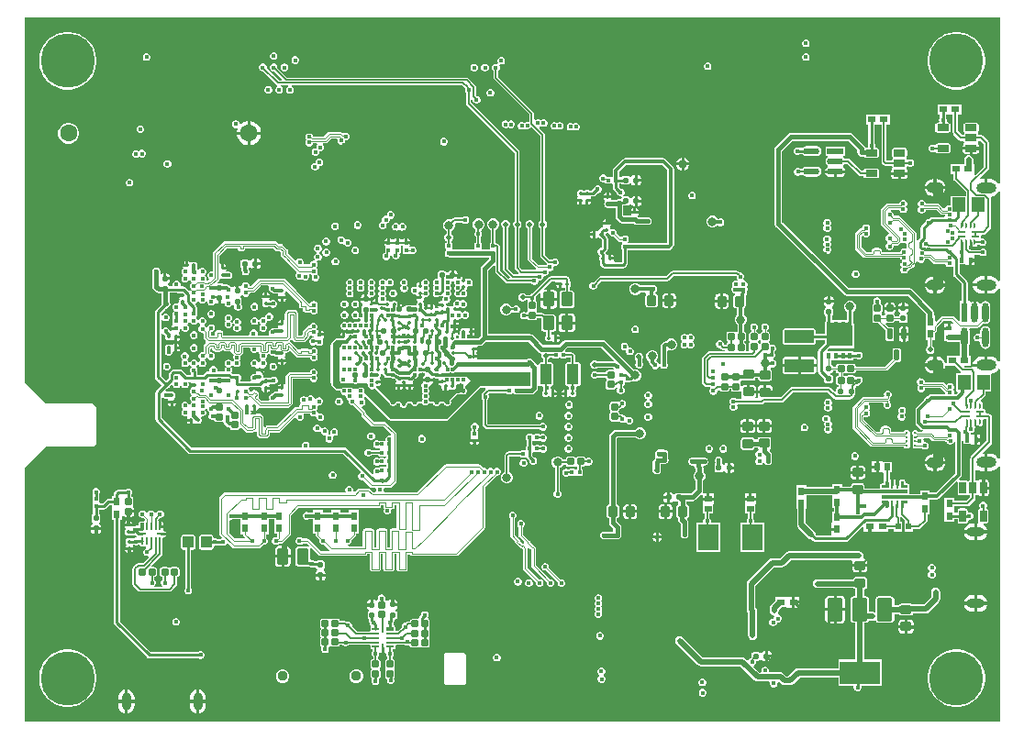
<source format=gbl>
G04*
G04 #@! TF.GenerationSoftware,Altium Limited,Altium Designer,25.1.2 (22)*
G04*
G04 Layer_Physical_Order=8*
G04 Layer_Color=16711680*
%FSAX25Y25*%
%MOIN*%
G70*
G04*
G04 #@! TF.SameCoordinates,C8C0AD5F-FC7A-4EF2-B1F4-1BF668D8B3FE*
G04*
G04*
G04 #@! TF.FilePolarity,Positive*
G04*
G01*
G75*
%ADD10C,0.00500*%
%ADD13C,0.00787*%
%ADD15C,0.00600*%
G04:AMPARAMS|DCode=19|XSize=20mil|YSize=20mil|CornerRadius=2mil|HoleSize=0mil|Usage=FLASHONLY|Rotation=180.000|XOffset=0mil|YOffset=0mil|HoleType=Round|Shape=RoundedRectangle|*
%AMROUNDEDRECTD19*
21,1,0.02000,0.01600,0,0,180.0*
21,1,0.01600,0.02000,0,0,180.0*
1,1,0.00400,-0.00800,0.00800*
1,1,0.00400,0.00800,0.00800*
1,1,0.00400,0.00800,-0.00800*
1,1,0.00400,-0.00800,-0.00800*
%
%ADD19ROUNDEDRECTD19*%
%ADD22R,0.02953X0.02362*%
G04:AMPARAMS|DCode=26|XSize=37.4mil|YSize=33.47mil|CornerRadius=3.35mil|HoleSize=0mil|Usage=FLASHONLY|Rotation=270.000|XOffset=0mil|YOffset=0mil|HoleType=Round|Shape=RoundedRectangle|*
%AMROUNDEDRECTD26*
21,1,0.03740,0.02677,0,0,270.0*
21,1,0.03071,0.03347,0,0,270.0*
1,1,0.00669,-0.01339,-0.01535*
1,1,0.00669,-0.01339,0.01535*
1,1,0.00669,0.01339,0.01535*
1,1,0.00669,0.01339,-0.01535*
%
%ADD26ROUNDEDRECTD26*%
G04:AMPARAMS|DCode=29|XSize=12.01mil|YSize=12.01mil|CornerRadius=1.2mil|HoleSize=0mil|Usage=FLASHONLY|Rotation=180.000|XOffset=0mil|YOffset=0mil|HoleType=Round|Shape=RoundedRectangle|*
%AMROUNDEDRECTD29*
21,1,0.01201,0.00961,0,0,180.0*
21,1,0.00961,0.01201,0,0,180.0*
1,1,0.00240,-0.00480,0.00480*
1,1,0.00240,0.00480,0.00480*
1,1,0.00240,0.00480,-0.00480*
1,1,0.00240,-0.00480,-0.00480*
%
%ADD29ROUNDEDRECTD29*%
G04:AMPARAMS|DCode=30|XSize=12.01mil|YSize=12.01mil|CornerRadius=1.2mil|HoleSize=0mil|Usage=FLASHONLY|Rotation=270.000|XOffset=0mil|YOffset=0mil|HoleType=Round|Shape=RoundedRectangle|*
%AMROUNDEDRECTD30*
21,1,0.01201,0.00961,0,0,270.0*
21,1,0.00961,0.01201,0,0,270.0*
1,1,0.00240,-0.00480,-0.00480*
1,1,0.00240,-0.00480,0.00480*
1,1,0.00240,0.00480,0.00480*
1,1,0.00240,0.00480,-0.00480*
%
%ADD30ROUNDEDRECTD30*%
G04:AMPARAMS|DCode=31|XSize=13.78mil|YSize=13.78mil|CornerRadius=1.38mil|HoleSize=0mil|Usage=FLASHONLY|Rotation=180.000|XOffset=0mil|YOffset=0mil|HoleType=Round|Shape=RoundedRectangle|*
%AMROUNDEDRECTD31*
21,1,0.01378,0.01102,0,0,180.0*
21,1,0.01102,0.01378,0,0,180.0*
1,1,0.00276,-0.00551,0.00551*
1,1,0.00276,0.00551,0.00551*
1,1,0.00276,0.00551,-0.00551*
1,1,0.00276,-0.00551,-0.00551*
%
%ADD31ROUNDEDRECTD31*%
%ADD34C,0.00984*%
%ADD37R,0.01968X0.01575*%
%ADD38R,0.02520X0.02362*%
%ADD39R,0.01575X0.01968*%
G04:AMPARAMS|DCode=44|XSize=23.62mil|YSize=23.62mil|CornerRadius=2.36mil|HoleSize=0mil|Usage=FLASHONLY|Rotation=270.000|XOffset=0mil|YOffset=0mil|HoleType=Round|Shape=RoundedRectangle|*
%AMROUNDEDRECTD44*
21,1,0.02362,0.01890,0,0,270.0*
21,1,0.01890,0.02362,0,0,270.0*
1,1,0.00472,-0.00945,-0.00945*
1,1,0.00472,-0.00945,0.00945*
1,1,0.00472,0.00945,0.00945*
1,1,0.00472,0.00945,-0.00945*
%
%ADD44ROUNDEDRECTD44*%
G04:AMPARAMS|DCode=48|XSize=43.31mil|YSize=39.37mil|CornerRadius=3.94mil|HoleSize=0mil|Usage=FLASHONLY|Rotation=90.000|XOffset=0mil|YOffset=0mil|HoleType=Round|Shape=RoundedRectangle|*
%AMROUNDEDRECTD48*
21,1,0.04331,0.03150,0,0,90.0*
21,1,0.03543,0.03937,0,0,90.0*
1,1,0.00787,0.01575,0.01772*
1,1,0.00787,0.01575,-0.01772*
1,1,0.00787,-0.01575,-0.01772*
1,1,0.00787,-0.01575,0.01772*
%
%ADD48ROUNDEDRECTD48*%
G04:AMPARAMS|DCode=50|XSize=20mil|YSize=20mil|CornerRadius=2mil|HoleSize=0mil|Usage=FLASHONLY|Rotation=270.000|XOffset=0mil|YOffset=0mil|HoleType=Round|Shape=RoundedRectangle|*
%AMROUNDEDRECTD50*
21,1,0.02000,0.01600,0,0,270.0*
21,1,0.01600,0.02000,0,0,270.0*
1,1,0.00400,-0.00800,-0.00800*
1,1,0.00400,-0.00800,0.00800*
1,1,0.00400,0.00800,0.00800*
1,1,0.00400,0.00800,-0.00800*
%
%ADD50ROUNDEDRECTD50*%
G04:AMPARAMS|DCode=60|XSize=37.4mil|YSize=33.47mil|CornerRadius=3.35mil|HoleSize=0mil|Usage=FLASHONLY|Rotation=180.000|XOffset=0mil|YOffset=0mil|HoleType=Round|Shape=RoundedRectangle|*
%AMROUNDEDRECTD60*
21,1,0.03740,0.02677,0,0,180.0*
21,1,0.03071,0.03347,0,0,180.0*
1,1,0.00669,-0.01535,0.01339*
1,1,0.00669,0.01535,0.01339*
1,1,0.00669,0.01535,-0.01339*
1,1,0.00669,-0.01535,-0.01339*
%
%ADD60ROUNDEDRECTD60*%
%ADD132C,0.01968*%
%ADD134C,0.00440*%
%ADD137C,0.00800*%
%ADD138C,0.00335*%
%ADD139C,0.01181*%
%ADD141C,0.01000*%
%ADD142C,0.00472*%
%ADD144C,0.00402*%
%ADD147C,0.02000*%
%ADD148C,0.01575*%
%ADD152C,0.03740*%
%ADD153O,0.03543X0.06299*%
%ADD154O,0.05315X0.03740*%
%ADD155O,0.07284X0.03740*%
%ADD156C,0.19685*%
%ADD157O,0.06299X0.03543*%
%ADD158C,0.06299*%
%ADD159C,0.01598*%
%ADD160C,0.01598*%
%ADD164C,0.00319*%
G04:AMPARAMS|DCode=165|XSize=19.68mil|YSize=7.87mil|CornerRadius=1.97mil|HoleSize=0mil|Usage=FLASHONLY|Rotation=270.000|XOffset=0mil|YOffset=0mil|HoleType=Round|Shape=RoundedRectangle|*
%AMROUNDEDRECTD165*
21,1,0.01968,0.00394,0,0,270.0*
21,1,0.01575,0.00787,0,0,270.0*
1,1,0.00394,-0.00197,-0.00787*
1,1,0.00394,-0.00197,0.00787*
1,1,0.00394,0.00197,0.00787*
1,1,0.00394,0.00197,-0.00787*
%
%ADD165ROUNDEDRECTD165*%
G04:AMPARAMS|DCode=166|XSize=7.87mil|YSize=27.56mil|CornerRadius=1.97mil|HoleSize=0mil|Usage=FLASHONLY|Rotation=270.000|XOffset=0mil|YOffset=0mil|HoleType=Round|Shape=RoundedRectangle|*
%AMROUNDEDRECTD166*
21,1,0.00787,0.02362,0,0,270.0*
21,1,0.00394,0.02756,0,0,270.0*
1,1,0.00394,-0.01181,-0.00197*
1,1,0.00394,-0.01181,0.00197*
1,1,0.00394,0.01181,0.00197*
1,1,0.00394,0.01181,-0.00197*
%
%ADD166ROUNDEDRECTD166*%
%ADD167R,0.02362X0.02953*%
G04:AMPARAMS|DCode=168|XSize=23.62mil|YSize=23.62mil|CornerRadius=2.36mil|HoleSize=0mil|Usage=FLASHONLY|Rotation=180.000|XOffset=0mil|YOffset=0mil|HoleType=Round|Shape=RoundedRectangle|*
%AMROUNDEDRECTD168*
21,1,0.02362,0.01890,0,0,180.0*
21,1,0.01890,0.02362,0,0,180.0*
1,1,0.00472,-0.00945,0.00945*
1,1,0.00472,0.00945,0.00945*
1,1,0.00472,0.00945,-0.00945*
1,1,0.00472,-0.00945,-0.00945*
%
%ADD168ROUNDEDRECTD168*%
G04:AMPARAMS|DCode=169|XSize=26mil|YSize=8mil|CornerRadius=0.8mil|HoleSize=0mil|Usage=FLASHONLY|Rotation=0.000|XOffset=0mil|YOffset=0mil|HoleType=Round|Shape=RoundedRectangle|*
%AMROUNDEDRECTD169*
21,1,0.02600,0.00640,0,0,0.0*
21,1,0.02440,0.00800,0,0,0.0*
1,1,0.00160,0.01220,-0.00320*
1,1,0.00160,-0.01220,-0.00320*
1,1,0.00160,-0.01220,0.00320*
1,1,0.00160,0.01220,0.00320*
%
%ADD169ROUNDEDRECTD169*%
G04:AMPARAMS|DCode=170|XSize=8mil|YSize=26mil|CornerRadius=0.8mil|HoleSize=0mil|Usage=FLASHONLY|Rotation=0.000|XOffset=0mil|YOffset=0mil|HoleType=Round|Shape=RoundedRectangle|*
%AMROUNDEDRECTD170*
21,1,0.00800,0.02440,0,0,0.0*
21,1,0.00640,0.02600,0,0,0.0*
1,1,0.00160,0.00320,-0.01220*
1,1,0.00160,-0.00320,-0.01220*
1,1,0.00160,-0.00320,0.01220*
1,1,0.00160,0.00320,0.01220*
%
%ADD170ROUNDEDRECTD170*%
G04:AMPARAMS|DCode=171|XSize=26mil|YSize=12mil|CornerRadius=1.2mil|HoleSize=0mil|Usage=FLASHONLY|Rotation=0.000|XOffset=0mil|YOffset=0mil|HoleType=Round|Shape=RoundedRectangle|*
%AMROUNDEDRECTD171*
21,1,0.02600,0.00960,0,0,0.0*
21,1,0.02360,0.01200,0,0,0.0*
1,1,0.00240,0.01180,-0.00480*
1,1,0.00240,-0.01180,-0.00480*
1,1,0.00240,-0.01180,0.00480*
1,1,0.00240,0.01180,0.00480*
%
%ADD171ROUNDEDRECTD171*%
%ADD172C,0.03150*%
%ADD173R,0.05926X0.02253*%
G04:AMPARAMS|DCode=174|XSize=59.26mil|YSize=22.53mil|CornerRadius=11.26mil|HoleSize=0mil|Usage=FLASHONLY|Rotation=180.000|XOffset=0mil|YOffset=0mil|HoleType=Round|Shape=RoundedRectangle|*
%AMROUNDEDRECTD174*
21,1,0.05926,0.00000,0,0,180.0*
21,1,0.03674,0.02253,0,0,180.0*
1,1,0.02253,-0.01837,0.00000*
1,1,0.02253,0.01837,0.00000*
1,1,0.02253,0.01837,0.00000*
1,1,0.02253,-0.01837,0.00000*
%
%ADD174ROUNDEDRECTD174*%
G04:AMPARAMS|DCode=175|XSize=43.31mil|YSize=23.62mil|CornerRadius=2.01mil|HoleSize=0mil|Usage=FLASHONLY|Rotation=180.000|XOffset=0mil|YOffset=0mil|HoleType=Round|Shape=RoundedRectangle|*
%AMROUNDEDRECTD175*
21,1,0.04331,0.01961,0,0,180.0*
21,1,0.03929,0.02362,0,0,180.0*
1,1,0.00402,-0.01965,0.00980*
1,1,0.00402,0.01965,0.00980*
1,1,0.00402,0.01965,-0.00980*
1,1,0.00402,-0.01965,-0.00980*
%
%ADD175ROUNDEDRECTD175*%
%ADD176R,0.02410X0.07107*%
G04:AMPARAMS|DCode=177|XSize=71.07mil|YSize=24.1mil|CornerRadius=12.05mil|HoleSize=0mil|Usage=FLASHONLY|Rotation=270.000|XOffset=0mil|YOffset=0mil|HoleType=Round|Shape=RoundedRectangle|*
%AMROUNDEDRECTD177*
21,1,0.07107,0.00000,0,0,270.0*
21,1,0.04697,0.02410,0,0,270.0*
1,1,0.02410,0.00000,-0.02349*
1,1,0.02410,0.00000,0.02349*
1,1,0.02410,0.00000,0.02349*
1,1,0.02410,0.00000,-0.02349*
%
%ADD177ROUNDEDRECTD177*%
G04:AMPARAMS|DCode=178|XSize=23.62mil|YSize=9.84mil|CornerRadius=1.97mil|HoleSize=0mil|Usage=FLASHONLY|Rotation=90.000|XOffset=0mil|YOffset=0mil|HoleType=Round|Shape=RoundedRectangle|*
%AMROUNDEDRECTD178*
21,1,0.02362,0.00591,0,0,90.0*
21,1,0.01968,0.00984,0,0,90.0*
1,1,0.00394,0.00295,0.00984*
1,1,0.00394,0.00295,-0.00984*
1,1,0.00394,-0.00295,-0.00984*
1,1,0.00394,-0.00295,0.00984*
%
%ADD178ROUNDEDRECTD178*%
%ADD179C,0.01063*%
%ADD180C,0.01002*%
%ADD181C,0.01063*%
G04:AMPARAMS|DCode=182|XSize=11.81mil|YSize=94.49mil|CornerRadius=1.95mil|HoleSize=0mil|Usage=FLASHONLY|Rotation=90.000|XOffset=0mil|YOffset=0mil|HoleType=Round|Shape=RoundedRectangle|*
%AMROUNDEDRECTD182*
21,1,0.01181,0.09059,0,0,90.0*
21,1,0.00791,0.09449,0,0,90.0*
1,1,0.00390,0.04530,0.00396*
1,1,0.00390,0.04530,-0.00396*
1,1,0.00390,-0.04530,-0.00396*
1,1,0.00390,-0.04530,0.00396*
%
%ADD182ROUNDEDRECTD182*%
G04:AMPARAMS|DCode=183|XSize=38.98mil|YSize=19.68mil|CornerRadius=1.97mil|HoleSize=0mil|Usage=FLASHONLY|Rotation=270.000|XOffset=0mil|YOffset=0mil|HoleType=Round|Shape=RoundedRectangle|*
%AMROUNDEDRECTD183*
21,1,0.03898,0.01575,0,0,270.0*
21,1,0.03504,0.01968,0,0,270.0*
1,1,0.00394,-0.00787,-0.01752*
1,1,0.00394,-0.00787,0.01752*
1,1,0.00394,0.00787,0.01752*
1,1,0.00394,0.00787,-0.01752*
%
%ADD183ROUNDEDRECTD183*%
%ADD184R,0.04528X0.05315*%
G04:AMPARAMS|DCode=185|XSize=43.31mil|YSize=23.62mil|CornerRadius=2.01mil|HoleSize=0mil|Usage=FLASHONLY|Rotation=270.000|XOffset=0mil|YOffset=0mil|HoleType=Round|Shape=RoundedRectangle|*
%AMROUNDEDRECTD185*
21,1,0.04331,0.01961,0,0,270.0*
21,1,0.03929,0.02362,0,0,270.0*
1,1,0.00402,-0.00980,-0.01965*
1,1,0.00402,-0.00980,0.01965*
1,1,0.00402,0.00980,0.01965*
1,1,0.00402,0.00980,-0.01965*
%
%ADD185ROUNDEDRECTD185*%
%ADD186R,0.02362X0.02520*%
%ADD187R,0.01968X0.02362*%
G04:AMPARAMS|DCode=188|XSize=107.09mil|YSize=49.61mil|CornerRadius=4.96mil|HoleSize=0mil|Usage=FLASHONLY|Rotation=0.000|XOffset=0mil|YOffset=0mil|HoleType=Round|Shape=RoundedRectangle|*
%AMROUNDEDRECTD188*
21,1,0.10709,0.03969,0,0,0.0*
21,1,0.09717,0.04961,0,0,0.0*
1,1,0.00992,0.04858,-0.01984*
1,1,0.00992,-0.04858,-0.01984*
1,1,0.00992,-0.04858,0.01984*
1,1,0.00992,0.04858,0.01984*
%
%ADD188ROUNDEDRECTD188*%
%ADD189R,0.09646X0.07598*%
G04:AMPARAMS|DCode=190|XSize=13.78mil|YSize=13.78mil|CornerRadius=1.38mil|HoleSize=0mil|Usage=FLASHONLY|Rotation=90.000|XOffset=0mil|YOffset=0mil|HoleType=Round|Shape=RoundedRectangle|*
%AMROUNDEDRECTD190*
21,1,0.01378,0.01102,0,0,90.0*
21,1,0.01102,0.01378,0,0,90.0*
1,1,0.00276,0.00551,0.00551*
1,1,0.00276,0.00551,-0.00551*
1,1,0.00276,-0.00551,-0.00551*
1,1,0.00276,-0.00551,0.00551*
%
%ADD190ROUNDEDRECTD190*%
G04:AMPARAMS|DCode=191|XSize=21.65mil|YSize=13.78mil|CornerRadius=1.38mil|HoleSize=0mil|Usage=FLASHONLY|Rotation=90.000|XOffset=0mil|YOffset=0mil|HoleType=Round|Shape=RoundedRectangle|*
%AMROUNDEDRECTD191*
21,1,0.02165,0.01102,0,0,90.0*
21,1,0.01890,0.01378,0,0,90.0*
1,1,0.00276,0.00551,0.00945*
1,1,0.00276,0.00551,-0.00945*
1,1,0.00276,-0.00551,-0.00945*
1,1,0.00276,-0.00551,0.00945*
%
%ADD191ROUNDEDRECTD191*%
%ADD192R,0.14567X0.08465*%
G04:AMPARAMS|DCode=193|XSize=55.12mil|YSize=84.65mil|CornerRadius=5.51mil|HoleSize=0mil|Usage=FLASHONLY|Rotation=180.000|XOffset=0mil|YOffset=0mil|HoleType=Round|Shape=RoundedRectangle|*
%AMROUNDEDRECTD193*
21,1,0.05512,0.07362,0,0,180.0*
21,1,0.04409,0.08465,0,0,180.0*
1,1,0.01102,-0.02205,0.03681*
1,1,0.01102,0.02205,0.03681*
1,1,0.01102,0.02205,-0.03681*
1,1,0.01102,-0.02205,-0.03681*
%
%ADD193ROUNDEDRECTD193*%
%ADD194R,0.07480X0.09449*%
G04:AMPARAMS|DCode=195|XSize=26mil|YSize=12mil|CornerRadius=1.2mil|HoleSize=0mil|Usage=FLASHONLY|Rotation=90.000|XOffset=0mil|YOffset=0mil|HoleType=Round|Shape=RoundedRectangle|*
%AMROUNDEDRECTD195*
21,1,0.02600,0.00960,0,0,90.0*
21,1,0.02360,0.01200,0,0,90.0*
1,1,0.00240,0.00480,0.01180*
1,1,0.00240,0.00480,-0.01180*
1,1,0.00240,-0.00480,-0.01180*
1,1,0.00240,-0.00480,0.01180*
%
%ADD195ROUNDEDRECTD195*%
G04:AMPARAMS|DCode=196|XSize=26mil|YSize=8mil|CornerRadius=0.8mil|HoleSize=0mil|Usage=FLASHONLY|Rotation=90.000|XOffset=0mil|YOffset=0mil|HoleType=Round|Shape=RoundedRectangle|*
%AMROUNDEDRECTD196*
21,1,0.02600,0.00640,0,0,90.0*
21,1,0.02440,0.00800,0,0,90.0*
1,1,0.00160,0.00320,0.01220*
1,1,0.00160,0.00320,-0.01220*
1,1,0.00160,-0.00320,-0.01220*
1,1,0.00160,-0.00320,0.01220*
%
%ADD196ROUNDEDRECTD196*%
G04:AMPARAMS|DCode=197|XSize=8mil|YSize=26mil|CornerRadius=0.8mil|HoleSize=0mil|Usage=FLASHONLY|Rotation=90.000|XOffset=0mil|YOffset=0mil|HoleType=Round|Shape=RoundedRectangle|*
%AMROUNDEDRECTD197*
21,1,0.00800,0.02440,0,0,90.0*
21,1,0.00640,0.02600,0,0,90.0*
1,1,0.00160,0.01220,0.00320*
1,1,0.00160,0.01220,-0.00320*
1,1,0.00160,-0.01220,-0.00320*
1,1,0.00160,-0.01220,0.00320*
%
%ADD197ROUNDEDRECTD197*%
G04:AMPARAMS|DCode=198|XSize=59.06mil|YSize=39.37mil|CornerRadius=3.94mil|HoleSize=0mil|Usage=FLASHONLY|Rotation=270.000|XOffset=0mil|YOffset=0mil|HoleType=Round|Shape=RoundedRectangle|*
%AMROUNDEDRECTD198*
21,1,0.05906,0.03150,0,0,270.0*
21,1,0.05118,0.03937,0,0,270.0*
1,1,0.00787,-0.01575,-0.02559*
1,1,0.00787,-0.01575,0.02559*
1,1,0.00787,0.01575,0.02559*
1,1,0.00787,0.01575,-0.02559*
%
%ADD198ROUNDEDRECTD198*%
G04:AMPARAMS|DCode=199|XSize=42.91mil|YSize=50.79mil|CornerRadius=4.29mil|HoleSize=0mil|Usage=FLASHONLY|Rotation=0.000|XOffset=0mil|YOffset=0mil|HoleType=Round|Shape=RoundedRectangle|*
%AMROUNDEDRECTD199*
21,1,0.04291,0.04221,0,0,0.0*
21,1,0.03433,0.05079,0,0,0.0*
1,1,0.00858,0.01717,-0.02110*
1,1,0.00858,-0.01717,-0.02110*
1,1,0.00858,-0.01717,0.02110*
1,1,0.00858,0.01717,0.02110*
%
%ADD199ROUNDEDRECTD199*%
G04:AMPARAMS|DCode=200|XSize=43.31mil|YSize=74.8mil|CornerRadius=4.33mil|HoleSize=0mil|Usage=FLASHONLY|Rotation=180.000|XOffset=0mil|YOffset=0mil|HoleType=Round|Shape=RoundedRectangle|*
%AMROUNDEDRECTD200*
21,1,0.04331,0.06614,0,0,180.0*
21,1,0.03465,0.07480,0,0,180.0*
1,1,0.00866,-0.01732,0.03307*
1,1,0.00866,0.01732,0.03307*
1,1,0.00866,0.01732,-0.03307*
1,1,0.00866,-0.01732,-0.03307*
%
%ADD200ROUNDEDRECTD200*%
%ADD201C,0.00460*%
G36*
X0700678Y0860993D02*
X0700178Y0860894D01*
X0700115Y0861047D01*
X0699626Y0861684D01*
X0698988Y0862173D01*
X0698246Y0862480D01*
X0697449Y0862585D01*
X0696268D01*
Y0859508D01*
X0695087D01*
Y0862585D01*
X0693906D01*
X0693702Y0862558D01*
X0693468Y0863032D01*
X0696468Y0866032D01*
X0696689Y0866362D01*
X0696767Y0866753D01*
Y0875753D01*
X0696689Y0876143D01*
X0696468Y0876474D01*
X0694668Y0878274D01*
X0694337Y0878495D01*
X0693947Y0878572D01*
X0693038D01*
X0692984Y0878845D01*
X0692807Y0879110D01*
X0692773Y0879133D01*
Y0879712D01*
X0692807Y0879735D01*
X0692984Y0880000D01*
X0693046Y0880313D01*
Y0882273D01*
X0692984Y0882586D01*
X0692807Y0882850D01*
X0692542Y0883027D01*
X0692230Y0883090D01*
X0688301D01*
X0687988Y0883027D01*
X0687723Y0882850D01*
X0687546Y0882586D01*
X0687484Y0882273D01*
Y0880313D01*
X0687546Y0880000D01*
X0687723Y0879735D01*
X0687757Y0879712D01*
Y0879133D01*
X0687723Y0879110D01*
X0687546Y0878845D01*
X0687517Y0878699D01*
X0687009Y0878633D01*
X0685631Y0880011D01*
Y0886172D01*
X0686687D01*
Y0889734D01*
X0682660D01*
X0682535Y0889734D01*
X0682160D01*
X0682034Y0889734D01*
X0678007D01*
Y0886172D01*
X0678935D01*
Y0884937D01*
X0678843Y0884845D01*
X0678630Y0884331D01*
Y0883774D01*
X0678706Y0883590D01*
X0678372Y0883090D01*
X0678064D01*
X0677752Y0883027D01*
X0677487Y0882850D01*
X0677310Y0882586D01*
X0677248Y0882273D01*
Y0880313D01*
X0677310Y0880000D01*
X0677487Y0879735D01*
X0677752Y0879558D01*
X0678064Y0879496D01*
X0681993D01*
X0682306Y0879558D01*
X0682571Y0879735D01*
X0682748Y0880000D01*
X0682810Y0880313D01*
Y0882273D01*
X0682748Y0882586D01*
X0682571Y0882850D01*
X0682306Y0883027D01*
X0681993Y0883090D01*
X0681686D01*
X0681352Y0883590D01*
X0681428Y0883774D01*
Y0884331D01*
X0681215Y0884845D01*
X0681178Y0884883D01*
Y0886172D01*
X0682034D01*
X0682160Y0886172D01*
X0682535D01*
X0682660Y0886172D01*
X0683591D01*
Y0879589D01*
X0683669Y0879199D01*
X0683890Y0878868D01*
X0685926Y0876832D01*
X0686257Y0876611D01*
X0686647Y0876533D01*
X0687492D01*
X0687546Y0876260D01*
X0687723Y0875995D01*
X0687582Y0875524D01*
X0687568Y0875498D01*
X0687358Y0875183D01*
X0687280Y0874793D01*
Y0874312D01*
X0690265D01*
X0693250D01*
Y0874793D01*
X0693173Y0875183D01*
X0692963Y0875498D01*
X0692948Y0875524D01*
X0692807Y0875995D01*
X0692984Y0876260D01*
X0693038Y0876533D01*
X0693525D01*
X0694728Y0875330D01*
Y0867175D01*
X0691713Y0864161D01*
X0691337Y0864491D01*
Y0868021D01*
X0690990D01*
Y0869714D01*
X0690866Y0870338D01*
X0690512Y0870868D01*
X0689983Y0871221D01*
X0689528Y0871312D01*
X0689577Y0871812D01*
X0689765D01*
Y0873312D01*
X0687280D01*
Y0872832D01*
X0687358Y0872442D01*
X0687579Y0872111D01*
X0687910Y0871889D01*
X0688301Y0871812D01*
X0689141D01*
X0689190Y0871312D01*
X0688735Y0871221D01*
X0688205Y0870868D01*
X0687852Y0870338D01*
X0687727Y0869714D01*
Y0868375D01*
X0687469Y0868117D01*
X0687227Y0868021D01*
X0686809D01*
X0686684Y0868021D01*
X0682656D01*
Y0864459D01*
X0683815D01*
Y0862867D01*
X0683885Y0862516D01*
X0684084Y0862218D01*
X0688330Y0857973D01*
Y0856505D01*
X0682952D01*
Y0853438D01*
X0682625Y0853220D01*
X0682069D01*
X0681555Y0853007D01*
X0681161Y0852614D01*
X0680948Y0852100D01*
Y0851972D01*
X0680205D01*
X0678710Y0853467D01*
X0678459Y0853635D01*
X0678162Y0853693D01*
X0673731D01*
Y0853920D01*
X0673518Y0854434D01*
X0673124Y0854828D01*
X0672610Y0855041D01*
X0672053D01*
X0671539Y0854828D01*
X0671145Y0854434D01*
X0670932Y0853920D01*
Y0853363D01*
X0671145Y0852849D01*
X0671435Y0852559D01*
X0671145Y0852269D01*
X0670932Y0851755D01*
Y0851198D01*
X0671145Y0850684D01*
X0671539Y0850290D01*
X0672053Y0850077D01*
X0672610D01*
X0673124Y0850290D01*
X0673518Y0850684D01*
X0673731Y0851198D01*
Y0851424D01*
X0677543D01*
X0679038Y0849929D01*
X0679290Y0849761D01*
X0679586Y0849702D01*
X0680690D01*
X0680871Y0849302D01*
X0680591Y0848874D01*
X0676093D01*
X0675664Y0848789D01*
X0675300Y0848546D01*
X0675300Y0848546D01*
X0674889Y0848135D01*
X0674636D01*
X0674121Y0847921D01*
X0673728Y0847528D01*
X0673515Y0847014D01*
Y0846922D01*
X0672254Y0845662D01*
X0672011Y0845298D01*
X0671925Y0844868D01*
X0671925Y0844868D01*
Y0841478D01*
X0670861Y0840414D01*
X0670842Y0840385D01*
X0670342Y0840537D01*
Y0842951D01*
X0670283Y0843247D01*
X0670115Y0843499D01*
X0664578Y0849036D01*
X0664326Y0849204D01*
X0664030Y0849263D01*
X0662608D01*
X0662146Y0849326D01*
Y0849883D01*
X0661933Y0850397D01*
X0661540Y0850791D01*
X0661025Y0851004D01*
X0661042Y0851497D01*
X0663103D01*
X0663103Y0851497D01*
X0664248D01*
Y0851357D01*
X0664461Y0850843D01*
X0664854Y0850449D01*
X0665369Y0850236D01*
X0665925D01*
X0666440Y0850449D01*
X0666833Y0850843D01*
X0667046Y0851357D01*
Y0851914D01*
X0666833Y0852428D01*
X0666630Y0852631D01*
X0666833Y0852835D01*
X0667046Y0853349D01*
Y0853906D01*
X0666833Y0854420D01*
X0666440Y0854814D01*
X0665925Y0855027D01*
X0665369D01*
X0664854Y0854814D01*
X0664461Y0854420D01*
X0664248Y0853906D01*
Y0853766D01*
X0662804D01*
X0662804Y0853766D01*
X0659867D01*
X0659571Y0853707D01*
X0659320Y0853539D01*
X0657579Y0851799D01*
X0657411Y0851547D01*
X0657352Y0851251D01*
Y0846354D01*
X0657411Y0846058D01*
X0657579Y0845807D01*
X0659790Y0843596D01*
X0659790Y0843596D01*
X0660372Y0843014D01*
X0660208Y0842471D01*
X0659889Y0842339D01*
X0659496Y0841945D01*
X0659282Y0841431D01*
Y0840874D01*
X0659496Y0840360D01*
X0659889Y0839966D01*
X0659937Y0839947D01*
Y0839406D01*
X0659889Y0839386D01*
X0659496Y0838993D01*
X0659282Y0838478D01*
Y0837922D01*
X0659496Y0837407D01*
X0659889Y0837014D01*
X0660403Y0836801D01*
X0660960D01*
X0661474Y0837014D01*
X0661868Y0837407D01*
X0662081Y0837922D01*
Y0838478D01*
X0662123Y0838542D01*
X0663460D01*
X0663757Y0838601D01*
X0664008Y0838768D01*
X0664617Y0839377D01*
X0664665Y0839449D01*
X0665176Y0839561D01*
X0665277Y0839544D01*
X0665354Y0839466D01*
X0665869Y0839253D01*
X0666425D01*
X0666869Y0838896D01*
Y0837926D01*
X0666928Y0837630D01*
X0666937Y0837615D01*
X0666776Y0837412D01*
X0666568Y0837269D01*
X0666125Y0837452D01*
X0665569D01*
X0665055Y0837239D01*
X0664661Y0836845D01*
X0664448Y0836331D01*
Y0836191D01*
X0657895D01*
Y0836474D01*
X0657836Y0836771D01*
X0657668Y0837022D01*
X0657321Y0837370D01*
X0657069Y0837537D01*
X0656773Y0837596D01*
X0655150D01*
X0654853Y0837537D01*
X0654602Y0837370D01*
X0654254Y0837022D01*
X0654087Y0836771D01*
X0654028Y0836474D01*
Y0836191D01*
X0652304D01*
X0650321Y0838173D01*
Y0841679D01*
X0650768Y0842061D01*
X0650961Y0842022D01*
X0651355Y0841629D01*
X0651869Y0841416D01*
X0652425D01*
X0652940Y0841629D01*
X0653333Y0842022D01*
X0653546Y0842537D01*
Y0843093D01*
X0653333Y0843607D01*
X0653142Y0843799D01*
X0653333Y0843991D01*
X0653546Y0844505D01*
Y0845062D01*
X0653333Y0845576D01*
X0652940Y0845969D01*
X0652425Y0846183D01*
X0651869D01*
X0651355Y0845969D01*
X0650961Y0845576D01*
X0650748Y0845062D01*
Y0844934D01*
X0650435D01*
X0650139Y0844875D01*
X0649887Y0844707D01*
X0648279Y0843099D01*
X0648111Y0842847D01*
X0648052Y0842551D01*
Y0837554D01*
X0648111Y0837258D01*
X0648279Y0837007D01*
X0651137Y0834149D01*
X0651388Y0833981D01*
X0651685Y0833922D01*
X0664448D01*
Y0833782D01*
X0664661Y0833268D01*
X0665055Y0832874D01*
X0664861Y0832421D01*
X0664861Y0832420D01*
X0664861Y0832420D01*
X0664648Y0831906D01*
Y0831349D01*
X0664861Y0830835D01*
X0665064Y0830631D01*
X0664861Y0830428D01*
X0664648Y0829914D01*
Y0829357D01*
X0664861Y0828843D01*
X0665254Y0828449D01*
X0665769Y0828236D01*
X0666325D01*
X0666840Y0828449D01*
X0667233Y0828843D01*
X0667446Y0829357D01*
Y0829539D01*
X0667844Y0829592D01*
X0668602Y0829906D01*
X0669253Y0830405D01*
X0669752Y0831056D01*
X0669929Y0831482D01*
X0669970Y0831549D01*
X0670226Y0832246D01*
X0670236Y0832250D01*
X0670236D01*
X0670333Y0832738D01*
X0670841Y0832820D01*
X0670858Y0832779D01*
X0671251Y0832385D01*
X0671766Y0832172D01*
X0672322D01*
X0672837Y0832385D01*
X0673230Y0832779D01*
X0673443Y0833293D01*
Y0833586D01*
X0673479Y0833621D01*
X0674884D01*
X0676465Y0832040D01*
X0676716Y0831872D01*
X0677013Y0831813D01*
X0680948D01*
Y0831674D01*
X0681161Y0831160D01*
X0681555Y0830766D01*
X0682069Y0830553D01*
X0682625D01*
X0683140Y0830766D01*
X0683325Y0830952D01*
X0683825Y0830745D01*
Y0827953D01*
X0683825Y0827953D01*
X0683911Y0827523D01*
X0684154Y0827160D01*
X0686761Y0824553D01*
Y0818230D01*
X0686077D01*
Y0811130D01*
X0685616Y0810939D01*
X0683989Y0812565D01*
X0683724Y0812742D01*
X0683412Y0812805D01*
X0679983D01*
X0679670Y0812742D01*
X0679405Y0812565D01*
X0677690Y0810850D01*
X0677228Y0811042D01*
Y0812893D01*
X0676703D01*
Y0814169D01*
X0676683Y0814269D01*
Y0814451D01*
X0676613Y0814620D01*
X0676595Y0814710D01*
X0676545Y0814786D01*
X0676470Y0814966D01*
X0676333Y0815103D01*
X0676289Y0815169D01*
X0668902Y0822555D01*
X0668443Y0822862D01*
X0667902Y0822970D01*
X0645653D01*
X0621581Y0847042D01*
Y0872642D01*
X0625476Y0876538D01*
X0645663D01*
X0648968Y0873233D01*
Y0872244D01*
X0649076Y0871703D01*
X0649382Y0871244D01*
X0649841Y0870937D01*
X0650099Y0870886D01*
X0650230Y0870831D01*
X0650373D01*
X0650383Y0870829D01*
X0650392Y0870831D01*
X0650413D01*
X0650513Y0870811D01*
X0651369D01*
X0651487Y0870635D01*
X0651752Y0870458D01*
X0652064Y0870396D01*
X0655994D01*
X0656306Y0870458D01*
X0656571Y0870635D01*
X0656748Y0870900D01*
X0656810Y0871212D01*
Y0873173D01*
X0656748Y0873486D01*
X0656571Y0873750D01*
X0656306Y0873927D01*
X0655994Y0873990D01*
X0655782D01*
X0655447Y0874490D01*
X0655482Y0874574D01*
Y0875131D01*
X0655269Y0875645D01*
X0655205Y0875710D01*
Y0882471D01*
X0656035D01*
X0656160Y0882471D01*
X0656534D01*
X0656660Y0882471D01*
X0657693D01*
Y0869053D01*
X0657763Y0868701D01*
X0657962Y0868404D01*
X0658562Y0867804D01*
X0658860Y0867605D01*
X0659211Y0867535D01*
X0661484D01*
Y0867472D01*
X0661546Y0867160D01*
X0661723Y0866895D01*
X0661582Y0866424D01*
X0661568Y0866397D01*
X0661358Y0866083D01*
X0661280Y0865693D01*
Y0865213D01*
X0664265D01*
X0667250D01*
Y0865693D01*
X0667172Y0866083D01*
X0666962Y0866397D01*
X0666949Y0866424D01*
X0666807Y0866895D01*
X0666932Y0867082D01*
X0667354Y0867231D01*
X0667511Y0867243D01*
X0667969Y0867053D01*
X0668525D01*
X0669040Y0867266D01*
X0669433Y0867660D01*
X0669646Y0868174D01*
Y0868731D01*
X0669433Y0869245D01*
X0669040Y0869639D01*
X0668525Y0869852D01*
X0667969D01*
X0667511Y0869662D01*
X0667354Y0869674D01*
X0666932Y0869823D01*
X0666807Y0870010D01*
X0666773Y0870033D01*
Y0870612D01*
X0666807Y0870635D01*
X0666984Y0870900D01*
X0667046Y0871212D01*
Y0873173D01*
X0666984Y0873486D01*
X0666807Y0873750D01*
X0666542Y0873927D01*
X0666230Y0873990D01*
X0662301D01*
X0661988Y0873927D01*
X0661723Y0873750D01*
X0661546Y0873486D01*
X0661484Y0873173D01*
Y0871212D01*
X0661546Y0870900D01*
X0661723Y0870635D01*
X0661757Y0870612D01*
Y0870033D01*
X0661723Y0870010D01*
X0661546Y0869745D01*
X0661484Y0869433D01*
Y0869370D01*
X0659591D01*
X0659528Y0869433D01*
Y0882471D01*
X0660687D01*
Y0886034D01*
X0656660D01*
X0656534Y0886034D01*
X0656160D01*
X0656035Y0886034D01*
X0652007D01*
Y0882471D01*
X0652962D01*
Y0875710D01*
X0652897Y0875645D01*
X0652684Y0875131D01*
Y0874574D01*
X0652719Y0874490D01*
X0652385Y0873990D01*
X0652064D01*
X0651775Y0873932D01*
X0651689Y0874360D01*
X0651383Y0874819D01*
X0647249Y0878953D01*
X0646790Y0879259D01*
X0646249Y0879367D01*
X0624890D01*
X0624349Y0879259D01*
X0623890Y0878953D01*
X0619166Y0874228D01*
X0618859Y0873770D01*
X0618751Y0873228D01*
Y0846457D01*
X0618859Y0845915D01*
X0619166Y0845456D01*
X0644067Y0820555D01*
X0644526Y0820248D01*
X0645068Y0820140D01*
X0667316D01*
X0673874Y0813583D01*
Y0812893D01*
X0673666D01*
Y0808740D01*
X0673666D01*
Y0808365D01*
X0673666D01*
Y0804212D01*
X0674531D01*
Y0801929D01*
X0674450Y0801896D01*
X0674004Y0801450D01*
X0673763Y0800868D01*
Y0800237D01*
X0674004Y0799655D01*
X0674450Y0799210D01*
X0675032Y0798968D01*
X0675662D01*
X0676244Y0799210D01*
X0676690Y0799655D01*
X0676931Y0800237D01*
Y0800868D01*
X0676690Y0801450D01*
X0676244Y0801896D01*
X0676164Y0801929D01*
Y0804212D01*
X0677228D01*
Y0806800D01*
X0677477Y0806966D01*
X0677712Y0807201D01*
X0677889Y0807466D01*
X0677951Y0807778D01*
Y0808802D01*
X0680321Y0811172D01*
X0683074D01*
X0683792Y0810453D01*
X0683584Y0809953D01*
X0682674D01*
Y0808366D01*
X0682174D01*
Y0807866D01*
X0680390D01*
Y0806779D01*
X0680390D01*
X0680590Y0806361D01*
Y0805453D01*
X0680543Y0805216D01*
X0680590Y0804980D01*
Y0803829D01*
X0681272D01*
X0681748Y0803510D01*
X0682373Y0803386D01*
X0686042D01*
Y0802669D01*
X0686182Y0801965D01*
X0686251Y0801862D01*
Y0798693D01*
X0685905Y0798336D01*
X0685530D01*
Y0798336D01*
X0685405Y0798336D01*
X0681377D01*
Y0795865D01*
X0680895Y0795777D01*
X0680587Y0796519D01*
X0680098Y0797156D01*
X0679461Y0797645D01*
X0678718Y0797953D01*
X0677922Y0798058D01*
X0677725D01*
Y0796850D01*
X0678414D01*
X0678509Y0796846D01*
X0678599Y0796842D01*
X0678690Y0796827D01*
X0678784Y0796811D01*
X0678871Y0796791D01*
X0678961Y0796764D01*
X0679048Y0796732D01*
X0679135Y0796697D01*
X0679217Y0796657D01*
X0679300Y0796614D01*
X0679379Y0796563D01*
X0679457Y0796512D01*
X0679528Y0796457D01*
X0679599Y0796394D01*
X0679666Y0796331D01*
X0679729Y0796264D01*
X0679792Y0796193D01*
X0679847Y0796122D01*
X0679898Y0796043D01*
X0679949Y0795964D01*
X0679993Y0795882D01*
X0680032Y0795799D01*
X0680068Y0795713D01*
X0680099Y0795626D01*
X0680127Y0795535D01*
X0680146Y0795449D01*
X0680162Y0795354D01*
X0680178Y0795264D01*
X0680182Y0795173D01*
X0680186Y0795079D01*
Y0792918D01*
X0680587Y0793441D01*
X0680895Y0794184D01*
X0680949Y0794599D01*
X0681377Y0794774D01*
X0681477Y0794774D01*
X0684232D01*
X0686402Y0792604D01*
X0686368Y0792026D01*
X0686302Y0791938D01*
X0684920D01*
Y0785424D01*
X0685248D01*
X0685439Y0784962D01*
X0684861Y0784383D01*
X0684314D01*
X0684036Y0784799D01*
X0684046Y0784822D01*
Y0785379D01*
X0683833Y0785893D01*
X0683642Y0786085D01*
X0683833Y0786277D01*
X0684046Y0786791D01*
Y0787348D01*
X0683833Y0787862D01*
X0683440Y0788255D01*
X0682925Y0788468D01*
X0682369D01*
X0681854Y0788255D01*
X0681461Y0787862D01*
X0681156Y0787801D01*
X0680326Y0788631D01*
X0680075Y0788799D01*
X0679778Y0788858D01*
X0673446D01*
Y0789131D01*
X0673233Y0789645D01*
X0672840Y0790039D01*
X0672325Y0790252D01*
X0671769D01*
X0671254Y0790039D01*
X0670861Y0789645D01*
X0670648Y0789131D01*
Y0788574D01*
X0670861Y0788060D01*
X0671254Y0787667D01*
X0671061Y0787445D01*
X0670961Y0787345D01*
X0670748Y0786831D01*
Y0786274D01*
X0670961Y0785760D01*
X0671354Y0785366D01*
X0671869Y0785153D01*
X0672425D01*
X0672940Y0785366D01*
X0673333Y0785760D01*
X0673546Y0786274D01*
Y0786589D01*
X0679159D01*
X0680553Y0785195D01*
X0680804Y0785027D01*
X0680808Y0785027D01*
X0680873Y0784883D01*
X0680548Y0784383D01*
X0675744D01*
X0675744Y0784383D01*
X0675280Y0784291D01*
X0674886Y0784027D01*
X0674442Y0783584D01*
X0674369D01*
X0673854Y0783371D01*
X0673461Y0782977D01*
X0673276Y0782530D01*
X0670389Y0779643D01*
X0670126Y0779249D01*
X0670033Y0778785D01*
X0670033Y0778785D01*
Y0773931D01*
X0670033Y0773931D01*
X0670126Y0773466D01*
X0670389Y0773072D01*
X0671897Y0771564D01*
X0672291Y0771301D01*
X0672691Y0771221D01*
X0672642Y0770721D01*
X0671007D01*
X0670895Y0770993D01*
X0670588Y0771300D01*
X0670186Y0771466D01*
X0669752D01*
X0669350Y0771300D01*
X0669043Y0770993D01*
X0668710Y0770854D01*
X0668651Y0770879D01*
X0668137D01*
X0668079Y0770854D01*
X0667745Y0770993D01*
X0667438Y0771300D01*
X0667037Y0771466D01*
X0666602D01*
X0666201Y0771300D01*
X0665894Y0770993D01*
X0665781Y0770721D01*
X0661189D01*
X0661179Y0770731D01*
Y0771694D01*
X0661120Y0771991D01*
X0660952Y0772242D01*
X0660489Y0772706D01*
X0660238Y0772874D01*
X0659941Y0772932D01*
X0658550D01*
X0658253Y0772874D01*
X0658002Y0772706D01*
X0657539Y0772242D01*
X0657371Y0771991D01*
X0657312Y0771694D01*
Y0770731D01*
X0657302Y0770721D01*
X0655983D01*
X0651226Y0775478D01*
X0651256Y0775930D01*
X0651671Y0776187D01*
X0651974Y0776061D01*
X0652531D01*
X0653045Y0776274D01*
X0653439Y0776668D01*
X0653652Y0777182D01*
Y0777739D01*
X0653439Y0778253D01*
X0653132Y0778560D01*
X0653439Y0778867D01*
X0653652Y0779381D01*
Y0779938D01*
X0653439Y0780452D01*
X0653144Y0780747D01*
X0653272Y0781208D01*
X0653297Y0781247D01*
X0658145D01*
X0658479Y0780747D01*
X0658456Y0780692D01*
Y0780135D01*
X0658669Y0779621D01*
X0659062Y0779227D01*
X0659577Y0779014D01*
X0660133D01*
X0660648Y0779227D01*
X0661041Y0779621D01*
X0661254Y0780135D01*
Y0780692D01*
X0661041Y0781206D01*
X0660727Y0781520D01*
Y0781835D01*
X0660668Y0782131D01*
X0660501Y0782382D01*
X0660598Y0782479D01*
X0660766Y0782730D01*
X0660825Y0783027D01*
Y0783156D01*
X0660843Y0783164D01*
X0661236Y0783558D01*
X0661449Y0784072D01*
Y0784629D01*
X0661236Y0785143D01*
X0660843Y0785536D01*
X0660329Y0785749D01*
X0659772D01*
X0659258Y0785536D01*
X0658864Y0785143D01*
X0658651Y0784629D01*
Y0784072D01*
X0658674Y0784016D01*
X0658340Y0783516D01*
X0651218D01*
X0650921Y0783457D01*
X0650670Y0783289D01*
X0647479Y0780099D01*
X0647311Y0779847D01*
X0647252Y0779551D01*
Y0772354D01*
X0647311Y0772058D01*
X0647479Y0771807D01*
X0653757Y0765529D01*
X0654008Y0765361D01*
X0654304Y0765302D01*
X0665781D01*
X0665894Y0765031D01*
X0666201Y0764724D01*
X0666602Y0764557D01*
X0667037D01*
X0667438Y0764724D01*
X0667745Y0765031D01*
X0668079Y0765169D01*
X0668137Y0765145D01*
X0668651D01*
X0668710Y0765169D01*
X0669043Y0765031D01*
X0669350Y0764724D01*
X0669752Y0764557D01*
X0670186D01*
X0670588Y0764724D01*
X0670739Y0764875D01*
X0672319D01*
X0672326Y0764857D01*
X0672720Y0764463D01*
X0673234Y0764250D01*
X0673791D01*
X0674305Y0764463D01*
X0674699Y0764857D01*
X0674912Y0765371D01*
Y0765928D01*
X0674699Y0766442D01*
X0674305Y0766836D01*
X0673791Y0767049D01*
X0673446D01*
X0673157Y0767193D01*
X0672998Y0767492D01*
Y0767830D01*
X0672947Y0767952D01*
X0673281Y0768452D01*
X0675134D01*
X0676125Y0767461D01*
X0676376Y0767293D01*
X0676673Y0767234D01*
X0680895D01*
X0681010Y0767118D01*
X0681262Y0766951D01*
X0681340Y0766935D01*
X0681467Y0766629D01*
X0681860Y0766235D01*
X0682374Y0766022D01*
X0682931D01*
X0683445Y0766235D01*
X0683839Y0766629D01*
X0684052Y0767143D01*
X0684533Y0767097D01*
Y0755655D01*
X0677444Y0748566D01*
X0675293D01*
Y0749320D01*
X0671731D01*
Y0748163D01*
X0668267D01*
X0667829Y0748522D01*
Y0749313D01*
X0667767Y0749623D01*
X0667673Y0749994D01*
X0667692Y0750041D01*
X0667783Y0750132D01*
X0667813Y0750204D01*
X0667813Y0750333D01*
X0667833Y0750381D01*
X0667833Y0750381D01*
X0667863Y0750453D01*
X0667863Y0750492D01*
X0667863Y0751083D01*
X0667863Y0751083D01*
X0667863Y0751122D01*
X0667833Y0751194D01*
X0667833Y0751194D01*
X0667813Y0751241D01*
X0667813Y0751370D01*
X0667783Y0751443D01*
X0667692Y0751534D01*
X0667673Y0751581D01*
X0667672Y0751581D01*
X0667642Y0751653D01*
X0667587Y0751709D01*
X0667515Y0751739D01*
X0667515Y0751739D01*
X0667468Y0751758D01*
X0667376Y0751849D01*
X0667304Y0751879D01*
X0667175D01*
X0667128Y0751899D01*
X0667128Y0751899D01*
X0667055Y0751929D01*
X0667016Y0751929D01*
X0666485D01*
Y0752460D01*
X0666485Y0752461D01*
X0666485Y0752499D01*
X0666455Y0752572D01*
X0666455Y0752572D01*
X0666435Y0752619D01*
X0666435Y0752748D01*
X0666405Y0752820D01*
X0666350Y0752876D01*
Y0752876D01*
X0666314Y0752912D01*
X0666295Y0752959D01*
X0666294Y0752959D01*
X0666264Y0753031D01*
X0666209Y0753087D01*
X0666137Y0753117D01*
X0666137Y0753117D01*
X0666090Y0753136D01*
X0666054Y0753172D01*
X0666054D01*
X0665998Y0753227D01*
X0665926Y0753257D01*
X0665797Y0753257D01*
X0665750Y0753277D01*
X0665750Y0753277D01*
X0665677Y0753307D01*
X0665638Y0753307D01*
X0664851Y0753307D01*
X0664851Y0753307D01*
X0664812Y0753307D01*
X0664740Y0753277D01*
X0664740Y0753277D01*
X0664692Y0753257D01*
X0664563D01*
X0664491Y0753227D01*
X0664438Y0753174D01*
X0664389Y0753179D01*
X0664059Y0753400D01*
X0663875Y0753436D01*
Y0751476D01*
X0662875D01*
Y0753436D01*
X0662690Y0753400D01*
X0662489Y0753265D01*
X0662287Y0753400D01*
X0662103Y0753436D01*
Y0751476D01*
X0661103D01*
Y0753499D01*
X0660674Y0753791D01*
Y0756112D01*
X0661435D01*
Y0759832D01*
X0658171D01*
Y0760032D01*
X0656690D01*
Y0757972D01*
Y0755912D01*
X0658171D01*
Y0755912D01*
X0658635Y0755825D01*
Y0752883D01*
X0658628Y0752876D01*
Y0752876D01*
X0658572Y0752820D01*
X0658542Y0752748D01*
X0658542Y0752619D01*
X0658523Y0752572D01*
X0658523Y0752572D01*
X0658493Y0752499D01*
X0658493Y0752460D01*
X0658493Y0752460D01*
Y0751929D01*
X0657961D01*
X0657922Y0751929D01*
X0657850Y0751899D01*
X0657850Y0751899D01*
X0657803Y0751879D01*
X0657674D01*
X0657601Y0751849D01*
X0657510Y0751758D01*
X0657463Y0751739D01*
X0657463Y0751739D01*
X0657390Y0751709D01*
X0657335Y0751653D01*
X0657305Y0751581D01*
X0657305Y0751581D01*
X0657286Y0751534D01*
X0657194Y0751443D01*
X0657164Y0751370D01*
X0657164Y0751241D01*
X0657145Y0751194D01*
X0657145Y0751194D01*
X0657115Y0751122D01*
X0657115Y0751082D01*
Y0750492D01*
X0657115Y0750453D01*
X0656798Y0750180D01*
X0656718Y0750134D01*
X0656702Y0750131D01*
X0651591D01*
Y0751043D01*
X0651519Y0751408D01*
X0651312Y0751717D01*
X0651003Y0751924D01*
X0650638Y0751996D01*
X0647568D01*
X0647203Y0751924D01*
X0646894Y0751717D01*
X0646687Y0751408D01*
X0646615Y0751043D01*
Y0750869D01*
X0643404D01*
Y0751683D01*
X0639842D01*
Y0750844D01*
X0630412D01*
Y0751289D01*
X0626849D01*
Y0747136D01*
X0626849D01*
Y0746761D01*
X0626849D01*
Y0742608D01*
X0626999D01*
Y0739764D01*
Y0737008D01*
X0627123Y0736383D01*
X0627477Y0735854D01*
X0631119Y0732212D01*
X0631648Y0731859D01*
X0632272Y0731735D01*
X0632310Y0731742D01*
X0632956Y0731097D01*
X0632956Y0731097D01*
X0633320Y0730854D01*
X0633749Y0730768D01*
X0633749Y0730768D01*
X0644772D01*
X0644772Y0730768D01*
X0645201Y0730854D01*
X0645565Y0731097D01*
X0650794Y0736325D01*
X0651256Y0736134D01*
Y0734338D01*
X0653032D01*
Y0736319D01*
X0654032D01*
Y0734338D01*
X0655808D01*
Y0734338D01*
X0655983Y0734538D01*
X0660136D01*
Y0735452D01*
X0662086D01*
Y0734538D01*
X0665254D01*
Y0738100D01*
X0664537D01*
Y0739530D01*
X0664512Y0739655D01*
X0664972Y0739902D01*
X0666274Y0738600D01*
X0666067Y0738100D01*
X0666023D01*
Y0734538D01*
X0669191D01*
Y0735452D01*
X0671313D01*
X0671645Y0735518D01*
X0671926Y0735706D01*
X0674125Y0737905D01*
X0674313Y0738186D01*
X0674379Y0738518D01*
Y0740640D01*
X0675293D01*
Y0744793D01*
X0675294D01*
Y0745168D01*
X0675293D01*
Y0746139D01*
X0677947D01*
X0677947Y0746139D01*
X0678412Y0746231D01*
X0678805Y0746494D01*
X0684963Y0752652D01*
X0685424Y0752406D01*
X0685410Y0752335D01*
Y0748406D01*
X0685472Y0748094D01*
X0685649Y0747829D01*
X0685914Y0747652D01*
X0686227Y0747590D01*
X0688187D01*
X0688500Y0747652D01*
X0688765Y0747829D01*
X0688787Y0747863D01*
X0689367D01*
X0689389Y0747829D01*
X0689654Y0747652D01*
X0689927Y0747598D01*
Y0747075D01*
X0688525Y0745672D01*
X0684128D01*
Y0746729D01*
X0680566D01*
Y0742701D01*
X0680566Y0742576D01*
Y0742202D01*
X0680566Y0742076D01*
Y0738049D01*
X0684128D01*
Y0739004D01*
X0685410D01*
Y0738170D01*
X0685472Y0737857D01*
X0685649Y0737593D01*
X0685914Y0737416D01*
X0686227Y0737354D01*
X0688187D01*
X0688500Y0737416D01*
X0688765Y0737593D01*
X0688942Y0737857D01*
X0689004Y0738170D01*
Y0738482D01*
X0689369Y0738726D01*
X0689925D01*
X0690440Y0738939D01*
X0690833Y0739332D01*
X0691046Y0739847D01*
Y0740403D01*
X0690833Y0740918D01*
X0690440Y0741311D01*
X0689925Y0741524D01*
X0689369D01*
X0689004Y0741768D01*
Y0742099D01*
X0688942Y0742412D01*
X0688765Y0742676D01*
X0688500Y0742853D01*
X0688187Y0742916D01*
X0686227D01*
X0685914Y0742853D01*
X0685649Y0742676D01*
X0685472Y0742412D01*
X0685410Y0742099D01*
Y0741247D01*
X0684128D01*
Y0742076D01*
X0684128Y0742202D01*
Y0742576D01*
X0684128Y0742701D01*
Y0743633D01*
X0688947D01*
X0689337Y0743711D01*
X0689668Y0743932D01*
X0691668Y0745932D01*
X0691889Y0746263D01*
X0691967Y0746653D01*
Y0747598D01*
X0692240Y0747652D01*
X0692505Y0747829D01*
X0692976Y0747687D01*
X0693002Y0747673D01*
X0693316Y0747464D01*
X0693707Y0747386D01*
X0694187D01*
Y0750371D01*
X0694687D01*
D01*
X0694187D01*
Y0753356D01*
X0693707D01*
X0693316Y0753278D01*
X0693002Y0753068D01*
X0692976Y0753054D01*
X0692505Y0752913D01*
X0692240Y0753090D01*
X0691967Y0753144D01*
Y0756669D01*
X0692467Y0756880D01*
X0693110Y0756614D01*
X0693906Y0756509D01*
X0695087D01*
Y0759586D01*
Y0762664D01*
X0694607D01*
X0694400Y0763164D01*
X0697668Y0766432D01*
X0697889Y0766762D01*
X0697967Y0767153D01*
Y0776008D01*
X0697889Y0776398D01*
X0697668Y0776729D01*
X0697199Y0777197D01*
X0696869Y0777418D01*
X0696479Y0777496D01*
X0696023D01*
X0695585Y0777854D01*
Y0778248D01*
X0695523Y0778559D01*
X0695347Y0778822D01*
X0695083Y0778999D01*
X0694772Y0779060D01*
X0694404Y0779429D01*
Y0781004D01*
X0694342Y0781315D01*
X0694166Y0781578D01*
X0693902Y0781754D01*
X0693885Y0781758D01*
X0693720Y0782300D01*
X0695287Y0783867D01*
X0695474Y0784148D01*
X0695541Y0784479D01*
Y0785424D01*
X0697538D01*
Y0791875D01*
X0698246Y0791968D01*
X0698988Y0792276D01*
X0699626Y0792765D01*
X0700115Y0793402D01*
X0700178Y0793554D01*
X0700678Y0793455D01*
Y0761072D01*
X0700178Y0760973D01*
X0700115Y0761125D01*
X0699626Y0761763D01*
X0698988Y0762252D01*
X0698246Y0762559D01*
X0697449Y0762664D01*
X0696268D01*
Y0759586D01*
Y0756509D01*
X0697449D01*
X0698246Y0756614D01*
X0698988Y0756921D01*
X0699626Y0757410D01*
X0700115Y0758048D01*
X0700178Y0758200D01*
X0700678Y0758101D01*
Y0665453D01*
X0346347D01*
Y0757775D01*
X0354024Y0765453D01*
X0371544D01*
X0372331Y0766240D01*
Y0779724D01*
X0370855Y0781201D01*
X0353926D01*
X0346347Y0788779D01*
Y0921358D01*
X0700678D01*
Y0860993D01*
D02*
G37*
G36*
Y0858022D02*
Y0825639D01*
X0700178Y0825540D01*
X0700115Y0825692D01*
X0699626Y0826330D01*
X0698988Y0826819D01*
X0698246Y0827126D01*
X0697449Y0827231D01*
X0696268D01*
Y0824153D01*
Y0821076D01*
X0697449D01*
X0698246Y0821181D01*
X0698988Y0821488D01*
X0699626Y0821977D01*
X0700115Y0822615D01*
X0700178Y0822767D01*
X0700678Y0822668D01*
Y0796427D01*
X0700178Y0796327D01*
X0700115Y0796480D01*
X0699626Y0797117D01*
X0698988Y0797606D01*
X0698246Y0797914D01*
X0697449Y0798018D01*
X0696268D01*
Y0794941D01*
X0695678D01*
Y0794350D01*
X0690628D01*
X0690450Y0794173D01*
X0690426Y0794170D01*
X0687772D01*
X0687703Y0794274D01*
X0687970Y0794774D01*
X0690057D01*
Y0798336D01*
X0689514D01*
Y0801862D01*
X0689583Y0801965D01*
X0689723Y0802669D01*
Y0807366D01*
X0689590Y0808036D01*
X0689594Y0808147D01*
X0689802Y0808536D01*
X0692447D01*
X0692760Y0808598D01*
X0693024Y0808775D01*
X0694430Y0810181D01*
X0694659Y0810028D01*
X0695363Y0809888D01*
X0696067Y0810028D01*
X0696664Y0810427D01*
X0697063Y0811024D01*
X0697203Y0811728D01*
Y0816425D01*
X0697063Y0817130D01*
X0696664Y0817727D01*
X0696067Y0818126D01*
X0695363Y0818266D01*
X0694659Y0818126D01*
X0694062Y0817727D01*
X0693914Y0817505D01*
X0693312D01*
X0693068Y0817871D01*
X0692405Y0818314D01*
X0692123Y0818370D01*
Y0814077D01*
X0691123D01*
Y0818370D01*
X0690840Y0818314D01*
X0690188Y0817878D01*
X0690122Y0817890D01*
X0689687Y0818038D01*
Y0818230D01*
X0689004D01*
Y0825017D01*
X0688919Y0825446D01*
X0688676Y0825810D01*
X0688676Y0825810D01*
X0686069Y0828417D01*
Y0831568D01*
X0688043D01*
X0688460Y0831368D01*
X0688703Y0831368D01*
X0689548D01*
Y0833153D01*
X0690048D01*
Y0833653D01*
X0691635D01*
X0691635Y0834937D01*
X0692095Y0835035D01*
X0693486D01*
X0693754Y0834766D01*
X0694269Y0834553D01*
X0694825D01*
X0695340Y0834766D01*
X0695733Y0835160D01*
X0695946Y0835674D01*
Y0836231D01*
X0695733Y0836745D01*
X0695340Y0837139D01*
X0694825Y0837352D01*
X0694269D01*
X0693754Y0837139D01*
X0693486Y0836870D01*
X0690079D01*
X0689657Y0837300D01*
X0689666Y0837693D01*
X0689851Y0837861D01*
X0690245D01*
X0690634Y0837939D01*
X0690963Y0838159D01*
X0690995Y0838207D01*
X0691115Y0838127D01*
X0691426Y0838065D01*
X0691819D01*
X0692130Y0838127D01*
X0692394Y0838303D01*
X0692570Y0838567D01*
X0692616Y0838799D01*
X0693335D01*
X0693654Y0838479D01*
X0694169Y0838266D01*
X0694725D01*
X0695240Y0838479D01*
X0695633Y0838873D01*
X0695846Y0839387D01*
Y0839944D01*
X0695633Y0840458D01*
X0695240Y0840851D01*
X0694725Y0841064D01*
X0694169D01*
X0694028Y0841152D01*
X0693775Y0841442D01*
X0693813Y0841634D01*
Y0842027D01*
X0694252Y0842386D01*
X0694682D01*
X0695072Y0842463D01*
X0695403Y0842684D01*
X0697237Y0844518D01*
X0697458Y0844849D01*
X0697535Y0845239D01*
Y0855481D01*
X0697458Y0855871D01*
X0697418Y0855930D01*
X0697424Y0856021D01*
X0697667Y0856459D01*
X0698246Y0856535D01*
X0698988Y0856843D01*
X0699626Y0857332D01*
X0700115Y0857969D01*
X0700178Y0858121D01*
X0700678Y0858022D01*
D02*
G37*
G36*
X0695927Y0767575D02*
X0690226Y0761874D01*
X0690005Y0761543D01*
X0689927Y0761153D01*
Y0753144D01*
X0689654Y0753090D01*
X0689389Y0752913D01*
X0689367Y0752879D01*
X0688787D01*
X0688765Y0752913D01*
X0688500Y0753090D01*
X0688187Y0753152D01*
X0686227D01*
X0686156Y0753138D01*
X0685910Y0753598D01*
X0686605Y0754294D01*
X0686605Y0754294D01*
X0686869Y0754688D01*
X0686961Y0755153D01*
X0686961Y0755153D01*
Y0767338D01*
X0687461Y0767536D01*
X0687479Y0767517D01*
Y0766231D01*
X0690012D01*
X0690429Y0766031D01*
X0690671Y0766031D01*
X0691516D01*
Y0767815D01*
Y0769599D01*
X0690429D01*
X0690384Y0769577D01*
X0690131Y0769716D01*
X0690170Y0770228D01*
X0690186Y0770258D01*
X0690363Y0770314D01*
X0690493D01*
X0691008Y0770527D01*
X0691401Y0770921D01*
X0691614Y0771435D01*
Y0771992D01*
X0691605Y0772015D01*
X0691942Y0772507D01*
X0692016D01*
X0692405Y0772584D01*
X0692735Y0772805D01*
X0692767Y0772853D01*
X0692887Y0772773D01*
X0693197Y0772711D01*
X0693591D01*
X0693902Y0772773D01*
X0694166Y0772949D01*
X0694342Y0773213D01*
X0694404Y0773524D01*
Y0775098D01*
X0694842Y0775457D01*
X0695927D01*
Y0767575D01*
D02*
G37*
G36*
X0665638Y0752657D02*
X0665678Y0752657D01*
X0665750Y0752627D01*
X0665805Y0752572D01*
X0665835Y0752500D01*
X0665835Y0752460D01*
X0665835Y0752460D01*
Y0751279D01*
X0667016Y0751279D01*
X0667056Y0751279D01*
X0667128Y0751249D01*
X0667183Y0751194D01*
X0667213Y0751122D01*
X0667213Y0751083D01*
X0667213Y0751083D01*
X0667213Y0750492D01*
X0667213Y0750453D01*
X0667183Y0750381D01*
X0667128Y0750325D01*
X0667056Y0750295D01*
X0667016Y0750295D01*
X0667016D01*
X0664851Y0750295D01*
X0664812Y0750295D01*
X0664740Y0750325D01*
X0664684Y0750381D01*
X0664654Y0750453D01*
X0664654Y0750492D01*
X0664654Y0750492D01*
Y0752460D01*
X0664654Y0752500D01*
X0664684Y0752572D01*
X0664740Y0752627D01*
X0664812Y0752657D01*
X0664851Y0752657D01*
Y0752657D01*
X0665638Y0752657D01*
D02*
G37*
G36*
X0660238Y0752627D02*
X0660293Y0752572D01*
X0660323Y0752500D01*
X0660323Y0752460D01*
X0660323Y0750492D01*
X0660323Y0750492D01*
X0660323Y0750453D01*
X0660293Y0750381D01*
X0660238Y0750325D01*
X0660166Y0750295D01*
X0660127Y0750295D01*
X0657961Y0750295D01*
X0657922Y0750295D01*
X0657850Y0750325D01*
X0657794Y0750381D01*
X0657764Y0750453D01*
X0657764Y0750492D01*
Y0751083D01*
X0657764Y0751122D01*
X0657794Y0751194D01*
X0657850Y0751249D01*
X0657922Y0751279D01*
X0657961Y0751279D01*
X0659142Y0751279D01*
Y0752460D01*
X0659142Y0752460D01*
X0659142Y0752500D01*
X0659172Y0752572D01*
X0659228Y0752627D01*
X0659300Y0752657D01*
X0659339Y0752657D01*
X0660127Y0752657D01*
X0660127Y0752657D01*
X0660166Y0752657D01*
X0660238Y0752627D01*
D02*
G37*
G36*
X0667128Y0745541D02*
X0667183Y0745485D01*
X0667213Y0745413D01*
X0667213Y0745374D01*
X0667213Y0744783D01*
X0667213D01*
Y0744744D01*
X0667183Y0744672D01*
X0667128Y0744617D01*
X0667056Y0744587D01*
X0667016D01*
X0665835Y0744587D01*
Y0743405D01*
X0665835D01*
Y0743366D01*
X0665805Y0743294D01*
X0665750Y0743238D01*
X0665678Y0743209D01*
X0665638D01*
X0664851Y0743209D01*
X0664812Y0743209D01*
X0664740Y0743238D01*
X0664684Y0743294D01*
X0664654Y0743366D01*
X0664654Y0743405D01*
Y0745374D01*
X0664654D01*
X0664654Y0745413D01*
X0664684Y0745485D01*
X0664740Y0745541D01*
X0664812Y0745571D01*
X0664851Y0745571D01*
X0667016Y0745571D01*
X0667016Y0745571D01*
X0667056Y0745571D01*
X0667128Y0745541D01*
D02*
G37*
G36*
X0660238D02*
X0660293Y0745485D01*
X0660323Y0745413D01*
X0660323Y0745374D01*
X0660323D01*
X0660323Y0743405D01*
X0660323Y0743366D01*
X0660293Y0743294D01*
X0660238Y0743238D01*
X0660166Y0743209D01*
X0660127Y0743209D01*
X0659339D01*
X0659300Y0743209D01*
X0659228Y0743238D01*
X0659172Y0743294D01*
X0659142Y0743366D01*
X0659142Y0743405D01*
Y0743405D01*
Y0744587D01*
X0657961D01*
X0657922Y0744587D01*
X0657850Y0744617D01*
X0657794Y0744672D01*
X0657764Y0744744D01*
X0657764Y0744783D01*
Y0744783D01*
Y0745374D01*
X0657764Y0745413D01*
X0657794Y0745485D01*
X0657850Y0745541D01*
X0657922Y0745571D01*
X0657961Y0745571D01*
Y0745571D01*
X0660127Y0745571D01*
X0660166Y0745571D01*
X0660238Y0745541D01*
D02*
G37*
G36*
X0639842Y0747155D02*
X0639842Y0747155D01*
X0639842D01*
X0639842Y0747155D01*
Y0743002D01*
X0640409D01*
Y0741840D01*
X0639842D01*
Y0737930D01*
X0639642Y0737512D01*
X0639642Y0737512D01*
X0639642Y0737512D01*
Y0735736D01*
X0641623D01*
Y0734736D01*
X0639642D01*
Y0733011D01*
X0634240D01*
X0633904Y0733366D01*
X0633779Y0733990D01*
X0633426Y0734520D01*
X0630262Y0737683D01*
Y0742608D01*
X0630412D01*
Y0746761D01*
X0630412D01*
Y0747081D01*
X0630544Y0747581D01*
X0639663D01*
X0639842Y0747155D01*
D02*
G37*
%LPC*%
G36*
X0630525Y0913352D02*
X0629969D01*
X0629455Y0913139D01*
X0629061Y0912745D01*
X0628848Y0912231D01*
Y0911674D01*
X0629061Y0911160D01*
X0629455Y0910767D01*
X0629969Y0910553D01*
X0630525D01*
X0631040Y0910767D01*
X0631433Y0911160D01*
X0631646Y0911674D01*
Y0912231D01*
X0631433Y0912745D01*
X0631040Y0913139D01*
X0630525Y0913352D01*
D02*
G37*
G36*
X0437177Y0908752D02*
X0436620D01*
X0436106Y0908539D01*
X0435712Y0908145D01*
X0435499Y0907631D01*
Y0907074D01*
X0435712Y0906560D01*
X0436106Y0906166D01*
X0436620Y0905953D01*
X0437177D01*
X0437691Y0906166D01*
X0438085Y0906560D01*
X0438298Y0907074D01*
Y0907631D01*
X0438085Y0908145D01*
X0437691Y0908539D01*
X0437177Y0908752D01*
D02*
G37*
G36*
X0391015Y0908387D02*
X0390458D01*
X0389944Y0908174D01*
X0389551Y0907781D01*
X0389338Y0907266D01*
Y0906710D01*
X0389551Y0906196D01*
X0389944Y0905802D01*
X0390458Y0905589D01*
X0391015D01*
X0391529Y0905802D01*
X0391923Y0906196D01*
X0392136Y0906710D01*
Y0907266D01*
X0391923Y0907781D01*
X0391529Y0908174D01*
X0391015Y0908387D01*
D02*
G37*
G36*
X0630525Y0908352D02*
X0629969D01*
X0629455Y0908139D01*
X0629061Y0907745D01*
X0628848Y0907231D01*
Y0906674D01*
X0629061Y0906160D01*
X0629455Y0905766D01*
X0629969Y0905553D01*
X0630525D01*
X0631040Y0905766D01*
X0631433Y0906160D01*
X0631646Y0906674D01*
Y0907231D01*
X0631433Y0907745D01*
X0631040Y0908139D01*
X0630525Y0908352D01*
D02*
G37*
G36*
X0519833Y0907061D02*
X0519277D01*
X0518762Y0906848D01*
X0518369Y0906455D01*
X0518156Y0905941D01*
Y0905384D01*
X0518357Y0904897D01*
X0518309Y0904799D01*
X0518046Y0904485D01*
X0517885Y0904552D01*
X0517329D01*
X0516814Y0904339D01*
X0516421Y0903945D01*
X0516208Y0903431D01*
Y0902874D01*
X0516421Y0902360D01*
X0516740Y0902040D01*
Y0899524D01*
X0516806Y0899192D01*
X0516994Y0898911D01*
X0529780Y0886125D01*
Y0883644D01*
X0529365Y0883366D01*
X0529314Y0883387D01*
X0528758D01*
X0528243Y0883174D01*
X0528040Y0882971D01*
X0527837Y0883174D01*
X0527322Y0883387D01*
X0526766D01*
X0526251Y0883174D01*
X0525858Y0882781D01*
X0525645Y0882266D01*
Y0881710D01*
X0525858Y0881196D01*
X0526251Y0880802D01*
X0526766Y0880589D01*
X0527322D01*
X0527837Y0880802D01*
X0528040Y0881005D01*
X0528243Y0880802D01*
X0528758Y0880589D01*
X0529314D01*
X0529829Y0880802D01*
X0530222Y0881196D01*
X0530259Y0881285D01*
X0530750Y0881382D01*
X0533779Y0878353D01*
Y0847560D01*
X0533748Y0847548D01*
X0533303Y0847102D01*
X0533061Y0846520D01*
Y0845889D01*
X0533303Y0845307D01*
X0533748Y0844862D01*
X0533779Y0844849D01*
Y0834654D01*
X0533845Y0834322D01*
X0534033Y0834041D01*
X0536282Y0831792D01*
X0536285Y0831768D01*
X0535955Y0831387D01*
X0533119D01*
X0530728Y0833778D01*
Y0844814D01*
X0530843Y0844862D01*
X0531289Y0845307D01*
X0531530Y0845889D01*
Y0846520D01*
X0531289Y0847102D01*
X0530843Y0847548D01*
X0530261Y0847789D01*
X0529631D01*
X0529048Y0847548D01*
X0528603Y0847102D01*
X0528361Y0846520D01*
Y0845889D01*
X0528603Y0845307D01*
X0529048Y0844862D01*
X0529163Y0844814D01*
Y0833454D01*
X0529223Y0833155D01*
X0529392Y0832901D01*
X0532122Y0830171D01*
X0531962Y0829698D01*
X0531940Y0829671D01*
X0527254D01*
X0526256Y0830669D01*
Y0844849D01*
X0526287Y0844862D01*
X0526732Y0845307D01*
X0526973Y0845889D01*
Y0846520D01*
X0526732Y0847102D01*
X0526287Y0847548D01*
X0526256Y0847560D01*
Y0872411D01*
X0526190Y0872742D01*
X0526002Y0873023D01*
X0508631Y0890394D01*
Y0891282D01*
X0509131Y0891510D01*
X0509243Y0891413D01*
Y0891136D01*
X0509456Y0890621D01*
X0509849Y0890228D01*
X0510363Y0890015D01*
X0510920D01*
X0511434Y0890228D01*
X0511828Y0890621D01*
X0512041Y0891136D01*
Y0891692D01*
X0511828Y0892206D01*
X0511434Y0892600D01*
X0510920Y0892813D01*
X0510670D01*
X0510514Y0892969D01*
Y0896153D01*
X0510448Y0896484D01*
X0510260Y0896766D01*
X0507860Y0899166D01*
X0507579Y0899353D01*
X0507247Y0899419D01*
X0441880D01*
X0438298Y0903002D01*
Y0903454D01*
X0438085Y0903968D01*
X0437691Y0904362D01*
X0437177Y0904575D01*
X0436620D01*
X0436106Y0904362D01*
X0435712Y0903968D01*
X0435499Y0903454D01*
Y0902897D01*
X0435712Y0902383D01*
X0436106Y0901989D01*
X0436620Y0901776D01*
X0437072D01*
X0439867Y0898981D01*
X0439676Y0898519D01*
X0438843D01*
X0434361Y0903002D01*
Y0903454D01*
X0434147Y0903968D01*
X0433754Y0904362D01*
X0433240Y0904575D01*
X0432683D01*
X0432169Y0904362D01*
X0431775Y0903968D01*
X0431562Y0903454D01*
Y0902897D01*
X0431775Y0902383D01*
X0432169Y0901989D01*
X0432683Y0901776D01*
X0433135D01*
X0437871Y0897040D01*
X0438153Y0896852D01*
X0438217Y0896839D01*
X0438268Y0896319D01*
X0438074Y0896239D01*
X0437681Y0895845D01*
X0437468Y0895331D01*
Y0894774D01*
X0437681Y0894260D01*
X0438074Y0893867D01*
X0438588Y0893653D01*
X0439145D01*
X0439659Y0893867D01*
X0440053Y0894260D01*
X0440266Y0894774D01*
Y0895331D01*
X0440053Y0895845D01*
X0439659Y0896239D01*
X0439545Y0896286D01*
X0439645Y0896786D01*
X0442026D01*
X0442125Y0896286D01*
X0442011Y0896239D01*
X0441618Y0895845D01*
X0441405Y0895331D01*
Y0894774D01*
X0441618Y0894260D01*
X0442011Y0893867D01*
X0442525Y0893653D01*
X0443082D01*
X0443596Y0893867D01*
X0443990Y0894260D01*
X0444203Y0894774D01*
Y0895331D01*
X0443990Y0895845D01*
X0443596Y0896239D01*
X0443482Y0896286D01*
X0443582Y0896786D01*
X0505288D01*
X0506469Y0895605D01*
X0506365Y0895354D01*
Y0894797D01*
X0506578Y0894283D01*
X0506898Y0893963D01*
Y0890035D01*
X0506964Y0889704D01*
X0507152Y0889423D01*
X0524522Y0872052D01*
Y0847560D01*
X0524492Y0847548D01*
X0524046Y0847102D01*
X0523805Y0846520D01*
Y0845889D01*
X0524046Y0845307D01*
X0524492Y0844862D01*
X0524522Y0844849D01*
Y0830311D01*
X0524588Y0829979D01*
X0524776Y0829698D01*
X0525903Y0828571D01*
X0525696Y0828071D01*
X0524054D01*
X0522012Y0830113D01*
Y0844849D01*
X0522043Y0844862D01*
X0522489Y0845307D01*
X0522730Y0845889D01*
Y0846520D01*
X0522489Y0847102D01*
X0522043Y0847548D01*
X0521461Y0847789D01*
X0520830D01*
X0520248Y0847548D01*
X0519803Y0847102D01*
X0519561Y0846520D01*
Y0845889D01*
X0519803Y0845307D01*
X0520248Y0844862D01*
X0520279Y0844849D01*
Y0829754D01*
X0520345Y0829422D01*
X0520533Y0829141D01*
X0522703Y0826971D01*
X0522525Y0826542D01*
X0522034Y0826492D01*
X0519093Y0829432D01*
Y0838105D01*
X0519027Y0838436D01*
X0518839Y0838717D01*
X0518539Y0839017D01*
X0518258Y0839205D01*
X0517927Y0839271D01*
X0517840D01*
X0517710Y0839466D01*
X0517510Y0839599D01*
Y0844217D01*
X0517859Y0844361D01*
X0518470Y0844973D01*
X0518801Y0845772D01*
Y0846637D01*
X0518470Y0847437D01*
X0517859Y0848048D01*
X0517059Y0848379D01*
X0516194D01*
X0515395Y0848048D01*
X0514783Y0847437D01*
X0514452Y0846637D01*
Y0845772D01*
X0514783Y0844973D01*
X0515395Y0844361D01*
X0515777Y0844203D01*
Y0839622D01*
X0515544Y0839466D01*
X0515380Y0839222D01*
X0515323Y0838934D01*
Y0837831D01*
X0515380Y0837543D01*
X0515382Y0837541D01*
X0515115Y0837041D01*
X0512739D01*
X0512471Y0837541D01*
X0512473Y0837543D01*
X0512530Y0837831D01*
Y0838934D01*
X0512473Y0839222D01*
X0512310Y0839466D01*
X0512093Y0839610D01*
Y0841593D01*
X0512413Y0841912D01*
X0512626Y0842426D01*
Y0842983D01*
X0512413Y0843497D01*
X0512283Y0843627D01*
X0512358Y0844178D01*
X0512559Y0844261D01*
X0513170Y0844873D01*
X0513501Y0845672D01*
Y0846537D01*
X0513170Y0847337D01*
X0512559Y0847948D01*
X0511759Y0848279D01*
X0510894D01*
X0510095Y0847948D01*
X0509483Y0847337D01*
X0509152Y0846537D01*
Y0845672D01*
X0509483Y0844873D01*
X0510095Y0844261D01*
X0510124Y0844249D01*
X0510214Y0843670D01*
X0510040Y0843497D01*
X0509827Y0842983D01*
Y0842426D01*
X0510040Y0841912D01*
X0510360Y0841593D01*
Y0839610D01*
X0510144Y0839466D01*
X0509980Y0839222D01*
X0509923Y0838934D01*
Y0837831D01*
X0509980Y0837543D01*
X0509982Y0837541D01*
X0509715Y0837041D01*
X0502038D01*
X0501771Y0837541D01*
X0501773Y0837543D01*
X0501830Y0837831D01*
Y0838934D01*
X0501773Y0839222D01*
X0501610Y0839466D01*
X0501393Y0839610D01*
Y0840081D01*
X0501424Y0840094D01*
X0501870Y0840539D01*
X0502111Y0841122D01*
Y0841752D01*
X0501870Y0842334D01*
X0501441Y0842763D01*
Y0843761D01*
X0501854Y0843933D01*
X0502466Y0844544D01*
X0502797Y0845344D01*
Y0846209D01*
X0502687Y0846475D01*
X0503004Y0846869D01*
X0505471D01*
X0505791Y0846550D01*
X0506305Y0846337D01*
X0506862D01*
X0507376Y0846550D01*
X0507769Y0846943D01*
X0507982Y0847458D01*
Y0848014D01*
X0507769Y0848529D01*
X0507376Y0848922D01*
X0506862Y0849135D01*
X0506305D01*
X0505791Y0848922D01*
X0505471Y0848603D01*
X0502583D01*
X0502251Y0848537D01*
X0501970Y0848349D01*
X0501420Y0847800D01*
X0501055Y0847951D01*
X0500190D01*
X0499391Y0847620D01*
X0498779Y0847008D01*
X0498448Y0846209D01*
Y0845344D01*
X0498779Y0844544D01*
X0499391Y0843933D01*
X0499708Y0843801D01*
Y0842813D01*
X0499629Y0842780D01*
X0499184Y0842334D01*
X0498942Y0841752D01*
Y0841122D01*
X0499184Y0840539D01*
X0499629Y0840094D01*
X0499660Y0840081D01*
Y0839610D01*
X0499443Y0839466D01*
X0499280Y0839222D01*
X0499223Y0838934D01*
Y0837831D01*
X0499280Y0837543D01*
X0499443Y0837300D01*
X0499448Y0837296D01*
Y0836713D01*
X0499443Y0836710D01*
X0499280Y0836466D01*
X0499223Y0836178D01*
Y0835075D01*
X0499280Y0834788D01*
X0499443Y0834544D01*
X0499688Y0834381D01*
X0499975Y0834323D01*
X0500302D01*
X0500307Y0834320D01*
X0500849Y0834212D01*
X0515212D01*
Y0833691D01*
X0514526Y0833005D01*
X0514486Y0832945D01*
X0514426Y0832905D01*
X0512426Y0830905D01*
X0512120Y0830446D01*
X0512012Y0829905D01*
Y0805491D01*
X0511282Y0804761D01*
X0507329D01*
X0507051Y0805177D01*
X0507084Y0805255D01*
Y0805644D01*
X0507553Y0805886D01*
X0507721Y0805773D01*
X0508060Y0805706D01*
Y0807120D01*
X0508560D01*
D01*
X0508060D01*
Y0808535D01*
X0507721Y0808467D01*
X0507451Y0808287D01*
X0507327Y0808235D01*
X0506964Y0808121D01*
X0506826Y0808211D01*
X0506723Y0808279D01*
X0506442Y0808335D01*
X0505482D01*
X0505201Y0808279D01*
X0504963Y0808120D01*
X0504803Y0807882D01*
X0504747Y0807601D01*
Y0807544D01*
X0504643Y0807387D01*
X0504551Y0806923D01*
X0504551Y0806923D01*
Y0806378D01*
X0504498Y0806326D01*
X0504285Y0805812D01*
Y0805255D01*
X0504318Y0805177D01*
X0504040Y0804761D01*
X0503079D01*
Y0805301D01*
X0503044Y0805670D01*
X0503400Y0805773D01*
X0503704Y0805977D01*
X0503907Y0806281D01*
X0503975Y0806620D01*
X0502560D01*
Y0807120D01*
X0502060D01*
Y0808535D01*
X0501721Y0808467D01*
X0501584Y0808375D01*
X0501084Y0808597D01*
X0501084Y0808597D01*
Y0809625D01*
X0501309Y0809756D01*
X0501584Y0809832D01*
X0501821Y0809673D01*
X0502160Y0809606D01*
Y0811020D01*
X0502660D01*
Y0811520D01*
X0504095D01*
X0504294Y0811763D01*
X0504553D01*
X0505067Y0811976D01*
X0505392Y0812301D01*
X0505680Y0812012D01*
X0506194Y0811799D01*
X0506751D01*
X0507265Y0812012D01*
X0507659Y0812406D01*
X0507872Y0812920D01*
Y0813477D01*
X0507659Y0813991D01*
X0507265Y0814385D01*
X0506751Y0814598D01*
X0506194D01*
X0505680Y0814385D01*
X0505355Y0814060D01*
X0505067Y0814348D01*
X0504553Y0814561D01*
X0504508D01*
X0504295Y0814820D01*
X0502860D01*
Y0815820D01*
X0504275D01*
X0504227Y0816060D01*
X0504363Y0816117D01*
X0504594Y0816347D01*
X0504972Y0815969D01*
X0505486Y0815756D01*
X0506043D01*
X0506557Y0815969D01*
X0506951Y0816363D01*
X0507164Y0816877D01*
Y0817433D01*
X0506951Y0817948D01*
X0506557Y0818341D01*
X0506043Y0818554D01*
X0505486D01*
X0504972Y0818341D01*
X0504741Y0818111D01*
X0504363Y0818489D01*
X0503849Y0818702D01*
X0503292D01*
X0502778Y0818489D01*
X0502385Y0818095D01*
X0502172Y0817581D01*
Y0817025D01*
X0502189Y0816982D01*
X0502021Y0816667D01*
X0501751Y0816487D01*
X0501627Y0816436D01*
X0501264Y0816321D01*
D01*
D01*
X0501126Y0816411D01*
X0501023Y0816479D01*
X0500742Y0816535D01*
X0499782D01*
X0499480Y0816985D01*
Y0817300D01*
X0499639Y0817494D01*
X0499923D01*
X0500437Y0817706D01*
X0500831Y0818100D01*
X0501044Y0818614D01*
Y0819171D01*
X0500949Y0819400D01*
X0500793Y0819877D01*
X0501186Y0820270D01*
X0501399Y0820785D01*
Y0821341D01*
X0501186Y0821856D01*
X0500994Y0822047D01*
X0501186Y0822239D01*
X0501399Y0822753D01*
Y0823310D01*
X0501186Y0823824D01*
X0500994Y0824016D01*
X0501186Y0824207D01*
X0501399Y0824722D01*
Y0825278D01*
X0501390Y0825301D01*
X0501724Y0825801D01*
X0502213D01*
X0502547Y0825301D01*
X0502538Y0825278D01*
Y0824722D01*
X0502751Y0824207D01*
X0502937Y0824021D01*
X0502746Y0823829D01*
X0502533Y0823315D01*
Y0822758D01*
X0502746Y0822244D01*
X0502943Y0822047D01*
X0502751Y0821856D01*
X0502538Y0821341D01*
Y0820785D01*
X0502751Y0820270D01*
X0503144Y0819877D01*
X0503659Y0819664D01*
X0504215D01*
X0504730Y0819877D01*
X0504921Y0820068D01*
X0505118Y0819872D01*
X0505632Y0819659D01*
X0506189D01*
X0506703Y0819872D01*
X0507097Y0820265D01*
X0507310Y0820780D01*
Y0821336D01*
X0507097Y0821850D01*
X0506849Y0822099D01*
X0506861Y0822222D01*
X0507020Y0822460D01*
X0507076Y0822741D01*
Y0823275D01*
X0507576Y0823609D01*
X0507596Y0823601D01*
X0508152D01*
X0508667Y0823814D01*
X0509060Y0824207D01*
X0509273Y0824722D01*
Y0825278D01*
X0509060Y0825793D01*
X0508667Y0826186D01*
X0508152Y0826399D01*
X0507596D01*
X0507208Y0826659D01*
X0507005Y0826963D01*
X0506701Y0827167D01*
X0506361Y0827234D01*
Y0825820D01*
X0505361D01*
Y0827234D01*
X0505022Y0827167D01*
X0504718Y0826963D01*
X0504514Y0826659D01*
X0504506Y0826617D01*
X0504039Y0826456D01*
X0503671Y0826820D01*
Y0827120D01*
X0501851D01*
Y0827620D01*
X0501351D01*
Y0829440D01*
X0501051D01*
X0500661Y0829362D01*
X0500330Y0829141D01*
X0500117Y0828822D01*
X0499795Y0828764D01*
X0499593Y0828780D01*
X0499448Y0828997D01*
X0499184Y0829174D01*
X0498872Y0829236D01*
X0497271D01*
X0496959Y0829174D01*
X0496695Y0828997D01*
X0496518Y0828732D01*
X0496456Y0828420D01*
Y0826861D01*
X0496442Y0826807D01*
X0496035Y0826399D01*
X0495785D01*
X0495270Y0826186D01*
X0494877Y0825793D01*
X0494664Y0825278D01*
Y0824722D01*
X0494877Y0824207D01*
X0495069Y0824016D01*
X0494877Y0823824D01*
X0494664Y0823310D01*
Y0822753D01*
X0494877Y0822239D01*
X0495069Y0822047D01*
X0494877Y0821856D01*
X0494664Y0821341D01*
Y0820785D01*
X0494877Y0820270D01*
X0495270Y0819877D01*
X0495785Y0819664D01*
X0496341D01*
X0496856Y0819877D01*
X0496947Y0819968D01*
X0497288D01*
X0497288Y0819968D01*
X0497717Y0820054D01*
X0497969Y0820222D01*
X0498349Y0820154D01*
X0498543Y0820051D01*
X0498608Y0819835D01*
X0498458Y0819685D01*
X0498245Y0819171D01*
Y0818614D01*
X0497994Y0818238D01*
X0497581D01*
X0497222Y0818167D01*
X0496918Y0817963D01*
X0496714Y0817659D01*
X0496647Y0817320D01*
X0498061D01*
Y0816320D01*
X0496647D01*
X0496714Y0815980D01*
X0496733Y0815952D01*
X0496402Y0815548D01*
X0496340Y0815574D01*
X0495783D01*
X0495580Y0815710D01*
Y0816300D01*
X0495508Y0816659D01*
X0495305Y0816963D01*
X0495001Y0817167D01*
X0494661Y0817234D01*
Y0815820D01*
X0493661D01*
Y0817234D01*
X0493322Y0817167D01*
X0493211Y0817093D01*
X0493101Y0817167D01*
X0492761Y0817234D01*
Y0815820D01*
X0491761D01*
Y0817251D01*
X0491376Y0817502D01*
X0491320Y0817782D01*
X0491252Y0817885D01*
X0491162Y0818024D01*
X0491276Y0818386D01*
X0491283Y0818402D01*
X0491328Y0818510D01*
X0491508Y0818780D01*
X0491580Y0819139D01*
Y0819485D01*
X0491848Y0819664D01*
X0492404D01*
X0492919Y0819877D01*
X0493312Y0820270D01*
X0493525Y0820785D01*
Y0821341D01*
X0493312Y0821856D01*
X0493120Y0822047D01*
X0493312Y0822239D01*
X0493525Y0822753D01*
Y0823310D01*
X0493312Y0823824D01*
X0493120Y0824016D01*
X0493312Y0824207D01*
X0493525Y0824722D01*
Y0825278D01*
X0493312Y0825793D01*
X0492919Y0826186D01*
X0492404Y0826399D01*
X0491848D01*
X0491333Y0826186D01*
X0490940Y0825793D01*
X0490727Y0825278D01*
Y0825239D01*
X0490707Y0825222D01*
X0489746D01*
X0489387Y0825151D01*
X0489083Y0824947D01*
X0488880Y0824643D01*
X0488808Y0824284D01*
Y0823808D01*
X0488425Y0823552D01*
X0487869D01*
X0487355Y0823339D01*
X0486961Y0822945D01*
X0486748Y0822431D01*
Y0821874D01*
X0486961Y0821360D01*
X0487355Y0820967D01*
X0487869Y0820753D01*
X0488425D01*
X0488570Y0820644D01*
X0488713Y0820467D01*
X0488796Y0820366D01*
X0488747Y0820120D01*
X0489356D01*
X0489465Y0820047D01*
X0489746Y0819991D01*
X0490161D01*
Y0819120D01*
X0488747D01*
X0488814Y0818780D01*
X0488921Y0818620D01*
D01*
X0488995Y0818510D01*
X0489046Y0818386D01*
X0489161Y0818024D01*
X0489071Y0817885D01*
X0489003Y0817782D01*
X0488947Y0817502D01*
Y0816950D01*
X0488918Y0816900D01*
X0488447Y0816578D01*
X0488161Y0816635D01*
X0487571D01*
X0487363Y0816774D01*
X0487051Y0816836D01*
X0485451D01*
X0485139Y0816774D01*
X0484874Y0816597D01*
X0484729Y0816380D01*
X0484527Y0816364D01*
X0484205Y0816422D01*
X0484078Y0816613D01*
X0483992Y0816741D01*
X0483662Y0816962D01*
X0483452Y0817004D01*
D01*
X0483272Y0817040D01*
X0482972D01*
Y0815220D01*
X0481972D01*
Y0817040D01*
X0481875D01*
Y0817501D01*
X0481819Y0817782D01*
X0481660Y0818020D01*
X0481422Y0818179D01*
X0481141Y0818235D01*
X0480180D01*
X0479899Y0818179D01*
X0479797Y0818111D01*
X0479658Y0818021D01*
X0479296Y0818136D01*
X0479171Y0818187D01*
X0478901Y0818367D01*
X0478542Y0818439D01*
X0478029D01*
X0477777Y0818816D01*
Y0819373D01*
X0477564Y0819887D01*
X0477373Y0820079D01*
X0477564Y0820270D01*
X0477777Y0820785D01*
Y0821341D01*
X0477564Y0821856D01*
X0477392Y0822028D01*
X0477533Y0822169D01*
X0477746Y0822683D01*
Y0823240D01*
X0477543Y0823730D01*
X0477622Y0823861D01*
X0477713Y0823971D01*
X0478288Y0823979D01*
X0478398Y0823870D01*
X0478912Y0823656D01*
X0479469D01*
X0479983Y0823870D01*
X0480377Y0824263D01*
X0480590Y0824777D01*
Y0825334D01*
X0480377Y0825848D01*
X0480361Y0825864D01*
X0479983Y0826242D01*
X0479469Y0826455D01*
X0478912D01*
X0478398Y0826242D01*
X0478094Y0825938D01*
X0477902Y0825858D01*
X0477483Y0825896D01*
X0477240Y0826139D01*
X0476725Y0826352D01*
X0476169D01*
X0475655Y0826139D01*
X0475261Y0825745D01*
X0475048Y0825231D01*
Y0824674D01*
X0475261Y0824160D01*
X0475414Y0824007D01*
X0475161Y0823754D01*
X0474948Y0823240D01*
Y0822683D01*
X0475161Y0822169D01*
X0475333Y0821997D01*
X0475192Y0821856D01*
X0474979Y0821341D01*
Y0820785D01*
X0475192Y0820270D01*
X0475383Y0820079D01*
X0475192Y0819887D01*
X0474979Y0819373D01*
Y0819174D01*
X0474817Y0819042D01*
Y0817607D01*
X0474317D01*
Y0817107D01*
X0472903D01*
X0472921Y0817014D01*
X0472874Y0816908D01*
X0472567Y0816570D01*
X0472541Y0816557D01*
X0472163D01*
X0472062Y0816515D01*
X0471751Y0816723D01*
X0471760Y0816868D01*
X0471756Y0816878D01*
X0471730Y0817220D01*
X0471982Y0817389D01*
X0472203Y0817720D01*
X0472281Y0818110D01*
Y0818410D01*
X0470461D01*
X0468642D01*
Y0818110D01*
X0468719Y0817720D01*
X0468940Y0817389D01*
X0469193Y0817220D01*
D01*
X0469259Y0817176D01*
X0469318Y0816854D01*
X0469301Y0816652D01*
X0469085Y0816507D01*
X0468908Y0816243D01*
X0468846Y0815931D01*
Y0814331D01*
X0468908Y0814019D01*
X0469085Y0813754D01*
X0469169Y0813698D01*
X0469073Y0813467D01*
Y0812911D01*
X0468809Y0812666D01*
X0468672Y0812573D01*
X0468362Y0812635D01*
X0468059Y0812724D01*
X0467935Y0812911D01*
Y0813467D01*
X0467722Y0813982D01*
X0467328Y0814375D01*
X0466814Y0814588D01*
X0466257D01*
X0465743Y0814375D01*
X0465349Y0813982D01*
X0465136Y0813467D01*
Y0812911D01*
X0465349Y0812396D01*
X0465743Y0812003D01*
X0466257Y0811790D01*
X0466370D01*
X0466428Y0811720D01*
X0467862D01*
Y0810720D01*
X0466427D01*
X0466371Y0810651D01*
X0466219D01*
X0465705Y0810438D01*
X0465532Y0810266D01*
X0465359Y0810438D01*
X0464845Y0810651D01*
X0464289D01*
X0463774Y0810438D01*
X0463583Y0810246D01*
X0463391Y0810438D01*
X0462877Y0810651D01*
X0462320D01*
X0461806Y0810438D01*
X0461412Y0810045D01*
X0461199Y0809530D01*
Y0808974D01*
X0461412Y0808459D01*
X0461806Y0808066D01*
X0462320Y0807853D01*
X0462877D01*
X0463391Y0808066D01*
X0463583Y0808257D01*
X0463774Y0808066D01*
X0464289Y0807853D01*
X0464845D01*
X0465359Y0808066D01*
X0465532Y0808238D01*
X0465705Y0808066D01*
X0465992Y0807947D01*
X0465947Y0807720D01*
X0467362D01*
Y0806720D01*
X0465948D01*
X0465948Y0806716D01*
X0465553Y0806393D01*
X0465341Y0806435D01*
X0464380D01*
X0464099Y0806379D01*
X0463997Y0806311D01*
X0463858Y0806221D01*
X0463496Y0806336D01*
X0463371Y0806387D01*
X0463101Y0806567D01*
X0462762Y0806635D01*
Y0805220D01*
X0462262D01*
Y0804720D01*
X0460704D01*
X0460623Y0804615D01*
X0460379Y0804513D01*
X0460119Y0804620D01*
X0459990D01*
X0459871Y0804670D01*
X0459661D01*
X0459202Y0804480D01*
X0458102Y0803380D01*
X0457912Y0802920D01*
Y0802910D01*
X0457728Y0802635D01*
X0457621Y0802094D01*
Y0788847D01*
X0457728Y0788306D01*
X0457912Y0788031D01*
Y0787720D01*
X0458102Y0787261D01*
X0459402Y0785961D01*
X0459861Y0785771D01*
X0461176D01*
Y0785328D01*
X0461389Y0784813D01*
X0461782Y0784420D01*
X0462297Y0784207D01*
X0462737D01*
X0462958Y0784070D01*
X0463168Y0783796D01*
Y0783383D01*
X0463381Y0782869D01*
X0463774Y0782475D01*
X0463863Y0782438D01*
X0464202Y0781971D01*
Y0781415D01*
X0464415Y0780900D01*
X0464808Y0780507D01*
X0465322Y0780294D01*
X0465818D01*
X0468666Y0777446D01*
Y0777132D01*
X0468729Y0776812D01*
X0468911Y0776541D01*
X0472590Y0772861D01*
X0472861Y0772680D01*
X0473181Y0772617D01*
X0476901D01*
X0479551Y0769967D01*
X0479531Y0769763D01*
X0479217Y0769352D01*
X0478661D01*
X0478147Y0769139D01*
X0477753Y0768745D01*
X0477540Y0768231D01*
Y0767722D01*
X0477392Y0767583D01*
X0477109Y0767409D01*
X0477022Y0767466D01*
X0476734Y0767524D01*
X0475632D01*
X0475344Y0767466D01*
X0475223Y0767385D01*
X0475202Y0767407D01*
X0474688Y0767620D01*
X0474131D01*
X0473617Y0767407D01*
X0473223Y0767013D01*
X0473010Y0766499D01*
Y0765942D01*
X0473223Y0765428D01*
X0473617Y0765034D01*
X0474131Y0764821D01*
X0474688D01*
X0475176Y0765024D01*
X0475448Y0764897D01*
X0475385Y0764375D01*
X0475344Y0764366D01*
X0475100Y0764203D01*
X0474966Y0764003D01*
X0472475D01*
X0472140Y0764339D01*
X0471625Y0764552D01*
X0471069D01*
X0470554Y0764339D01*
X0470161Y0763945D01*
X0469948Y0763431D01*
Y0762874D01*
X0470161Y0762360D01*
X0470554Y0761966D01*
X0471069Y0761753D01*
X0471625D01*
X0472140Y0761966D01*
X0472443Y0762270D01*
X0474945D01*
X0475100Y0762037D01*
X0475344Y0761874D01*
X0475632Y0761817D01*
X0476734D01*
X0477022Y0761874D01*
X0477266Y0762037D01*
X0477689Y0761792D01*
Y0761249D01*
X0477266Y0761003D01*
X0477022Y0761166D01*
X0476734Y0761224D01*
X0475632D01*
X0475344Y0761166D01*
X0475223Y0761086D01*
X0475202Y0761106D01*
X0474688Y0761320D01*
X0474131D01*
X0473617Y0761106D01*
X0473223Y0760713D01*
X0473010Y0760199D01*
Y0759642D01*
X0473223Y0759128D01*
X0473617Y0758734D01*
X0474131Y0758521D01*
X0474688D01*
X0475202Y0758734D01*
X0475223Y0758755D01*
X0475344Y0758674D01*
X0475632Y0758617D01*
X0476734D01*
X0477022Y0758674D01*
X0477266Y0758837D01*
X0477689Y0758592D01*
Y0758049D01*
X0477266Y0757803D01*
X0477022Y0757967D01*
X0476734Y0758024D01*
X0475632D01*
X0475344Y0757967D01*
X0475100Y0757803D01*
X0474974Y0757614D01*
X0474688Y0757733D01*
X0474131D01*
X0473617Y0757520D01*
X0473223Y0757126D01*
X0473010Y0756612D01*
Y0756055D01*
X0473223Y0755541D01*
X0472862Y0755205D01*
X0463397Y0764671D01*
X0463033Y0764914D01*
X0462604Y0764999D01*
X0462604Y0764999D01*
X0450177D01*
X0449900Y0765415D01*
X0449935Y0765499D01*
Y0766056D01*
X0449722Y0766570D01*
X0449328Y0766964D01*
X0448814Y0767177D01*
X0448257D01*
X0447743Y0766964D01*
X0447349Y0766570D01*
X0447136Y0766056D01*
Y0765499D01*
X0447171Y0765415D01*
X0446893Y0764999D01*
X0407048D01*
X0396183Y0775865D01*
Y0783210D01*
X0396639Y0783319D01*
X0396683Y0783320D01*
X0397069Y0782934D01*
X0397583Y0782721D01*
X0398140D01*
X0398368Y0782816D01*
X0398384D01*
X0398651Y0782316D01*
X0398614Y0782261D01*
X0398547Y0781921D01*
X0401376D01*
X0401308Y0782261D01*
X0401128Y0782530D01*
X0401076Y0782655D01*
X0400962Y0783017D01*
X0401052Y0783156D01*
X0401120Y0783258D01*
X0401176Y0783539D01*
Y0784500D01*
X0401120Y0784781D01*
X0400961Y0785019D01*
X0400723Y0785178D01*
X0400442Y0785234D01*
X0399998D01*
X0399951Y0785243D01*
X0399951Y0785243D01*
X0398717D01*
X0398654Y0785307D01*
X0398140Y0785520D01*
X0397854D01*
X0397647Y0786020D01*
X0398148Y0786521D01*
X0398240D01*
X0398754Y0786734D01*
X0399147Y0787128D01*
X0399360Y0787642D01*
Y0787710D01*
X0399741Y0788021D01*
X0400175Y0787841D01*
Y0787714D01*
X0400388Y0787199D01*
X0400782Y0786806D01*
X0401296Y0786593D01*
X0401853D01*
X0402367Y0786806D01*
X0402761Y0787199D01*
X0402879Y0787484D01*
X0403420D01*
X0403538Y0787199D01*
X0403932Y0786806D01*
X0404446Y0786593D01*
X0405003D01*
X0405517Y0786806D01*
X0405910Y0787199D01*
X0406123Y0787714D01*
Y0788270D01*
X0405963Y0788657D01*
X0406212Y0789086D01*
X0406529Y0789069D01*
X0406746Y0788608D01*
X0406714Y0788560D01*
X0406647Y0788221D01*
X0408061D01*
Y0787221D01*
X0406647D01*
X0406714Y0786882D01*
X0406918Y0786578D01*
X0406928Y0786467D01*
X0406688Y0786226D01*
X0406475Y0785711D01*
Y0785155D01*
X0406688Y0784640D01*
X0406848Y0784480D01*
X0407029Y0784154D01*
X0406848Y0783827D01*
X0406688Y0783667D01*
X0406475Y0783152D01*
Y0782596D01*
X0406688Y0782081D01*
X0406848Y0781921D01*
X0407029Y0781594D01*
X0406848Y0781268D01*
X0406688Y0781108D01*
X0406570Y0780823D01*
X0406028D01*
X0405910Y0781108D01*
X0405517Y0781501D01*
X0405003Y0781714D01*
X0404446D01*
X0403932Y0781501D01*
X0403538Y0781108D01*
X0403325Y0780593D01*
Y0780037D01*
X0403538Y0779522D01*
X0403698Y0779362D01*
X0403880Y0779035D01*
X0403698Y0778709D01*
X0403538Y0778548D01*
X0403325Y0778034D01*
Y0777478D01*
X0403538Y0776963D01*
X0403932Y0776570D01*
X0404446Y0776357D01*
X0405003D01*
X0405301Y0776480D01*
X0405402Y0776522D01*
X0405542Y0776364D01*
X0405670Y0776092D01*
X0405639Y0776046D01*
X0405515Y0775860D01*
X0405447Y0775520D01*
X0406862D01*
Y0775020D01*
X0407362D01*
Y0773606D01*
X0407701Y0773673D01*
X0407971Y0773854D01*
X0408096Y0773905D01*
X0408458Y0774020D01*
X0408597Y0773930D01*
X0408699Y0773862D01*
X0408980Y0773806D01*
X0408986D01*
X0408997Y0773799D01*
X0409461Y0773706D01*
X0409926Y0773799D01*
X0409936Y0773806D01*
X0409941D01*
X0410222Y0773862D01*
X0410460Y0774021D01*
X0410619Y0774259D01*
X0410675Y0774540D01*
Y0774920D01*
X0410675Y0774920D01*
X0410675Y0774921D01*
Y0775501D01*
X0410619Y0775782D01*
X0410540Y0775901D01*
X0410674Y0776197D01*
X0410779Y0776345D01*
X0410790Y0776357D01*
X0411302D01*
X0411816Y0776570D01*
X0412210Y0776963D01*
X0412423Y0777478D01*
Y0778034D01*
X0412210Y0778548D01*
X0411924Y0778834D01*
X0412203Y0779113D01*
X0412303Y0779278D01*
X0412303Y0779278D01*
D01*
X0412774Y0779184D01*
Y0778757D01*
X0412987Y0778243D01*
X0413380Y0777849D01*
X0413397Y0777842D01*
X0413515Y0777252D01*
X0413475Y0777213D01*
X0413262Y0776699D01*
Y0776142D01*
X0413475Y0775628D01*
X0413869Y0775234D01*
X0414383Y0775021D01*
X0414940D01*
X0414980Y0775038D01*
X0415529Y0774778D01*
X0415714Y0774501D01*
X0415990Y0774316D01*
X0416316Y0774251D01*
X0418206D01*
X0418355Y0774281D01*
X0418562Y0774289D01*
X0418913Y0773969D01*
X0418940Y0773835D01*
X0419203Y0773441D01*
X0419895Y0772749D01*
X0419895Y0772749D01*
X0420289Y0772486D01*
X0420753Y0772394D01*
X0421021Y0772017D01*
X0421029Y0771978D01*
X0421213Y0771701D01*
X0421490Y0771516D01*
X0421816Y0771451D01*
X0423706D01*
X0424032Y0771516D01*
X0424309Y0771701D01*
X0424494Y0771978D01*
X0424509Y0772053D01*
X0425046Y0772223D01*
X0426493Y0770776D01*
X0426493Y0770776D01*
X0426767Y0770593D01*
X0427091Y0770528D01*
X0427091Y0770528D01*
X0429285D01*
X0429285Y0770528D01*
X0429609Y0770593D01*
X0429884Y0770776D01*
X0430172Y0771065D01*
X0430672Y0770858D01*
Y0769741D01*
X0430672Y0769741D01*
X0430737Y0769417D01*
X0430920Y0769143D01*
X0431424Y0768639D01*
X0431698Y0768455D01*
X0432022Y0768391D01*
X0432022Y0768391D01*
X0434195D01*
X0434195Y0768391D01*
X0434519Y0768455D01*
X0434793Y0768639D01*
X0435297Y0769143D01*
X0435480Y0769417D01*
X0435545Y0769741D01*
X0435545Y0769741D01*
Y0770528D01*
X0438669D01*
X0438669Y0770528D01*
X0438993Y0770593D01*
X0439267Y0770776D01*
X0444562Y0776071D01*
X0445062Y0775864D01*
Y0775842D01*
X0445275Y0775328D01*
X0445669Y0774934D01*
X0446183Y0774721D01*
X0446740D01*
X0447254Y0774934D01*
X0447647Y0775328D01*
X0447860Y0775842D01*
Y0776399D01*
X0447691Y0776808D01*
X0447842Y0777159D01*
X0447960Y0777308D01*
X0450069D01*
X0450263Y0776840D01*
X0450657Y0776446D01*
X0451171Y0776233D01*
X0451728D01*
X0451978Y0776336D01*
X0452462Y0776013D01*
Y0775742D01*
X0452675Y0775228D01*
X0453069Y0774834D01*
X0453583Y0774621D01*
X0454140D01*
X0454654Y0774834D01*
X0455048Y0775228D01*
X0455261Y0775742D01*
Y0776299D01*
X0455048Y0776813D01*
X0454654Y0777207D01*
X0454140Y0777420D01*
X0453583D01*
X0453333Y0777316D01*
X0452849Y0777640D01*
Y0777911D01*
X0452636Y0778425D01*
X0452352Y0778709D01*
X0452709Y0779066D01*
X0452922Y0779580D01*
Y0780045D01*
X0453036Y0780234D01*
X0453322Y0780479D01*
X0453740D01*
X0454254Y0780692D01*
X0454647Y0781085D01*
X0454860Y0781600D01*
Y0782156D01*
X0454647Y0782670D01*
X0454254Y0783064D01*
X0453740Y0783277D01*
X0453183D01*
X0452669Y0783064D01*
X0452275Y0782670D01*
X0452181Y0782444D01*
X0451682Y0782544D01*
Y0782882D01*
X0451469Y0783396D01*
X0451075Y0783790D01*
X0450561Y0784003D01*
X0450004D01*
X0449490Y0783790D01*
X0449207Y0783507D01*
X0449096Y0783396D01*
X0448587Y0783473D01*
X0448574Y0783486D01*
X0448060Y0783699D01*
X0447503D01*
X0446989Y0783486D01*
X0446595Y0783093D01*
X0446382Y0782578D01*
Y0782022D01*
X0446595Y0781507D01*
X0446644Y0781459D01*
X0446653Y0781432D01*
X0446553Y0780842D01*
X0446521Y0780821D01*
X0446337Y0780546D01*
X0446273Y0780222D01*
Y0779860D01*
X0445092D01*
X0445092Y0779860D01*
X0444768Y0779796D01*
X0444494Y0779612D01*
X0438049Y0773167D01*
X0438049Y0773167D01*
X0437962Y0773081D01*
X0434612D01*
X0434288Y0773016D01*
X0434013Y0772833D01*
X0434013Y0772833D01*
X0433725Y0772544D01*
X0433225Y0772752D01*
Y0775997D01*
X0433225Y0775997D01*
X0433160Y0776321D01*
X0432977Y0776596D01*
X0432473Y0777100D01*
X0432199Y0777283D01*
X0431875Y0777347D01*
X0431875Y0777347D01*
X0429702D01*
X0429702Y0777347D01*
X0429378Y0777283D01*
X0429104Y0777100D01*
X0428915Y0776911D01*
X0428491Y0777194D01*
X0428660Y0777601D01*
Y0778158D01*
X0428628Y0778235D01*
X0429021Y0778573D01*
X0429360Y0778506D01*
Y0779920D01*
X0430360D01*
Y0778506D01*
X0430700Y0778573D01*
X0431004Y0778777D01*
X0431208Y0779081D01*
X0431228Y0779185D01*
X0431244Y0779214D01*
X0431683Y0779527D01*
X0431779Y0779547D01*
X0431782Y0779546D01*
X0442234D01*
X0442234Y0779546D01*
X0442558Y0779611D01*
X0442832Y0779794D01*
X0443606Y0780568D01*
X0443789Y0780842D01*
X0443853Y0781166D01*
Y0789969D01*
X0450063D01*
X0450275Y0789457D01*
X0450669Y0789063D01*
X0451183Y0788850D01*
X0451740D01*
X0452254Y0789063D01*
X0452647Y0789457D01*
X0452860Y0789971D01*
Y0790527D01*
X0452647Y0791042D01*
X0452444Y0791245D01*
X0452647Y0791449D01*
X0452860Y0791963D01*
Y0792520D01*
X0452647Y0793034D01*
X0452254Y0793427D01*
X0451740Y0793640D01*
X0451183D01*
X0450669Y0793427D01*
X0450275Y0793034D01*
X0450063Y0792521D01*
X0442920D01*
X0442596Y0792457D01*
X0442322Y0792274D01*
X0441549Y0791500D01*
X0441365Y0791226D01*
X0441301Y0790902D01*
X0441301Y0790902D01*
Y0788334D01*
X0440801Y0788066D01*
X0440801Y0788067D01*
X0440461Y0788134D01*
Y0786720D01*
X0439961D01*
Y0786220D01*
X0438547D01*
X0438614Y0785880D01*
X0438645Y0785835D01*
X0438377Y0785335D01*
X0437589D01*
X0437589Y0785335D01*
X0437125Y0785243D01*
X0436731Y0784979D01*
X0436731Y0784979D01*
X0436336Y0784585D01*
X0435836Y0784378D01*
X0435442Y0783984D01*
X0435229Y0783470D01*
Y0782913D01*
X0435360Y0782599D01*
X0435089Y0782099D01*
X0432489D01*
X0431496Y0783091D01*
X0431357Y0783535D01*
X0431541Y0783809D01*
X0431605Y0784133D01*
Y0784340D01*
X0431541Y0784664D01*
X0431357Y0784938D01*
X0431357Y0784938D01*
X0430532Y0785764D01*
X0430257Y0785948D01*
X0429933Y0786012D01*
X0429933Y0786012D01*
X0429727D01*
X0429727Y0786012D01*
X0429403Y0785948D01*
X0429128Y0785764D01*
X0428787Y0785423D01*
X0428272D01*
X0428171Y0785524D01*
Y0785759D01*
X0427958Y0786273D01*
X0427833Y0786398D01*
X0428040Y0786898D01*
X0431754D01*
X0431754Y0786898D01*
X0432143Y0786975D01*
X0432205Y0786969D01*
X0432643Y0786689D01*
Y0786141D01*
X0432714Y0785782D01*
X0432918Y0785477D01*
X0433222Y0785274D01*
X0433561Y0785207D01*
Y0786621D01*
X0434061D01*
Y0787121D01*
X0435476D01*
X0435408Y0787461D01*
X0435316Y0787598D01*
X0435537Y0788098D01*
X0435538Y0788098D01*
X0436468D01*
X0436648Y0788024D01*
X0437205D01*
X0437719Y0788237D01*
X0438113Y0788630D01*
X0438326Y0789145D01*
Y0789701D01*
X0438113Y0790216D01*
X0437719Y0790609D01*
X0437205Y0790822D01*
X0436648D01*
X0436134Y0790609D01*
X0435866Y0790342D01*
X0434877D01*
X0434823Y0790378D01*
X0434542Y0790434D01*
X0433581D01*
X0433176Y0790851D01*
Y0791102D01*
X0433120Y0791382D01*
X0433051Y0791485D01*
X0432962Y0791624D01*
X0433076Y0791986D01*
X0433128Y0792110D01*
X0433308Y0792380D01*
X0433376Y0792720D01*
X0431961D01*
X0430547D01*
X0430614Y0792380D01*
X0430651Y0792325D01*
X0430384Y0791825D01*
X0430282D01*
X0430199Y0791859D01*
X0429643D01*
X0429129Y0791646D01*
X0428735Y0791253D01*
X0428522Y0790738D01*
Y0790182D01*
X0428735Y0789668D01*
X0428761Y0789641D01*
X0428554Y0789141D01*
X0424836D01*
X0424782Y0789641D01*
X0424808Y0789668D01*
X0425021Y0790182D01*
Y0790738D01*
X0424808Y0791253D01*
X0424414Y0791646D01*
X0423900Y0791859D01*
X0423344D01*
X0423169Y0791787D01*
X0421937D01*
X0421481Y0792243D01*
X0421668Y0792431D01*
X0421881Y0792945D01*
Y0793502D01*
X0421668Y0794016D01*
X0421560Y0794125D01*
X0421299Y0794441D01*
X0421560Y0794778D01*
X0421659Y0794877D01*
X0421707Y0794993D01*
X0422248D01*
X0422298Y0794871D01*
X0422692Y0794478D01*
X0423206Y0794265D01*
X0423763D01*
X0424277Y0794478D01*
X0424671Y0794871D01*
X0424884Y0795386D01*
Y0795942D01*
X0424671Y0796456D01*
X0424407Y0796720D01*
X0424755Y0797067D01*
X0424968Y0797582D01*
Y0798138D01*
X0424828Y0798477D01*
X0424998Y0798591D01*
X0425694Y0799287D01*
X0425694Y0799287D01*
X0425878Y0799561D01*
X0425942Y0799885D01*
X0425942Y0799885D01*
Y0801330D01*
X0428302D01*
X0428439Y0801126D01*
Y0800569D01*
X0428652Y0800055D01*
X0429046Y0799661D01*
X0429560Y0799448D01*
X0430117D01*
X0430631Y0799661D01*
X0430821Y0799852D01*
X0431324Y0799744D01*
X0431378Y0799701D01*
X0431537Y0799463D01*
X0431932Y0799068D01*
X0431884Y0799021D01*
X0431671Y0798507D01*
Y0797950D01*
X0431884Y0797436D01*
X0432045Y0797275D01*
X0432226Y0796949D01*
X0432045Y0796622D01*
X0431884Y0796462D01*
X0431767Y0796177D01*
X0431225D01*
X0431107Y0796462D01*
X0430714Y0796855D01*
X0430199Y0797068D01*
X0429643D01*
X0429129Y0796855D01*
X0428735Y0796462D01*
X0428522Y0795948D01*
Y0795391D01*
X0428735Y0794877D01*
X0429129Y0794483D01*
X0429643Y0794270D01*
X0430199D01*
X0430201Y0794269D01*
X0430580Y0793886D01*
X0430547Y0793720D01*
X0431961D01*
X0433376D01*
X0433364Y0793776D01*
X0433354Y0794102D01*
X0433678Y0794406D01*
X0433863Y0794483D01*
X0434257Y0794877D01*
X0434470Y0795391D01*
Y0795948D01*
X0434257Y0796462D01*
X0434097Y0796622D01*
X0433915Y0796949D01*
X0434097Y0797275D01*
X0434257Y0797436D01*
X0434470Y0797950D01*
Y0798507D01*
X0434611Y0798771D01*
X0434636Y0798776D01*
X0434832Y0798907D01*
X0435349Y0798967D01*
X0435742Y0798574D01*
X0436257Y0798361D01*
X0436813D01*
X0436936Y0798411D01*
X0436986Y0798361D01*
X0436986Y0798361D01*
X0437380Y0798098D01*
X0437845Y0798006D01*
X0438377D01*
X0438645Y0797506D01*
X0438614Y0797461D01*
X0438547Y0797121D01*
X0441376D01*
X0441308Y0797461D01*
X0441128Y0797730D01*
X0441076Y0797855D01*
X0440962Y0798217D01*
X0441051Y0798356D01*
X0441120Y0798458D01*
X0441176Y0798739D01*
Y0799228D01*
X0441592Y0799504D01*
X0441916Y0799568D01*
X0442190Y0799752D01*
X0442694Y0800255D01*
X0442743Y0800260D01*
X0444994Y0798008D01*
X0444995Y0798008D01*
X0445269Y0797825D01*
X0445593Y0797760D01*
X0445593Y0797760D01*
X0450177D01*
Y0797530D01*
X0450390Y0797016D01*
X0450784Y0796622D01*
X0451298Y0796409D01*
X0451855D01*
X0452369Y0796622D01*
X0452762Y0797016D01*
X0452975Y0797530D01*
Y0798087D01*
X0452762Y0798601D01*
X0452471Y0798892D01*
X0452735Y0799155D01*
X0452948Y0799669D01*
Y0800226D01*
X0452735Y0800740D01*
X0452341Y0801134D01*
X0451827Y0801347D01*
X0451270D01*
X0450756Y0801134D01*
X0450435Y0800812D01*
X0450196Y0800739D01*
X0449820Y0800737D01*
X0449661Y0800843D01*
X0449337Y0800907D01*
X0446877D01*
X0446553Y0800843D01*
X0446279Y0800659D01*
X0445983Y0800630D01*
X0443445Y0803167D01*
X0443445Y0803167D01*
X0442978Y0803635D01*
X0442941Y0804011D01*
X0443054Y0804125D01*
X0443389Y0804270D01*
X0443723Y0804125D01*
X0444293Y0803554D01*
X0444293Y0803554D01*
X0444568Y0803371D01*
X0444892Y0803306D01*
X0447784D01*
X0447784Y0803306D01*
X0448108Y0803371D01*
X0448382Y0803554D01*
X0449800Y0804972D01*
X0449800Y0804972D01*
X0449984Y0805247D01*
X0450048Y0805571D01*
X0450048Y0805571D01*
Y0805637D01*
X0450548Y0805845D01*
X0450680Y0805713D01*
X0451195Y0805500D01*
X0451317D01*
X0451695Y0805094D01*
X0451482Y0804961D01*
X0450925D01*
X0450411Y0804748D01*
X0450018Y0804354D01*
X0449805Y0803840D01*
Y0803283D01*
X0450018Y0802769D01*
X0450411Y0802376D01*
X0450925Y0802162D01*
X0451482D01*
X0451878Y0802326D01*
X0451998Y0802375D01*
X0452478Y0802259D01*
X0452722Y0802096D01*
X0453010Y0802039D01*
X0454112D01*
X0454400Y0802096D01*
X0454644Y0802259D01*
X0454807Y0802503D01*
X0454865Y0802791D01*
Y0803894D01*
X0454807Y0804181D01*
X0454761Y0804251D01*
X0454789Y0804871D01*
X0454996Y0805181D01*
X0455069Y0805547D01*
Y0805598D01*
X0453561D01*
Y0806098D01*
X0453061D01*
Y0807606D01*
X0453010D01*
X0452719Y0807548D01*
X0452659Y0807691D01*
X0452344Y0808007D01*
X0452548Y0808210D01*
X0452761Y0808724D01*
Y0809281D01*
X0452548Y0809795D01*
X0452154Y0810189D01*
X0451640Y0810402D01*
X0451083D01*
X0450569Y0810189D01*
X0450175Y0809795D01*
X0449962Y0809281D01*
Y0809247D01*
X0449611D01*
X0449287Y0809183D01*
X0449013Y0808999D01*
X0449013Y0808999D01*
X0447704Y0807690D01*
X0447520Y0807416D01*
X0447456Y0807092D01*
X0447456Y0807092D01*
Y0806294D01*
X0447021Y0805859D01*
X0445825D01*
Y0813856D01*
X0445825Y0813856D01*
X0445760Y0814180D01*
X0445577Y0814455D01*
X0445073Y0814958D01*
X0444799Y0815142D01*
X0444475Y0815206D01*
X0444475Y0815206D01*
X0442302D01*
X0442302Y0815206D01*
X0441978Y0815142D01*
X0441704Y0814958D01*
X0441200Y0814455D01*
X0441017Y0814180D01*
X0440952Y0813856D01*
X0440952Y0813856D01*
Y0811721D01*
X0440461Y0811343D01*
Y0809920D01*
X0439961D01*
Y0809420D01*
X0438547D01*
X0438614Y0809080D01*
X0438645Y0809035D01*
X0438377Y0808535D01*
X0437035D01*
X0437035Y0808535D01*
X0436571Y0808443D01*
X0436446Y0808359D01*
X0436283D01*
X0435769Y0808146D01*
X0435375Y0807753D01*
X0435162Y0807238D01*
Y0806682D01*
X0435296Y0806359D01*
X0435030Y0805859D01*
X0431281D01*
X0431022Y0806247D01*
Y0806804D01*
X0430809Y0807318D01*
X0430416Y0807711D01*
X0429901Y0807924D01*
X0429345D01*
X0428830Y0807711D01*
X0428437Y0807318D01*
X0428224Y0806804D01*
Y0806247D01*
X0427964Y0805859D01*
X0418634D01*
Y0806637D01*
X0418634Y0806637D01*
X0418569Y0806961D01*
X0418386Y0807235D01*
X0418386Y0807235D01*
X0418240Y0807381D01*
X0417965Y0807565D01*
X0417642Y0807629D01*
X0417641Y0807629D01*
X0416474D01*
X0416474Y0807629D01*
X0416150Y0807565D01*
X0415875Y0807381D01*
X0415875Y0807381D01*
X0415729Y0807235D01*
X0415546Y0806961D01*
X0415481Y0806637D01*
X0415481Y0806637D01*
Y0805859D01*
X0413997D01*
Y0806938D01*
X0414121Y0807061D01*
X0414451D01*
X0414966Y0807274D01*
X0415359Y0807668D01*
X0415572Y0808182D01*
Y0808738D01*
X0415359Y0809253D01*
X0414966Y0809646D01*
X0414451Y0809859D01*
X0413895D01*
X0413380Y0809646D01*
X0412987Y0809253D01*
X0412807Y0808818D01*
X0412523Y0808754D01*
X0412286Y0808768D01*
X0412210Y0808953D01*
X0411852Y0809311D01*
X0411833Y0809592D01*
X0411852Y0809873D01*
X0412210Y0810231D01*
X0412423Y0810745D01*
Y0811302D01*
X0412210Y0811816D01*
X0411816Y0812210D01*
X0411302Y0812423D01*
X0410745D01*
X0410231Y0812210D01*
X0409837Y0811816D01*
X0409719Y0811531D01*
X0409178D01*
X0409060Y0811816D01*
X0408900Y0811976D01*
X0408718Y0812303D01*
X0408900Y0812630D01*
X0409060Y0812790D01*
X0409273Y0813304D01*
Y0813861D01*
X0409060Y0814375D01*
X0408995Y0814440D01*
Y0815908D01*
X0408910Y0816337D01*
X0408667Y0816701D01*
X0408667Y0816701D01*
X0408474Y0816894D01*
X0408591Y0817483D01*
X0408666Y0817515D01*
X0409060Y0817908D01*
X0409178Y0818193D01*
X0409719D01*
X0409837Y0817908D01*
X0410231Y0817515D01*
X0410745Y0817301D01*
X0411302D01*
X0411816Y0817515D01*
X0412210Y0817908D01*
X0412274Y0818063D01*
X0412774Y0817964D01*
Y0817702D01*
X0412987Y0817188D01*
X0413380Y0816794D01*
X0413895Y0816581D01*
X0414451D01*
X0414966Y0816794D01*
X0415359Y0817188D01*
X0415451Y0817410D01*
X0416033Y0817613D01*
X0416035Y0817613D01*
X0416071Y0817589D01*
X0416461Y0817511D01*
X0416761D01*
Y0819331D01*
X0417761D01*
Y0817511D01*
X0418061D01*
X0418451Y0817589D01*
X0418502Y0817622D01*
X0419002Y0817355D01*
Y0817143D01*
X0419215Y0816629D01*
X0419608Y0816235D01*
X0420123Y0816022D01*
X0420679D01*
X0421194Y0816235D01*
X0421587Y0816629D01*
X0421673Y0816836D01*
X0422220Y0816850D01*
X0422285Y0816754D01*
X0422549Y0816577D01*
X0422631Y0816424D01*
X0422612Y0816379D01*
Y0815823D01*
X0422825Y0815308D01*
X0423219Y0814915D01*
X0423733Y0814702D01*
X0424290D01*
X0424804Y0814915D01*
X0425198Y0815308D01*
X0425411Y0815823D01*
Y0816379D01*
X0425198Y0816894D01*
X0425158Y0816934D01*
X0425215Y0817019D01*
X0425277Y0817331D01*
Y0818931D01*
X0425215Y0819243D01*
X0425038Y0819507D01*
X0424821Y0819652D01*
X0424804Y0819854D01*
X0424863Y0820176D01*
X0425099Y0820334D01*
X0425263Y0820379D01*
X0425735Y0820317D01*
X0425979Y0820074D01*
X0426493Y0819860D01*
X0427050D01*
X0427564Y0820074D01*
X0427958Y0820467D01*
X0428171Y0820981D01*
X0428421Y0821243D01*
X0428421Y0821243D01*
X0429457D01*
X0429457Y0821243D01*
X0429780Y0821307D01*
X0430055Y0821491D01*
X0432470Y0823906D01*
X0434935D01*
X0435197Y0823406D01*
X0435062Y0823079D01*
Y0822523D01*
X0435275Y0822009D01*
X0435669Y0821615D01*
X0436103Y0821435D01*
X0436277Y0821261D01*
X0436671Y0820998D01*
X0437135Y0820906D01*
X0437135Y0820906D01*
X0438377D01*
X0438645Y0820406D01*
X0438614Y0820360D01*
X0438547Y0820021D01*
X0441376D01*
X0441308Y0820360D01*
X0441128Y0820630D01*
X0441076Y0820755D01*
X0440962Y0821117D01*
X0441051Y0821256D01*
X0441120Y0821358D01*
X0441176Y0821639D01*
Y0821774D01*
X0441638Y0821965D01*
X0442649Y0820954D01*
X0442649Y0820954D01*
X0445849Y0817754D01*
X0445849Y0817754D01*
X0446100Y0817503D01*
Y0816450D01*
X0446165Y0816126D01*
X0446348Y0815851D01*
X0446623Y0815668D01*
X0446947Y0815603D01*
X0447560D01*
Y0815032D01*
X0447625Y0814708D01*
X0447808Y0814433D01*
X0448083Y0814250D01*
X0448407Y0814185D01*
X0449867D01*
X0450190Y0814250D01*
X0450281Y0814222D01*
X0450385Y0813971D01*
X0450779Y0813577D01*
X0451293Y0813364D01*
X0451850D01*
X0452364Y0813577D01*
X0452758Y0813971D01*
X0452971Y0814485D01*
Y0815042D01*
X0452758Y0815556D01*
X0452472Y0815841D01*
X0452683Y0816052D01*
X0452896Y0816566D01*
Y0817122D01*
X0452683Y0817637D01*
X0452289Y0818030D01*
X0451775Y0818243D01*
X0451219D01*
X0450704Y0818030D01*
X0450311Y0817637D01*
X0450284Y0817573D01*
X0449794Y0817476D01*
X0445113Y0822157D01*
X0445112Y0822157D01*
X0445112Y0822157D01*
X0441018Y0826251D01*
X0440744Y0826435D01*
X0440420Y0826499D01*
X0440420Y0826499D01*
X0431747D01*
X0431747Y0826499D01*
X0431423Y0826435D01*
X0431149Y0826251D01*
X0431149Y0826251D01*
X0428733Y0823835D01*
X0428171D01*
Y0824097D01*
X0427958Y0824611D01*
X0427564Y0825005D01*
X0427050Y0825218D01*
X0426493D01*
X0425979Y0825005D01*
X0425585Y0824611D01*
X0425372Y0824097D01*
Y0823905D01*
X0424872Y0823638D01*
X0424851Y0823652D01*
X0424461Y0823730D01*
X0424161D01*
Y0821910D01*
X0423161D01*
Y0823730D01*
X0422861D01*
X0422471Y0823652D01*
X0422140Y0823431D01*
X0422108Y0823382D01*
X0421901Y0823362D01*
X0421519Y0823400D01*
X0421194Y0823726D01*
X0420679Y0823938D01*
X0420677D01*
X0420647Y0823969D01*
X0420253Y0824232D01*
X0419789Y0824324D01*
X0419788Y0824324D01*
X0418747D01*
X0418638Y0824487D01*
X0418373Y0824664D01*
X0418061Y0824726D01*
X0416597D01*
X0416403Y0825064D01*
X0416377Y0825214D01*
X0417045Y0825881D01*
X0417045Y0825881D01*
X0417229Y0826156D01*
X0417240Y0826210D01*
X0417538Y0826501D01*
X0417793Y0826524D01*
X0417881Y0826507D01*
X0417985D01*
X0417997Y0826499D01*
X0418461Y0826406D01*
X0419836D01*
X0420194Y0826258D01*
X0420751D01*
X0421265Y0826471D01*
X0421659Y0826865D01*
X0421872Y0827379D01*
Y0827936D01*
X0421659Y0828450D01*
X0421265Y0828844D01*
X0420751Y0829057D01*
X0420194D01*
X0419963Y0828961D01*
X0419631Y0829365D01*
X0419708Y0829480D01*
X0419776Y0829820D01*
X0418361D01*
Y0830320D01*
X0417861D01*
Y0831734D01*
X0417793Y0831721D01*
X0417293Y0832069D01*
Y0834829D01*
X0419870Y0837406D01*
X0423385D01*
X0423860Y0837385D01*
X0423925Y0837061D01*
X0424108Y0836786D01*
X0424204Y0836690D01*
X0424204Y0836690D01*
X0424479Y0836507D01*
X0424803Y0836442D01*
X0425571D01*
X0425571Y0836442D01*
X0425894Y0836507D01*
X0426169Y0836690D01*
X0426265Y0836786D01*
X0426265Y0836786D01*
X0426448Y0837061D01*
X0426513Y0837385D01*
Y0837406D01*
X0436797D01*
X0436949Y0837254D01*
X0436949Y0837254D01*
X0437561Y0836642D01*
X0437836Y0836458D01*
X0438160Y0836394D01*
X0438160Y0836394D01*
X0438996D01*
X0439472Y0835917D01*
Y0835081D01*
X0439472Y0835081D01*
X0439537Y0834757D01*
X0439720Y0834482D01*
X0440707Y0833496D01*
X0440764Y0833410D01*
X0442384Y0831790D01*
X0442385Y0831790D01*
X0445124Y0829051D01*
X0445115Y0828353D01*
X0445053Y0828291D01*
X0444840Y0827777D01*
Y0827220D01*
X0445053Y0826706D01*
X0445447Y0826313D01*
X0445961Y0826099D01*
X0446518D01*
X0447032Y0826313D01*
X0447540Y0826113D01*
X0447627Y0826027D01*
X0448141Y0825813D01*
X0448698D01*
X0449212Y0826027D01*
X0449606Y0826420D01*
X0449819Y0826934D01*
Y0827491D01*
X0449730Y0827705D01*
X0449985Y0828108D01*
X0450405Y0828137D01*
X0450767Y0827760D01*
X0450726Y0827354D01*
X0450662Y0827199D01*
Y0826642D01*
X0450875Y0826128D01*
X0451269Y0825734D01*
X0451783Y0825521D01*
X0452340D01*
X0452854Y0825734D01*
X0453247Y0826128D01*
X0453461Y0826642D01*
Y0827199D01*
X0453247Y0827713D01*
X0452854Y0828106D01*
X0452906Y0828626D01*
X0452971Y0828781D01*
Y0829338D01*
X0452758Y0829852D01*
X0452364Y0830246D01*
X0452625Y0830639D01*
X0452686Y0830700D01*
X0452899Y0831215D01*
Y0831771D01*
X0452686Y0832286D01*
X0452513Y0832459D01*
X0452608Y0832719D01*
X0452758Y0832921D01*
X0453240D01*
X0453754Y0833134D01*
X0454147Y0833528D01*
X0454360Y0834042D01*
Y0834599D01*
X0454147Y0835113D01*
X0453754Y0835507D01*
X0453529Y0835600D01*
Y0836141D01*
X0453754Y0836234D01*
X0454147Y0836628D01*
X0454360Y0837142D01*
Y0837699D01*
X0454147Y0838213D01*
X0453754Y0838607D01*
X0453240Y0838820D01*
X0452683D01*
X0452169Y0838607D01*
X0451775Y0838213D01*
X0451562Y0837699D01*
Y0837142D01*
X0451775Y0836628D01*
X0452169Y0836234D01*
X0452394Y0836141D01*
Y0835600D01*
X0452169Y0835507D01*
X0451775Y0835113D01*
X0451562Y0834599D01*
Y0834042D01*
X0451775Y0833528D01*
X0451949Y0833354D01*
X0451853Y0833094D01*
X0451704Y0832892D01*
X0451222D01*
X0450708Y0832679D01*
X0450314Y0832286D01*
X0450101Y0831771D01*
Y0831573D01*
X0448166D01*
X0447832Y0832073D01*
X0447860Y0832142D01*
Y0832699D01*
X0447647Y0833213D01*
X0447254Y0833607D01*
X0446740Y0833820D01*
X0446183D01*
X0445669Y0833607D01*
X0445305Y0833243D01*
X0445170Y0833154D01*
X0444767Y0833074D01*
X0442918Y0834923D01*
X0442861Y0835008D01*
X0442861Y0835008D01*
X0442080Y0835789D01*
X0442095Y0835865D01*
X0442095Y0835865D01*
Y0836610D01*
X0442095Y0836611D01*
X0442031Y0836934D01*
X0441847Y0837209D01*
X0441847Y0837209D01*
X0440288Y0838768D01*
X0440013Y0838952D01*
X0439689Y0839016D01*
X0439689Y0839016D01*
X0438944D01*
X0438868Y0839001D01*
X0438118Y0839751D01*
X0437844Y0839935D01*
X0437520Y0839999D01*
X0437520Y0839999D01*
X0419147D01*
X0419147Y0839999D01*
X0418823Y0839935D01*
X0418549Y0839751D01*
X0414949Y0836151D01*
X0414765Y0835876D01*
X0414701Y0835553D01*
X0414701Y0835553D01*
Y0829223D01*
X0414451Y0829057D01*
X0413895D01*
X0413380Y0828844D01*
X0412987Y0828450D01*
X0412774Y0827936D01*
Y0827379D01*
X0412987Y0826865D01*
X0413319Y0826532D01*
X0413320Y0826320D01*
X0413214Y0826058D01*
X0412768Y0825877D01*
X0412397Y0826179D01*
X0412423Y0826242D01*
Y0826799D01*
X0412210Y0827313D01*
X0412099Y0827424D01*
X0411850Y0827750D01*
X0412099Y0828077D01*
X0412210Y0828188D01*
X0412423Y0828702D01*
Y0829259D01*
X0412210Y0829773D01*
X0411816Y0830167D01*
X0411302Y0830380D01*
X0410745D01*
X0410231Y0830167D01*
X0409983Y0829919D01*
X0409441Y0829849D01*
X0409336Y0829869D01*
X0409175Y0830036D01*
Y0831120D01*
X0409175Y0831121D01*
Y0831801D01*
X0409119Y0832082D01*
X0408960Y0832320D01*
X0408722Y0832479D01*
X0408441Y0832535D01*
X0407480D01*
X0407199Y0832479D01*
X0407097Y0832411D01*
X0406958Y0832321D01*
X0406596Y0832436D01*
X0406471Y0832487D01*
X0406201Y0832667D01*
X0405862Y0832735D01*
Y0831320D01*
X0405362D01*
Y0830820D01*
X0403948D01*
X0404015Y0830481D01*
X0404032Y0830455D01*
X0403932Y0830123D01*
X0403538Y0829729D01*
X0403325Y0829215D01*
Y0828659D01*
X0403538Y0828144D01*
X0403698Y0827984D01*
X0403880Y0827657D01*
X0403698Y0827331D01*
X0403538Y0827170D01*
X0403325Y0826656D01*
Y0826100D01*
X0403538Y0825585D01*
X0403932Y0825192D01*
X0404446Y0824979D01*
X0405003D01*
X0405517Y0825192D01*
X0405910Y0825585D01*
X0406028Y0825870D01*
X0406570D01*
X0406688Y0825585D01*
X0406877Y0825396D01*
X0407026Y0825069D01*
X0406877Y0824742D01*
X0406688Y0824553D01*
X0406475Y0824038D01*
Y0823482D01*
X0406688Y0822968D01*
X0406819Y0822837D01*
X0407038Y0822510D01*
X0406819Y0822183D01*
X0406688Y0822052D01*
X0406210Y0821957D01*
X0404861Y0823306D01*
X0404497Y0823549D01*
X0404068Y0823635D01*
X0404068Y0823635D01*
X0403216D01*
X0402989Y0823975D01*
Y0824532D01*
X0402776Y0825046D01*
X0402382Y0825440D01*
X0401868Y0825653D01*
X0401311D01*
X0400797Y0825440D01*
X0400403Y0825046D01*
X0400190Y0824532D01*
Y0823975D01*
X0399963Y0823635D01*
X0398936D01*
X0398915Y0823743D01*
X0398738Y0824007D01*
X0398521Y0824152D01*
X0398504Y0824354D01*
X0398563Y0824676D01*
X0398882Y0824889D01*
X0399103Y0825220D01*
X0399181Y0825610D01*
Y0825910D01*
X0397361D01*
Y0826410D01*
X0396861D01*
Y0828230D01*
X0396561D01*
X0396171Y0828152D01*
X0395676Y0828423D01*
Y0829120D01*
X0395660Y0829198D01*
Y0829399D01*
X0395584Y0829584D01*
X0395568Y0829662D01*
X0395524Y0829727D01*
X0395447Y0829913D01*
X0395305Y0830055D01*
X0395262Y0830121D01*
X0395196Y0830164D01*
X0395054Y0830307D01*
X0394868Y0830383D01*
X0394803Y0830427D01*
X0394725Y0830443D01*
X0394540Y0830520D01*
X0394338D01*
X0394261Y0830535D01*
X0394184Y0830520D01*
X0393983D01*
X0393797Y0830443D01*
X0393720Y0830427D01*
X0393654Y0830383D01*
X0393469Y0830307D01*
X0393326Y0830164D01*
X0393261Y0830121D01*
X0393217Y0830055D01*
X0393075Y0829913D01*
X0392998Y0829727D01*
X0392954Y0829662D01*
X0392939Y0829584D01*
X0392862Y0829399D01*
Y0829198D01*
X0392847Y0829120D01*
Y0823543D01*
X0392954Y0823001D01*
X0393261Y0822543D01*
X0394183Y0821620D01*
X0394642Y0821313D01*
X0395184Y0821206D01*
X0396056D01*
X0396159Y0821137D01*
Y0817614D01*
X0396260Y0817106D01*
X0394168Y0815013D01*
X0393925Y0814650D01*
X0393840Y0814220D01*
X0393840Y0814220D01*
Y0790620D01*
X0393840Y0790620D01*
X0393925Y0790191D01*
X0394168Y0789827D01*
X0396225Y0787770D01*
X0394268Y0785813D01*
X0394025Y0785450D01*
X0393940Y0785020D01*
X0393940Y0785020D01*
Y0775400D01*
X0393940Y0775400D01*
X0394025Y0774971D01*
X0394268Y0774607D01*
X0405790Y0763085D01*
X0406154Y0762842D01*
X0406583Y0762756D01*
X0406583Y0762756D01*
X0462139D01*
X0468470Y0756426D01*
X0468352Y0755836D01*
X0468237Y0755788D01*
X0467843Y0755395D01*
X0467630Y0754880D01*
Y0754324D01*
X0467843Y0753809D01*
X0468237Y0753416D01*
X0468751Y0753203D01*
X0469246D01*
X0471746Y0750702D01*
X0472018Y0750521D01*
X0472337Y0750458D01*
X0473729D01*
X0474063Y0749958D01*
X0474048Y0749922D01*
Y0749365D01*
X0474085Y0749275D01*
X0473807Y0748860D01*
X0473022D01*
X0471909Y0749973D01*
X0471638Y0750154D01*
X0471318Y0750218D01*
X0467976D01*
X0467656Y0750154D01*
X0467385Y0749973D01*
X0466397Y0748984D01*
X0466156Y0749008D01*
X0465746Y0749324D01*
Y0749881D01*
X0465533Y0750395D01*
X0465140Y0750789D01*
X0464625Y0751002D01*
X0464069D01*
X0463554Y0750789D01*
X0463161Y0750395D01*
X0462948Y0749881D01*
Y0749324D01*
X0463016Y0749160D01*
X0462682Y0748660D01*
X0419218D01*
X0418898Y0748596D01*
X0418627Y0748415D01*
X0417256Y0747044D01*
X0417075Y0746773D01*
X0417011Y0746453D01*
Y0733853D01*
X0417075Y0733533D01*
X0417256Y0733261D01*
X0418004Y0732514D01*
X0417849Y0731961D01*
X0417555Y0731839D01*
X0417490Y0731774D01*
X0416504D01*
X0416440Y0731839D01*
X0415925Y0732052D01*
X0415369D01*
X0415044Y0732269D01*
X0415000Y0732440D01*
X0414926Y0732812D01*
X0414706Y0733141D01*
X0414377Y0733360D01*
X0413990Y0733437D01*
X0410840D01*
X0410452Y0733360D01*
X0410124Y0733141D01*
X0409904Y0732812D01*
X0409827Y0732424D01*
Y0728881D01*
X0409904Y0728493D01*
X0410124Y0728165D01*
X0410452Y0727945D01*
X0410840Y0727868D01*
X0413990D01*
X0414377Y0727945D01*
X0414706Y0728165D01*
X0414926Y0728493D01*
X0415000Y0728865D01*
X0415044Y0729037D01*
X0415369Y0729253D01*
X0415925D01*
X0416440Y0729466D01*
X0416504Y0729531D01*
X0417490D01*
X0417555Y0729466D01*
X0418069Y0729253D01*
X0418625D01*
X0419140Y0729466D01*
X0419533Y0729860D01*
X0419655Y0730155D01*
X0420208Y0730309D01*
X0421856Y0728661D01*
X0422127Y0728480D01*
X0422447Y0728417D01*
X0431578D01*
X0431898Y0728480D01*
X0432169Y0728661D01*
X0433161Y0729653D01*
X0433656D01*
X0434170Y0729867D01*
X0434564Y0730260D01*
X0434777Y0730774D01*
Y0731331D01*
X0434564Y0731845D01*
X0434214Y0732195D01*
Y0733512D01*
X0435156D01*
Y0737665D01*
X0435156D01*
Y0738040D01*
X0435156D01*
Y0738952D01*
X0437066D01*
Y0738140D01*
X0437066D01*
Y0737765D01*
X0437066D01*
Y0733612D01*
X0438011D01*
Y0732538D01*
X0437925Y0732452D01*
X0437430D01*
X0436916Y0732239D01*
X0436522Y0731845D01*
X0436309Y0731331D01*
Y0730774D01*
X0436522Y0730260D01*
X0436916Y0729867D01*
X0437430Y0729653D01*
X0437987D01*
X0438501Y0729867D01*
X0438851Y0730217D01*
X0439847D01*
X0440167Y0730280D01*
X0440438Y0730462D01*
X0442938Y0732961D01*
X0443119Y0733233D01*
X0443183Y0733553D01*
Y0740406D01*
X0445893Y0743117D01*
X0475081D01*
X0475401Y0743180D01*
X0475672Y0743362D01*
X0475853Y0743633D01*
X0475917Y0743953D01*
Y0744079D01*
X0476685D01*
Y0743472D01*
X0476749Y0743152D01*
X0476930Y0742881D01*
X0477012Y0742826D01*
X0476848Y0742431D01*
Y0741874D01*
X0477061Y0741360D01*
X0477455Y0740967D01*
X0477969Y0740753D01*
X0478525D01*
X0479040Y0740967D01*
X0479433Y0741360D01*
X0479646Y0741874D01*
Y0742431D01*
X0480092Y0742662D01*
X0480281Y0742699D01*
X0480552Y0742881D01*
X0480733Y0743152D01*
X0480797Y0743472D01*
Y0744079D01*
X0481565D01*
Y0735555D01*
X0479877D01*
X0479557Y0735492D01*
X0479285Y0735310D01*
X0479104Y0735039D01*
X0479040Y0734719D01*
Y0728744D01*
X0478273D01*
Y0734719D01*
X0478209Y0735039D01*
X0478028Y0735310D01*
X0477757Y0735492D01*
X0477436Y0735555D01*
X0474997D01*
X0474677Y0735492D01*
X0474405Y0735310D01*
X0474224Y0735039D01*
X0474160Y0734719D01*
Y0728744D01*
X0473393D01*
Y0734719D01*
X0473329Y0735039D01*
X0473148Y0735310D01*
X0472877Y0735492D01*
X0472556Y0735555D01*
X0470117D01*
X0469797Y0735492D01*
X0469525Y0735310D01*
X0469344Y0735039D01*
X0469280Y0734719D01*
Y0729189D01*
X0464056D01*
X0463971Y0729653D01*
X0464485Y0729867D01*
X0464879Y0730260D01*
X0465092Y0730774D01*
Y0731270D01*
X0466643Y0732820D01*
X0466824Y0733092D01*
X0466888Y0733412D01*
Y0733612D01*
X0467833D01*
Y0737640D01*
X0467833Y0737765D01*
Y0738140D01*
X0467833Y0738265D01*
Y0742293D01*
X0464271D01*
Y0741430D01*
X0461271D01*
Y0742293D01*
X0457709D01*
Y0741430D01*
X0454709D01*
Y0742293D01*
X0451147D01*
Y0741430D01*
X0449573D01*
X0449125Y0741616D01*
X0448569D01*
X0448055Y0741403D01*
X0447661Y0741009D01*
X0447448Y0740495D01*
Y0739938D01*
X0447661Y0739424D01*
X0448055Y0739030D01*
X0448569Y0738817D01*
X0449125D01*
X0449573Y0739003D01*
X0451147D01*
Y0738265D01*
X0451147Y0738140D01*
Y0737765D01*
X0451147Y0737640D01*
Y0733612D01*
X0452092D01*
Y0733156D01*
X0452156Y0732836D01*
X0452337Y0732564D01*
X0453519Y0731382D01*
X0453498Y0731331D01*
Y0730774D01*
X0453711Y0730260D01*
X0454105Y0729867D01*
X0454619Y0729653D01*
X0455175D01*
X0455227Y0729675D01*
X0457113Y0727789D01*
X0457104Y0727672D01*
X0456948Y0727289D01*
X0454193D01*
X0449838Y0731644D01*
X0449567Y0731825D01*
X0449247Y0731889D01*
X0447415D01*
X0447064Y0732239D01*
X0446550Y0732452D01*
X0445994D01*
X0445479Y0732239D01*
X0445086Y0731845D01*
X0444873Y0731331D01*
Y0730774D01*
X0445086Y0730260D01*
X0445479Y0729867D01*
X0445994Y0729653D01*
X0446550D01*
X0447064Y0729867D01*
X0447415Y0730217D01*
X0448901D01*
X0449804Y0729314D01*
X0449485Y0728925D01*
X0449451Y0728948D01*
X0449064Y0729025D01*
X0445914D01*
X0445526Y0728948D01*
X0445198Y0728728D01*
X0444978Y0728399D01*
X0444901Y0728012D01*
Y0722894D01*
X0444978Y0722506D01*
X0445198Y0722177D01*
X0445526Y0721957D01*
X0445914Y0721880D01*
X0448947D01*
X0448957Y0721878D01*
X0448957Y0721878D01*
X0449581D01*
X0449632Y0721844D01*
X0449639Y0721843D01*
X0449902Y0721580D01*
X0450416Y0721367D01*
X0450973D01*
X0451367Y0721530D01*
X0452234D01*
X0452293Y0721230D01*
X0452470Y0720966D01*
X0452687Y0720821D01*
X0452704Y0720619D01*
X0452645Y0720297D01*
X0452326Y0720084D01*
X0452105Y0719753D01*
X0452028Y0719363D01*
Y0719063D01*
X0455667D01*
Y0719363D01*
X0455589Y0719753D01*
X0455368Y0720084D01*
X0455049Y0720297D01*
X0454990Y0720619D01*
X0455007Y0720821D01*
X0455224Y0720966D01*
X0455401Y0721230D01*
X0455463Y0721542D01*
Y0723142D01*
X0455401Y0723455D01*
X0455224Y0723719D01*
X0454959Y0723896D01*
X0454647Y0723958D01*
X0453047D01*
X0452735Y0723896D01*
X0452551Y0723773D01*
X0451666D01*
X0451487Y0723952D01*
X0450973Y0724165D01*
X0450416D01*
X0450077Y0724566D01*
Y0728012D01*
X0450000Y0728399D01*
X0449977Y0728433D01*
X0450365Y0728752D01*
X0453256Y0725862D01*
X0453527Y0725680D01*
X0453847Y0725617D01*
X0470167D01*
X0470487Y0725680D01*
X0470758Y0725862D01*
X0470940Y0726133D01*
X0470979Y0726332D01*
X0471771D01*
Y0720881D01*
X0471835Y0720561D01*
X0472016Y0720289D01*
X0472287Y0720108D01*
X0472607Y0720045D01*
X0475047D01*
X0475367Y0720108D01*
X0475638Y0720289D01*
X0475820Y0720561D01*
X0475883Y0720881D01*
Y0726332D01*
X0476651D01*
Y0720881D01*
X0476715Y0720561D01*
X0476896Y0720289D01*
X0477167Y0720108D01*
X0477487Y0720045D01*
X0479927D01*
X0480247Y0720108D01*
X0480518Y0720289D01*
X0480700Y0720561D01*
X0480763Y0720881D01*
Y0726332D01*
X0481531D01*
Y0720881D01*
X0481595Y0720561D01*
X0481776Y0720289D01*
X0482047Y0720108D01*
X0482367Y0720045D01*
X0484807D01*
X0485127Y0720108D01*
X0485398Y0720289D01*
X0485580Y0720561D01*
X0485643Y0720881D01*
Y0726218D01*
X0486458D01*
X0486475Y0726133D01*
X0486656Y0725862D01*
X0486927Y0725680D01*
X0487247Y0725617D01*
X0503247D01*
X0503567Y0725680D01*
X0503838Y0725862D01*
X0513438Y0735462D01*
X0513620Y0735733D01*
X0513683Y0736053D01*
Y0750691D01*
X0517800Y0754809D01*
X0518295D01*
X0518810Y0755022D01*
X0519203Y0755415D01*
X0519416Y0755929D01*
Y0756486D01*
X0519203Y0757000D01*
X0518810Y0757394D01*
X0518295Y0757607D01*
X0517739D01*
X0517225Y0757394D01*
X0516880Y0757049D01*
X0516535Y0757394D01*
X0516020Y0757607D01*
X0515464D01*
X0514950Y0757394D01*
X0514605Y0757049D01*
X0514260Y0757394D01*
X0513745Y0757607D01*
X0513250D01*
X0512214Y0758644D01*
X0511942Y0758825D01*
X0511622Y0758889D01*
X0499347D01*
X0499027Y0758825D01*
X0498756Y0758644D01*
X0488972Y0748860D01*
X0477087D01*
X0476809Y0749275D01*
X0476846Y0749365D01*
Y0749922D01*
X0476831Y0749958D01*
X0477166Y0750458D01*
X0479088D01*
X0479408Y0750521D01*
X0479679Y0750702D01*
X0481338Y0752361D01*
X0481520Y0752633D01*
X0481583Y0752953D01*
Y0769953D01*
X0481520Y0770273D01*
X0481338Y0770544D01*
X0477838Y0774044D01*
X0477567Y0774225D01*
X0477247Y0774289D01*
X0473527D01*
X0470338Y0777478D01*
Y0777792D01*
X0470274Y0778112D01*
X0470093Y0778383D01*
X0468902Y0779574D01*
X0469109Y0780074D01*
X0469168D01*
X0469682Y0780287D01*
X0470076Y0780680D01*
X0470289Y0781195D01*
Y0781751D01*
X0470076Y0782266D01*
X0469682Y0782659D01*
X0469814Y0783145D01*
X0469872Y0783284D01*
X0470169Y0783413D01*
X0470403Y0783460D01*
X0478970Y0774893D01*
X0479429Y0774703D01*
X0499793D01*
X0500253Y0774893D01*
X0511930Y0786571D01*
X0513698D01*
X0513905Y0786071D01*
X0513157Y0785323D01*
X0513086Y0785308D01*
X0512804Y0785121D01*
X0512616Y0784839D01*
X0512550Y0784508D01*
Y0784213D01*
X0512377Y0783794D01*
Y0783238D01*
X0512590Y0782724D01*
X0512910Y0782404D01*
Y0773349D01*
X0512976Y0773017D01*
X0513163Y0772736D01*
X0513907Y0771992D01*
X0514189Y0771804D01*
X0514520Y0771738D01*
X0533614D01*
X0533934Y0771419D01*
X0534448Y0771205D01*
X0535005D01*
X0535519Y0771419D01*
X0535913Y0771812D01*
X0536126Y0772326D01*
Y0772883D01*
X0535913Y0773397D01*
X0535519Y0773791D01*
X0535005Y0774004D01*
X0534448D01*
X0533934Y0773791D01*
X0533614Y0773471D01*
X0514879D01*
X0514643Y0773708D01*
Y0782404D01*
X0514962Y0782724D01*
X0515175Y0783238D01*
Y0783794D01*
X0514962Y0784309D01*
X0514798Y0784473D01*
X0515140Y0784838D01*
X0521321D01*
X0521465Y0784622D01*
X0521710Y0784458D01*
X0521997Y0784401D01*
X0523100D01*
X0523388Y0784458D01*
X0523632Y0784622D01*
X0523635Y0784626D01*
X0524218D01*
X0524222Y0784622D01*
X0524466Y0784458D01*
X0524753Y0784401D01*
X0524758D01*
X0524763Y0784398D01*
X0525305Y0784290D01*
X0530639D01*
X0531180Y0784398D01*
X0531639Y0784704D01*
X0532561Y0785627D01*
X0532868Y0786086D01*
X0532976Y0786627D01*
Y0787433D01*
X0533008Y0787462D01*
X0533476Y0787654D01*
X0533670Y0787524D01*
X0534073Y0787444D01*
X0534522D01*
X0534763Y0787083D01*
Y0786526D01*
X0534860Y0786292D01*
Y0785793D01*
X0534728Y0785704D01*
X0534569Y0785466D01*
X0534513Y0785185D01*
Y0784224D01*
X0534569Y0783943D01*
X0534728Y0783705D01*
X0534966Y0783546D01*
X0535247Y0783490D01*
X0536208D01*
X0536489Y0783546D01*
X0536591Y0783614D01*
X0536730Y0783704D01*
X0537092Y0783590D01*
X0537217Y0783538D01*
X0537487Y0783358D01*
X0537826Y0783290D01*
Y0784705D01*
Y0786231D01*
X0537643Y0786411D01*
X0537607Y0786462D01*
X0537562Y0786576D01*
Y0787083D01*
X0537921Y0787521D01*
X0537941Y0787524D01*
X0538282Y0787753D01*
X0538511Y0788095D01*
X0538591Y0788498D01*
Y0795112D01*
X0538511Y0795515D01*
X0538282Y0795857D01*
X0537941Y0796085D01*
X0537538Y0796165D01*
X0536593D01*
Y0797149D01*
X0536624Y0797162D01*
X0537070Y0797607D01*
X0537124Y0797738D01*
X0538188D01*
X0538266Y0797622D01*
X0538510Y0797459D01*
X0538798Y0797401D01*
X0539900D01*
X0540188Y0797459D01*
X0540432Y0797622D01*
X0540435Y0797626D01*
X0541018D01*
X0541021Y0797622D01*
X0541265Y0797459D01*
X0541553Y0797401D01*
X0542656D01*
X0542944Y0797459D01*
X0543188Y0797622D01*
X0543332Y0797838D01*
X0544659D01*
Y0796165D01*
X0543916D01*
X0543512Y0796085D01*
X0543171Y0795857D01*
X0542942Y0795515D01*
X0542862Y0795112D01*
Y0788498D01*
X0542942Y0788095D01*
X0543171Y0787753D01*
X0543512Y0787524D01*
X0543750Y0787477D01*
X0544127Y0787083D01*
Y0786526D01*
X0544193Y0786368D01*
X0543789Y0786037D01*
X0543767Y0786052D01*
X0543427Y0786119D01*
Y0784705D01*
Y0783290D01*
X0543767Y0783358D01*
X0544037Y0783538D01*
X0544161Y0783590D01*
X0544523Y0783704D01*
X0544662Y0783614D01*
X0544765Y0783546D01*
X0545046Y0783490D01*
X0546006D01*
X0546287Y0783546D01*
X0546525Y0783705D01*
X0546684Y0783943D01*
X0546740Y0784224D01*
Y0785185D01*
X0546684Y0785466D01*
X0546525Y0785704D01*
X0546515Y0785814D01*
X0546713Y0786012D01*
X0546926Y0786526D01*
Y0787083D01*
X0547167Y0787444D01*
X0547380D01*
X0547783Y0787524D01*
X0548125Y0787753D01*
X0548353Y0788095D01*
X0548433Y0788498D01*
Y0795112D01*
X0548353Y0795515D01*
X0548125Y0795857D01*
X0547783Y0796085D01*
X0547380Y0796165D01*
X0546392D01*
Y0798412D01*
X0546326Y0798743D01*
X0546139Y0799025D01*
X0545846Y0799318D01*
X0545565Y0799505D01*
X0545233Y0799571D01*
X0543332D01*
X0543188Y0799788D01*
X0542944Y0799951D01*
X0542891Y0799961D01*
X0542713Y0800490D01*
X0543612Y0801390D01*
X0551260D01*
X0551343Y0801373D01*
X0555857D01*
X0560347Y0796884D01*
X0560156Y0796422D01*
X0554544D01*
X0554415Y0796551D01*
X0553832Y0796792D01*
X0553202D01*
X0552620Y0796551D01*
X0552174Y0796105D01*
X0551933Y0795523D01*
Y0794893D01*
X0552174Y0794310D01*
X0552620Y0793865D01*
X0553202Y0793623D01*
X0553832D01*
X0554415Y0793865D01*
X0554544Y0793994D01*
X0560188D01*
X0560335Y0793757D01*
X0560330Y0793725D01*
X0560046Y0793274D01*
X0558382D01*
X0558055Y0793209D01*
X0557779Y0793024D01*
X0557594Y0792747D01*
X0557529Y0792421D01*
Y0792274D01*
X0554629D01*
X0554310Y0792594D01*
X0553795Y0792807D01*
X0553239D01*
X0552725Y0792594D01*
X0552331Y0792200D01*
X0552118Y0791686D01*
Y0791129D01*
X0552331Y0790615D01*
X0552725Y0790222D01*
X0553239Y0790009D01*
X0553795D01*
X0554310Y0790222D01*
X0554629Y0790541D01*
X0557529D01*
Y0790531D01*
X0557594Y0790205D01*
X0557779Y0789928D01*
Y0789481D01*
X0557594Y0789204D01*
X0557529Y0788878D01*
Y0786988D01*
X0557594Y0786662D01*
X0557779Y0786385D01*
X0558055Y0786200D01*
X0558382Y0786135D01*
X0560272D01*
X0560598Y0786200D01*
X0560874Y0786385D01*
X0561059Y0786662D01*
X0561124Y0786988D01*
Y0787066D01*
X0561155D01*
X0561487Y0787132D01*
X0561869Y0786786D01*
X0561887Y0786719D01*
X0561856Y0786613D01*
X0561840Y0786597D01*
X0561627Y0786083D01*
Y0785526D01*
X0561840Y0785012D01*
X0562234Y0784619D01*
X0562748Y0784405D01*
X0563305D01*
X0563819Y0784619D01*
X0564213Y0785012D01*
X0564426Y0785526D01*
Y0786083D01*
X0564213Y0786597D01*
X0563893Y0786917D01*
Y0787399D01*
X0564110Y0787544D01*
X0564273Y0787788D01*
X0564330Y0788075D01*
Y0788561D01*
X0564466Y0788675D01*
X0564830Y0788835D01*
X0565229Y0788670D01*
X0565786D01*
X0566300Y0788883D01*
X0566479Y0789062D01*
X0566524D01*
X0566524Y0789062D01*
X0566953Y0789148D01*
X0567259Y0789352D01*
X0567794Y0789130D01*
X0568659D01*
X0569458Y0789461D01*
X0570070Y0790073D01*
X0570401Y0790872D01*
Y0791737D01*
X0570070Y0792537D01*
X0569458Y0793148D01*
X0568659Y0793479D01*
X0567794D01*
X0567765Y0793467D01*
X0557443Y0803788D01*
X0556985Y0804095D01*
X0556443Y0804203D01*
X0551410D01*
X0551327Y0804219D01*
X0543027D01*
X0542485Y0804111D01*
X0542026Y0803805D01*
X0540444Y0802222D01*
X0534703D01*
X0531021Y0805905D01*
X0530562Y0806211D01*
X0530020Y0806319D01*
X0514841D01*
Y0829319D01*
X0516427Y0830904D01*
X0516467Y0830964D01*
X0516527Y0831004D01*
X0516898Y0831376D01*
X0517360Y0831184D01*
Y0829073D01*
X0517426Y0828741D01*
X0517614Y0828460D01*
X0521082Y0824992D01*
X0521363Y0824804D01*
X0521695Y0824738D01*
X0530465D01*
X0530834Y0824369D01*
X0531348Y0824156D01*
X0531905D01*
X0532419Y0824369D01*
X0532813Y0824762D01*
X0533026Y0825277D01*
Y0825307D01*
X0533248Y0825756D01*
X0533488Y0825756D01*
X0533805D01*
X0534319Y0825969D01*
X0534713Y0826362D01*
X0534926Y0826877D01*
Y0826943D01*
X0535048Y0827405D01*
X0535605Y0827405D01*
X0536119Y0827618D01*
X0536513Y0828012D01*
X0536726Y0828526D01*
Y0828756D01*
X0536912Y0829132D01*
X0537188Y0829205D01*
X0537505D01*
X0538019Y0829418D01*
X0538413Y0829812D01*
X0538626Y0830326D01*
Y0830556D01*
X0538812Y0830932D01*
X0539088Y0831005D01*
X0539405D01*
X0539919Y0831218D01*
X0540313Y0831612D01*
X0540526Y0832126D01*
Y0832683D01*
X0540313Y0833197D01*
X0539919Y0833591D01*
X0539405Y0833804D01*
X0538848D01*
X0538334Y0833591D01*
X0538015Y0833271D01*
X0537254D01*
X0535512Y0835013D01*
Y0844849D01*
X0535543Y0844862D01*
X0535989Y0845307D01*
X0536230Y0845889D01*
Y0846520D01*
X0535989Y0847102D01*
X0535543Y0847548D01*
X0535512Y0847560D01*
Y0878712D01*
X0535446Y0879044D01*
X0535258Y0879325D01*
X0533457Y0881127D01*
X0533569Y0881692D01*
X0533726Y0881780D01*
X0533742Y0881786D01*
X0534149D01*
X0534663Y0881573D01*
X0535220D01*
X0535734Y0881786D01*
X0536128Y0882180D01*
X0536341Y0882694D01*
Y0883251D01*
X0536128Y0883765D01*
X0535734Y0884159D01*
X0535220Y0884371D01*
X0534663D01*
X0534149Y0884159D01*
X0533946Y0883955D01*
X0533742Y0884159D01*
X0533228Y0884371D01*
X0532671D01*
X0532157Y0884159D01*
X0532014Y0884015D01*
X0531514Y0884223D01*
Y0886484D01*
X0531448Y0886816D01*
X0531260Y0887097D01*
X0518474Y0899883D01*
Y0902040D01*
X0518793Y0902360D01*
X0519006Y0902874D01*
Y0903431D01*
X0518805Y0903917D01*
X0518853Y0904016D01*
X0519116Y0904330D01*
X0519277Y0904263D01*
X0519833D01*
X0520348Y0904476D01*
X0520741Y0904870D01*
X0520954Y0905384D01*
Y0905941D01*
X0520741Y0906455D01*
X0520348Y0906848D01*
X0519833Y0907061D01*
D02*
G37*
G36*
X0445051Y0907252D02*
X0444494D01*
X0443980Y0907039D01*
X0443586Y0906645D01*
X0443373Y0906131D01*
Y0905574D01*
X0443586Y0905060D01*
X0443980Y0904667D01*
X0444494Y0904453D01*
X0445051D01*
X0445565Y0904667D01*
X0445959Y0905060D01*
X0446172Y0905574D01*
Y0906131D01*
X0445959Y0906645D01*
X0445565Y0907039D01*
X0445051Y0907252D01*
D02*
G37*
G36*
X0594854Y0905041D02*
X0594297D01*
X0593783Y0904828D01*
X0593389Y0904434D01*
X0593176Y0903920D01*
Y0903363D01*
X0593389Y0902849D01*
X0593783Y0902455D01*
X0594297Y0902242D01*
X0594854D01*
X0595368Y0902455D01*
X0595762Y0902849D01*
X0595975Y0903363D01*
Y0903920D01*
X0595762Y0904434D01*
X0595368Y0904828D01*
X0594854Y0905041D01*
D02*
G37*
G36*
X0441114Y0904575D02*
X0440557D01*
X0440043Y0904362D01*
X0439649Y0903968D01*
X0439436Y0903454D01*
Y0902897D01*
X0439649Y0902383D01*
X0440043Y0901989D01*
X0440557Y0901776D01*
X0441114D01*
X0441628Y0901989D01*
X0442022Y0902383D01*
X0442235Y0902897D01*
Y0903454D01*
X0442022Y0903968D01*
X0441628Y0904362D01*
X0441114Y0904575D01*
D02*
G37*
G36*
X0513948Y0904552D02*
X0513392D01*
X0512877Y0904339D01*
X0512484Y0903945D01*
X0512271Y0903431D01*
Y0902874D01*
X0512484Y0902360D01*
X0512877Y0901966D01*
X0513392Y0901753D01*
X0513948D01*
X0514463Y0901966D01*
X0514856Y0902360D01*
X0515069Y0902874D01*
Y0903431D01*
X0514856Y0903945D01*
X0514463Y0904339D01*
X0513948Y0904552D01*
D02*
G37*
G36*
X0510011D02*
X0509455D01*
X0508940Y0904339D01*
X0508547Y0903945D01*
X0508334Y0903431D01*
Y0902874D01*
X0508547Y0902360D01*
X0508940Y0901966D01*
X0509455Y0901753D01*
X0510011D01*
X0510526Y0901966D01*
X0510919Y0902360D01*
X0511132Y0902874D01*
Y0903431D01*
X0510919Y0903945D01*
X0510526Y0904339D01*
X0510011Y0904552D01*
D02*
G37*
G36*
X0685752Y0916053D02*
X0684108D01*
X0682484Y0915796D01*
X0680921Y0915288D01*
X0679457Y0914541D01*
X0678127Y0913575D01*
X0676965Y0912413D01*
X0675998Y0911083D01*
X0675252Y0909619D01*
X0674744Y0908055D01*
X0674487Y0906432D01*
Y0904788D01*
X0674744Y0903165D01*
X0675252Y0901602D01*
X0675998Y0900137D01*
X0676965Y0898807D01*
X0678127Y0897645D01*
X0679457Y0896679D01*
X0680921Y0895933D01*
X0682484Y0895425D01*
X0684108Y0895168D01*
X0685752D01*
X0687375Y0895425D01*
X0688938Y0895933D01*
X0690403Y0896679D01*
X0691733Y0897645D01*
X0692895Y0898807D01*
X0693861Y0900137D01*
X0694607Y0901602D01*
X0695115Y0903165D01*
X0695372Y0904788D01*
Y0906432D01*
X0695115Y0908055D01*
X0694607Y0909619D01*
X0693861Y0911083D01*
X0692895Y0912413D01*
X0691733Y0913575D01*
X0690403Y0914541D01*
X0688938Y0915288D01*
X0687375Y0915796D01*
X0685752Y0916053D01*
D02*
G37*
G36*
X0362917D02*
X0361273D01*
X0359650Y0915796D01*
X0358087Y0915288D01*
X0356622Y0914541D01*
X0355292Y0913575D01*
X0354130Y0912413D01*
X0353164Y0911083D01*
X0352418Y0909619D01*
X0351910Y0908055D01*
X0351653Y0906432D01*
Y0904788D01*
X0351910Y0903165D01*
X0352418Y0901602D01*
X0353164Y0900137D01*
X0354130Y0898807D01*
X0355292Y0897645D01*
X0356622Y0896679D01*
X0358087Y0895933D01*
X0359650Y0895425D01*
X0361273Y0895168D01*
X0362917D01*
X0364540Y0895425D01*
X0366104Y0895933D01*
X0367568Y0896679D01*
X0368898Y0897645D01*
X0370060Y0898807D01*
X0371026Y0900137D01*
X0371773Y0901602D01*
X0372281Y0903165D01*
X0372538Y0904788D01*
Y0906432D01*
X0372281Y0908055D01*
X0371773Y0909619D01*
X0371026Y0911083D01*
X0370060Y0912413D01*
X0368898Y0913575D01*
X0367568Y0914541D01*
X0366104Y0915288D01*
X0364540Y0915796D01*
X0362917Y0916053D01*
D02*
G37*
G36*
X0435208Y0896452D02*
X0434651D01*
X0434137Y0896239D01*
X0433744Y0895845D01*
X0433531Y0895331D01*
Y0894774D01*
X0433744Y0894260D01*
X0434137Y0893867D01*
X0434651Y0893653D01*
X0435208D01*
X0435722Y0893867D01*
X0436116Y0894260D01*
X0436329Y0894774D01*
Y0895331D01*
X0436116Y0895845D01*
X0435722Y0896239D01*
X0435208Y0896452D01*
D02*
G37*
G36*
X0515917Y0895395D02*
X0515360D01*
X0514846Y0895182D01*
X0514452Y0894788D01*
X0514239Y0894274D01*
Y0893718D01*
X0514452Y0893203D01*
X0514846Y0892810D01*
X0515360Y0892597D01*
X0515917D01*
X0516431Y0892810D01*
X0516825Y0893203D01*
X0517038Y0893718D01*
Y0894274D01*
X0516825Y0894788D01*
X0516431Y0895182D01*
X0515917Y0895395D01*
D02*
G37*
G36*
X0523409Y0883899D02*
X0522852D01*
X0522338Y0883686D01*
X0522134Y0883483D01*
X0521931Y0883686D01*
X0521417Y0883899D01*
X0520860D01*
X0520346Y0883686D01*
X0519952Y0883293D01*
X0519739Y0882778D01*
Y0882222D01*
X0519952Y0881707D01*
X0520346Y0881314D01*
X0520860Y0881101D01*
X0521417D01*
X0521931Y0881314D01*
X0522134Y0881517D01*
X0522338Y0881314D01*
X0522852Y0881101D01*
X0523409D01*
X0523923Y0881314D01*
X0524317Y0881707D01*
X0524530Y0882222D01*
Y0882778D01*
X0524317Y0883293D01*
X0523923Y0883686D01*
X0523409Y0883899D01*
D02*
G37*
G36*
X0541125Y0883387D02*
X0540569D01*
X0540055Y0883174D01*
X0539851Y0882971D01*
X0539647Y0883174D01*
X0539133Y0883387D01*
X0538577D01*
X0538062Y0883174D01*
X0537669Y0882781D01*
X0537456Y0882266D01*
Y0881710D01*
X0537669Y0881196D01*
X0538062Y0880802D01*
X0538577Y0880589D01*
X0539133D01*
X0539647Y0880802D01*
X0539851Y0881005D01*
X0540055Y0880802D01*
X0540569Y0880589D01*
X0541125D01*
X0541640Y0880802D01*
X0542033Y0881196D01*
X0542246Y0881710D01*
Y0882266D01*
X0542033Y0882781D01*
X0541640Y0883174D01*
X0541125Y0883387D01*
D02*
G37*
G36*
X0547031Y0883064D02*
X0546474D01*
X0545960Y0882851D01*
X0545756Y0882648D01*
X0545553Y0882851D01*
X0545039Y0883064D01*
X0544482D01*
X0543968Y0882851D01*
X0543574Y0882458D01*
X0543361Y0881943D01*
Y0881387D01*
X0543574Y0880872D01*
X0543968Y0880479D01*
X0544482Y0880266D01*
X0545039D01*
X0545553Y0880479D01*
X0545756Y0880682D01*
X0545960Y0880479D01*
X0546474Y0880266D01*
X0547031D01*
X0547545Y0880479D01*
X0547939Y0880872D01*
X0548152Y0881387D01*
Y0881943D01*
X0547939Y0882458D01*
X0547545Y0882851D01*
X0547031Y0883064D01*
D02*
G37*
G36*
X0428552Y0883557D02*
Y0879823D01*
X0432287D01*
X0431997Y0880904D01*
X0431427Y0881891D01*
X0430620Y0882698D01*
X0429633Y0883268D01*
X0428552Y0883557D01*
D02*
G37*
G36*
X0423425Y0883952D02*
X0422869D01*
X0422355Y0883739D01*
X0421961Y0883345D01*
X0421748Y0882831D01*
Y0882274D01*
X0421961Y0881760D01*
X0422355Y0881367D01*
X0422869Y0881153D01*
X0423425D01*
X0423514Y0881190D01*
X0423717Y0881049D01*
X0423900Y0880809D01*
X0423636Y0879823D01*
X0427371D01*
Y0883557D01*
X0426290Y0883268D01*
X0425302Y0882698D01*
X0425046Y0882442D01*
X0424546Y0882649D01*
Y0882831D01*
X0424333Y0883345D01*
X0423940Y0883739D01*
X0423425Y0883952D01*
D02*
G37*
G36*
X0388740Y0882152D02*
X0388183D01*
X0387669Y0881939D01*
X0387275Y0881545D01*
X0387062Y0881031D01*
Y0880474D01*
X0387275Y0879960D01*
X0387669Y0879566D01*
X0388183Y0879353D01*
X0388740D01*
X0389254Y0879566D01*
X0389648Y0879960D01*
X0389861Y0880474D01*
Y0881031D01*
X0389648Y0881545D01*
X0389254Y0881939D01*
X0388740Y0882152D01*
D02*
G37*
G36*
X0461073Y0879830D02*
X0457077D01*
X0456777Y0879770D01*
X0456523Y0879601D01*
X0454997Y0878074D01*
X0451208D01*
Y0878201D01*
X0450995Y0878716D01*
X0450602Y0879109D01*
X0450087Y0879322D01*
X0449531D01*
X0449017Y0879109D01*
X0448623Y0878716D01*
X0448410Y0878201D01*
Y0877645D01*
X0448623Y0877131D01*
X0448826Y0876927D01*
X0448623Y0876724D01*
X0448410Y0876209D01*
Y0875653D01*
X0448623Y0875138D01*
X0449017Y0874745D01*
X0449531Y0874532D01*
X0450087D01*
X0450602Y0874745D01*
X0450995Y0875138D01*
X0451192Y0875614D01*
X0452576D01*
X0452783Y0875114D01*
X0452571Y0874903D01*
X0452358Y0874389D01*
Y0874269D01*
X0452337Y0873831D01*
X0451897Y0873807D01*
X0451779D01*
X0451265Y0873594D01*
X0450871Y0873201D01*
X0450658Y0872686D01*
Y0872130D01*
X0450871Y0871616D01*
X0451265Y0871222D01*
X0451779Y0871009D01*
X0452336D01*
X0452850Y0871222D01*
X0453244Y0871616D01*
X0453457Y0872130D01*
Y0872249D01*
X0453478Y0872688D01*
X0453919Y0872711D01*
X0454036D01*
X0454550Y0872924D01*
X0454944Y0873318D01*
X0455157Y0873832D01*
Y0874389D01*
X0454944Y0874903D01*
X0454733Y0875114D01*
X0454940Y0875614D01*
X0455691D01*
X0455991Y0875674D01*
X0456244Y0875844D01*
X0457771Y0877370D01*
X0459848D01*
X0460125Y0876955D01*
X0460093Y0876876D01*
Y0876319D01*
X0460306Y0875805D01*
X0460699Y0875411D01*
X0461214Y0875198D01*
X0461770D01*
X0462285Y0875411D01*
X0462678Y0875805D01*
X0462891Y0876319D01*
Y0876753D01*
X0463325D01*
X0463840Y0876966D01*
X0464233Y0877360D01*
X0464446Y0877874D01*
Y0878431D01*
X0464233Y0878945D01*
X0463840Y0879339D01*
X0463325Y0879552D01*
X0462769D01*
X0462254Y0879339D01*
X0462073Y0879157D01*
X0462070D01*
X0461626Y0879601D01*
X0461373Y0879770D01*
X0461323Y0879780D01*
X0461073Y0879830D01*
D02*
G37*
G36*
X0362864Y0882982D02*
X0361877D01*
X0360923Y0882726D01*
X0360068Y0882233D01*
X0359370Y0881534D01*
X0358877Y0880680D01*
X0358621Y0879726D01*
Y0878738D01*
X0358877Y0877785D01*
X0359370Y0876930D01*
X0360068Y0876232D01*
X0360923Y0875738D01*
X0361877Y0875483D01*
X0362864D01*
X0363818Y0875738D01*
X0364673Y0876232D01*
X0365371Y0876930D01*
X0365865Y0877785D01*
X0366120Y0878738D01*
Y0879726D01*
X0365865Y0880680D01*
X0365371Y0881534D01*
X0364673Y0882233D01*
X0363818Y0882726D01*
X0362864Y0882982D01*
D02*
G37*
G36*
X0681993Y0875609D02*
X0678064D01*
X0677752Y0875547D01*
X0677487Y0875370D01*
X0677442Y0875303D01*
X0677178Y0875103D01*
X0676799Y0875098D01*
X0676525Y0875212D01*
X0675969D01*
X0675455Y0874999D01*
X0675061Y0874605D01*
X0674848Y0874091D01*
Y0873534D01*
X0675061Y0873020D01*
X0675455Y0872626D01*
X0675969Y0872413D01*
X0676525D01*
X0676799Y0872527D01*
X0677178Y0872521D01*
X0677442Y0872322D01*
X0677487Y0872255D01*
X0677752Y0872078D01*
X0678064Y0872016D01*
X0681993D01*
X0682306Y0872078D01*
X0682571Y0872255D01*
X0682748Y0872520D01*
X0682810Y0872832D01*
Y0874793D01*
X0682748Y0875105D01*
X0682571Y0875370D01*
X0682306Y0875547D01*
X0681993Y0875609D01*
D02*
G37*
G36*
X0432287Y0878642D02*
X0428552D01*
Y0874907D01*
X0429633Y0875197D01*
X0430620Y0875767D01*
X0431427Y0876573D01*
X0431997Y0877561D01*
X0432287Y0878642D01*
D02*
G37*
G36*
X0427371D02*
X0423636D01*
X0423926Y0877561D01*
X0424496Y0876573D01*
X0425302Y0875767D01*
X0426290Y0875197D01*
X0427371Y0874907D01*
Y0878642D01*
D02*
G37*
G36*
X0499025Y0877652D02*
X0498469D01*
X0497955Y0877439D01*
X0497561Y0877045D01*
X0497348Y0876531D01*
Y0875974D01*
X0497561Y0875460D01*
X0497955Y0875066D01*
X0498469Y0874853D01*
X0499025D01*
X0499540Y0875066D01*
X0499933Y0875460D01*
X0500146Y0875974D01*
Y0876531D01*
X0499933Y0877045D01*
X0499540Y0877439D01*
X0499025Y0877652D01*
D02*
G37*
G36*
X0634119Y0874553D02*
X0630445D01*
X0629772Y0874419D01*
X0629201Y0874037D01*
X0629118Y0873914D01*
X0628104D01*
X0628040Y0873979D01*
X0627525Y0874192D01*
X0626969D01*
X0626454Y0873979D01*
X0626061Y0873585D01*
X0625848Y0873071D01*
Y0872515D01*
X0626061Y0872000D01*
X0626454Y0871607D01*
X0626969Y0871394D01*
X0627525D01*
X0628040Y0871607D01*
X0628104Y0871671D01*
X0629118D01*
X0629201Y0871548D01*
X0629772Y0871167D01*
X0630445Y0871033D01*
X0634119D01*
X0634792Y0871167D01*
X0635363Y0871548D01*
X0635745Y0872119D01*
X0635879Y0872793D01*
X0635745Y0873466D01*
X0635363Y0874037D01*
X0634792Y0874419D01*
X0634119Y0874553D01*
D02*
G37*
G36*
X0389332Y0873257D02*
X0388775D01*
X0388261Y0873044D01*
X0387887Y0872670D01*
X0387636Y0872921D01*
X0387121Y0873134D01*
X0386565D01*
X0386051Y0872921D01*
X0385657Y0872528D01*
X0385444Y0872013D01*
Y0871457D01*
X0385657Y0870942D01*
X0386051Y0870549D01*
X0386565Y0870336D01*
X0387121D01*
X0387636Y0870549D01*
X0388010Y0870923D01*
X0388261Y0870672D01*
X0388775Y0870459D01*
X0389332D01*
X0389846Y0870672D01*
X0390240Y0871065D01*
X0390453Y0871579D01*
Y0872136D01*
X0390240Y0872650D01*
X0389846Y0873044D01*
X0389332Y0873257D01*
D02*
G37*
G36*
X0693250Y0873312D02*
X0690765D01*
Y0871812D01*
X0692230D01*
X0692620Y0871889D01*
X0692951Y0872111D01*
X0693173Y0872442D01*
X0693250Y0872832D01*
Y0873312D01*
D02*
G37*
G36*
X0586061Y0870484D02*
Y0868620D01*
X0587925D01*
X0587574Y0869466D01*
X0586906Y0870134D01*
X0586061Y0870484D01*
D02*
G37*
G36*
X0585061Y0870484D02*
X0584216Y0870134D01*
X0583548Y0869466D01*
X0583198Y0868620D01*
X0585061D01*
Y0870484D01*
D02*
G37*
G36*
X0398575Y0869516D02*
X0398018D01*
X0397504Y0869303D01*
X0397110Y0868909D01*
X0396897Y0868395D01*
Y0867838D01*
X0397110Y0867324D01*
X0397504Y0866931D01*
X0398018Y0866718D01*
X0398575D01*
X0399089Y0866931D01*
X0399483Y0867324D01*
X0399696Y0867838D01*
Y0868395D01*
X0399483Y0868909D01*
X0399089Y0869303D01*
X0398575Y0869516D01*
D02*
G37*
G36*
X0634119Y0867072D02*
X0630445D01*
X0629772Y0866939D01*
X0629201Y0866557D01*
X0628982Y0866230D01*
X0628348D01*
X0628140Y0866439D01*
X0627625Y0866652D01*
X0627069D01*
X0626554Y0866439D01*
X0626161Y0866045D01*
X0625948Y0865531D01*
Y0864974D01*
X0626161Y0864460D01*
X0626554Y0864067D01*
X0627069Y0863853D01*
X0627625D01*
X0628140Y0864067D01*
X0628468Y0864395D01*
X0628982D01*
X0629201Y0864068D01*
X0629772Y0863686D01*
X0630445Y0863552D01*
X0634119D01*
X0634792Y0863686D01*
X0635363Y0864068D01*
X0635745Y0864639D01*
X0635879Y0865312D01*
X0635745Y0865986D01*
X0635363Y0866557D01*
X0634792Y0866939D01*
X0634119Y0867072D01*
D02*
G37*
G36*
X0587925Y0867620D02*
X0586061D01*
Y0865757D01*
X0586906Y0866107D01*
X0587574Y0866775D01*
X0587925Y0867620D01*
D02*
G37*
G36*
X0585061D02*
X0583198D01*
X0583548Y0866775D01*
X0584216Y0866107D01*
X0585061Y0865757D01*
Y0867620D01*
D02*
G37*
G36*
X0453781Y0870107D02*
X0453224D01*
X0452710Y0869894D01*
X0452316Y0869500D01*
X0452103Y0868986D01*
Y0868552D01*
X0451669D01*
X0451155Y0868339D01*
X0450761Y0867945D01*
X0450548Y0867431D01*
Y0866874D01*
X0450761Y0866360D01*
X0451155Y0865967D01*
X0451669Y0865753D01*
X0452225D01*
X0452740Y0865967D01*
X0453133Y0866360D01*
X0453346Y0866874D01*
Y0867309D01*
X0453781D01*
X0454295Y0867521D01*
X0454688Y0867915D01*
X0454901Y0868429D01*
Y0868986D01*
X0454688Y0869500D01*
X0454295Y0869894D01*
X0453781Y0870107D01*
D02*
G37*
G36*
X0644648Y0864812D02*
X0641447D01*
Y0863348D01*
X0642784D01*
X0643536Y0863498D01*
X0644173Y0863924D01*
X0644598Y0864561D01*
X0644648Y0864812D01*
D02*
G37*
G36*
X0640447D02*
X0637246D01*
X0637296Y0864561D01*
X0637721Y0863924D01*
X0638359Y0863498D01*
X0639110Y0863348D01*
X0640447D01*
Y0864812D01*
D02*
G37*
G36*
X0644510Y0874519D02*
X0637384D01*
Y0871067D01*
X0638117D01*
X0638269Y0870567D01*
X0637866Y0870297D01*
X0637484Y0869726D01*
X0637350Y0869053D01*
X0637484Y0868379D01*
X0637866Y0867808D01*
X0638206Y0867581D01*
X0638219Y0867542D01*
X0638179Y0867007D01*
X0637721Y0866701D01*
X0637296Y0866064D01*
X0637246Y0865812D01*
X0640947D01*
X0644648D01*
X0644598Y0866064D01*
X0644173Y0866701D01*
X0643715Y0867007D01*
X0643675Y0867542D01*
X0643688Y0867581D01*
X0644029Y0867808D01*
X0644247Y0868135D01*
X0645267D01*
X0649338Y0864064D01*
X0649636Y0863865D01*
X0649987Y0863795D01*
X0651248D01*
Y0863732D01*
X0651310Y0863420D01*
X0651487Y0863155D01*
X0651752Y0862978D01*
X0652064Y0862916D01*
X0655994D01*
X0656306Y0862978D01*
X0656571Y0863155D01*
X0656748Y0863420D01*
X0656810Y0863732D01*
Y0865693D01*
X0656748Y0866005D01*
X0656571Y0866270D01*
X0656306Y0866447D01*
X0655994Y0866509D01*
X0652064D01*
X0651752Y0866447D01*
X0651487Y0866270D01*
X0651310Y0866005D01*
X0651248Y0865693D01*
Y0865630D01*
X0650367D01*
X0646296Y0869701D01*
X0645998Y0869900D01*
X0645647Y0869970D01*
X0644247D01*
X0644029Y0870297D01*
X0643625Y0870567D01*
X0643777Y0871067D01*
X0644510D01*
Y0874519D01*
D02*
G37*
G36*
X0667250Y0864213D02*
X0664765D01*
Y0862712D01*
X0666230D01*
X0666620Y0862789D01*
X0666951Y0863011D01*
X0667172Y0863342D01*
X0667250Y0863732D01*
Y0864213D01*
D02*
G37*
G36*
X0663765D02*
X0661280D01*
Y0863732D01*
X0661358Y0863342D01*
X0661579Y0863011D01*
X0661910Y0862789D01*
X0662301Y0862712D01*
X0663765D01*
Y0864213D01*
D02*
G37*
G36*
X0569307Y0864027D02*
X0569007D01*
Y0862708D01*
X0570327D01*
Y0863008D01*
X0570249Y0863398D01*
X0570028Y0863729D01*
X0569697Y0863950D01*
X0569307Y0864027D01*
D02*
G37*
G36*
X0570327Y0861708D02*
X0569007D01*
Y0860388D01*
X0569307D01*
X0569697Y0860466D01*
X0570028Y0860687D01*
X0570249Y0861018D01*
X0570327Y0861408D01*
Y0861708D01*
D02*
G37*
G36*
X0677922Y0862625D02*
X0677725D01*
Y0861417D01*
X0678414D01*
X0678509Y0861413D01*
X0678599Y0861409D01*
X0678690Y0861394D01*
X0678784Y0861378D01*
X0678871Y0861358D01*
X0678961Y0861331D01*
X0679048Y0861299D01*
X0679135Y0861264D01*
X0679217Y0861224D01*
X0679300Y0861181D01*
X0679379Y0861130D01*
X0679457Y0861079D01*
X0679528Y0861024D01*
X0679599Y0860960D01*
X0679666Y0860898D01*
X0679729Y0860831D01*
X0679792Y0860760D01*
X0679847Y0860689D01*
X0679898Y0860610D01*
X0679949Y0860531D01*
X0679993Y0860449D01*
X0680032Y0860366D01*
X0680068Y0860279D01*
X0680099Y0860193D01*
X0680116Y0860138D01*
X0680922D01*
X0680895Y0860344D01*
X0680587Y0861086D01*
X0680098Y0861723D01*
X0679461Y0862212D01*
X0678718Y0862520D01*
X0677922Y0862625D01*
D02*
G37*
G36*
X0676544D02*
X0676347D01*
X0675551Y0862520D01*
X0674808Y0862212D01*
X0674171Y0861723D01*
X0673682Y0861086D01*
X0673374Y0860344D01*
X0673347Y0860138D01*
X0674179D01*
X0674209Y0860216D01*
X0674245Y0860307D01*
X0674288Y0860398D01*
X0674335Y0860480D01*
X0674387Y0860567D01*
X0674442Y0860646D01*
X0674501Y0860724D01*
X0674564Y0860799D01*
X0674631Y0860870D01*
X0674701Y0860937D01*
X0674776Y0861000D01*
X0674855Y0861059D01*
X0674934Y0861114D01*
X0675016Y0861165D01*
X0675103Y0861213D01*
X0675194Y0861256D01*
X0675284Y0861291D01*
X0675375Y0861327D01*
X0675469Y0861354D01*
X0675564Y0861378D01*
X0675662Y0861394D01*
X0675757Y0861405D01*
X0675855Y0861413D01*
X0675953Y0861417D01*
X0676544D01*
Y0862625D01*
D02*
G37*
G36*
X0384795Y0862725D02*
X0384239D01*
X0383724Y0862512D01*
X0383331Y0862118D01*
X0383118Y0861604D01*
Y0861047D01*
X0383331Y0860533D01*
X0383724Y0860139D01*
X0384239Y0859926D01*
X0384795D01*
X0385310Y0860139D01*
X0385703Y0860533D01*
X0385916Y0861047D01*
Y0861604D01*
X0385703Y0862118D01*
X0385310Y0862512D01*
X0384795Y0862725D01*
D02*
G37*
G36*
X0554915Y0860296D02*
X0554358D01*
X0553844Y0860083D01*
X0553450Y0859690D01*
X0553287Y0859296D01*
X0552520Y0858529D01*
X0551634D01*
X0551578Y0858566D01*
X0551298Y0858622D01*
X0550337D01*
X0550056Y0858566D01*
X0550000Y0858529D01*
X0549234D01*
X0549178Y0858566D01*
X0548898Y0858622D01*
X0547937D01*
X0547656Y0858566D01*
X0547418Y0858406D01*
X0547259Y0858168D01*
X0547203Y0857887D01*
Y0856927D01*
X0547259Y0856646D01*
X0547327Y0856543D01*
X0547417Y0856404D01*
X0547302Y0856042D01*
X0547251Y0855918D01*
X0547070Y0855648D01*
X0547003Y0855309D01*
X0548417D01*
Y0854809D01*
X0548917D01*
Y0853394D01*
X0549257Y0853461D01*
X0549617Y0853637D01*
X0549978Y0853461D01*
X0550317Y0853394D01*
Y0854809D01*
X0550817D01*
Y0855309D01*
X0552232D01*
X0552164Y0855648D01*
X0552072Y0855785D01*
X0552293Y0856285D01*
X0552294Y0856285D01*
X0552984D01*
X0552985Y0856285D01*
X0553414Y0856371D01*
X0553778Y0856614D01*
X0554661Y0857498D01*
X0554915D01*
X0555429Y0857711D01*
X0555823Y0858104D01*
X0556036Y0858619D01*
Y0859175D01*
X0555823Y0859690D01*
X0555429Y0860083D01*
X0554915Y0860296D01*
D02*
G37*
G36*
X0680922Y0858957D02*
X0680186D01*
Y0857485D01*
X0680587Y0858008D01*
X0680895Y0858751D01*
X0680922Y0858957D01*
D02*
G37*
G36*
X0558717Y0857621D02*
Y0856707D01*
X0559632D01*
X0559564Y0857046D01*
X0559361Y0857351D01*
X0559057Y0857554D01*
X0558717Y0857621D01*
D02*
G37*
G36*
X0557717Y0857621D02*
X0557378Y0857554D01*
X0557073Y0857351D01*
X0556870Y0857046D01*
X0556803Y0856707D01*
X0557717D01*
Y0857621D01*
D02*
G37*
G36*
X0674179Y0858957D02*
X0673347D01*
X0673374Y0858751D01*
X0673682Y0858008D01*
X0674171Y0857371D01*
X0674808Y0856882D01*
X0675551Y0856575D01*
X0676347Y0856470D01*
X0676544D01*
Y0857567D01*
X0676536Y0857571D01*
X0676493Y0857590D01*
X0676445Y0857610D01*
X0676394Y0857630D01*
X0676347Y0857642D01*
X0676296Y0857657D01*
X0676245Y0857665D01*
X0676194Y0857673D01*
X0676142Y0857677D01*
X0675953D01*
X0675855Y0857681D01*
X0675757Y0857689D01*
X0675662Y0857701D01*
X0675564Y0857716D01*
X0675469Y0857740D01*
X0675375Y0857768D01*
X0675284Y0857803D01*
X0675194Y0857839D01*
X0675103Y0857882D01*
X0675016Y0857929D01*
X0674934Y0857980D01*
X0674855Y0858035D01*
X0674776Y0858094D01*
X0674701Y0858157D01*
X0674631Y0858224D01*
X0674564Y0858295D01*
X0674501Y0858370D01*
X0674442Y0858449D01*
X0674387Y0858527D01*
X0674335Y0858614D01*
X0674288Y0858697D01*
X0674245Y0858787D01*
X0674209Y0858878D01*
X0674179Y0858957D01*
D02*
G37*
G36*
X0589140Y0858020D02*
X0588583D01*
X0588069Y0857807D01*
X0587675Y0857413D01*
X0587462Y0856899D01*
Y0856342D01*
X0587675Y0855828D01*
X0588069Y0855434D01*
X0588583Y0855221D01*
X0589140D01*
X0589654Y0855434D01*
X0590048Y0855828D01*
X0590261Y0856342D01*
Y0856899D01*
X0590048Y0857413D01*
X0589654Y0857807D01*
X0589140Y0858020D01*
D02*
G37*
G36*
X0569437Y0856472D02*
X0569137D01*
Y0855153D01*
X0570456D01*
Y0855453D01*
X0570379Y0855843D01*
X0570158Y0856174D01*
X0569827Y0856395D01*
X0569437Y0856472D01*
D02*
G37*
G36*
X0552232Y0854309D02*
X0551317D01*
Y0853394D01*
X0551656Y0853461D01*
X0551961Y0853665D01*
X0552164Y0853969D01*
X0552232Y0854309D01*
D02*
G37*
G36*
X0547917D02*
X0547003D01*
X0547070Y0853969D01*
X0547273Y0853665D01*
X0547578Y0853461D01*
X0547917Y0853394D01*
Y0854309D01*
D02*
G37*
G36*
X0570456Y0854153D02*
X0569137D01*
Y0852833D01*
X0569437D01*
X0569827Y0852911D01*
X0570158Y0853132D01*
X0570379Y0853463D01*
X0570456Y0853853D01*
Y0854153D01*
D02*
G37*
G36*
X0568617Y0852021D02*
Y0851106D01*
X0569532D01*
X0569464Y0851445D01*
X0569261Y0851750D01*
X0568957Y0851953D01*
X0568617Y0852021D01*
D02*
G37*
G36*
X0567617Y0852021D02*
X0567278Y0851953D01*
X0566973Y0851750D01*
X0566770Y0851445D01*
X0566703Y0851106D01*
X0567617D01*
Y0852021D01*
D02*
G37*
G36*
X0558417Y0848121D02*
Y0847207D01*
X0559332D01*
X0559264Y0847546D01*
X0559061Y0847851D01*
X0558756Y0848054D01*
X0558417Y0848121D01*
D02*
G37*
G36*
X0557417Y0848121D02*
X0557078Y0848054D01*
X0556774Y0847851D01*
X0556570Y0847546D01*
X0556503Y0847207D01*
X0557417D01*
Y0848121D01*
D02*
G37*
G36*
X0483950Y0846669D02*
X0483394D01*
X0482879Y0846455D01*
X0482788Y0846364D01*
X0482462Y0846082D01*
X0482135Y0846364D01*
X0482044Y0846455D01*
X0481530Y0846668D01*
X0480973D01*
X0480459Y0846455D01*
X0480065Y0846061D01*
X0479852Y0845547D01*
Y0844990D01*
X0480065Y0844476D01*
X0480459Y0844083D01*
X0480973Y0843870D01*
X0481530D01*
X0482044Y0844083D01*
X0482135Y0844174D01*
X0482461Y0844456D01*
X0482789Y0844174D01*
X0482879Y0844083D01*
X0483394Y0843870D01*
X0483950D01*
X0484465Y0844083D01*
X0484858Y0844477D01*
X0485071Y0844991D01*
Y0845548D01*
X0484858Y0846062D01*
X0484465Y0846455D01*
X0483950Y0846669D01*
D02*
G37*
G36*
X0596694Y0849295D02*
X0595829D01*
X0595029Y0848964D01*
X0594418Y0848352D01*
X0594087Y0847553D01*
Y0846688D01*
X0594418Y0845888D01*
X0595029Y0845277D01*
X0595829Y0844946D01*
X0596694D01*
X0597493Y0845277D01*
X0597990Y0845774D01*
X0598372D01*
X0598425Y0845722D01*
X0598939Y0845508D01*
X0599496D01*
X0600010Y0845722D01*
X0600403Y0846115D01*
X0600616Y0846629D01*
Y0847186D01*
X0600403Y0847700D01*
X0600010Y0848094D01*
X0599496Y0848307D01*
X0598939D01*
X0598684Y0848201D01*
X0598167D01*
X0598105Y0848352D01*
X0597493Y0848964D01*
X0596694Y0849295D01*
D02*
G37*
G36*
X0467716Y0847341D02*
X0467159D01*
X0466645Y0847128D01*
X0466251Y0846734D01*
X0466038Y0846220D01*
Y0845663D01*
X0466251Y0845149D01*
X0466645Y0844755D01*
X0467159Y0844542D01*
X0467716D01*
X0468230Y0844755D01*
X0468624Y0845149D01*
X0468837Y0845663D01*
Y0846220D01*
X0468624Y0846734D01*
X0468230Y0847128D01*
X0467716Y0847341D01*
D02*
G37*
G36*
X0479680Y0850965D02*
X0479123D01*
X0478609Y0850753D01*
X0478216Y0850359D01*
X0478003Y0849845D01*
Y0849735D01*
X0477991Y0849288D01*
X0477540Y0849273D01*
X0477434D01*
X0476919Y0849060D01*
X0476526Y0848666D01*
X0476313Y0848152D01*
Y0847595D01*
X0476023Y0847130D01*
X0475740Y0847013D01*
X0475346Y0846619D01*
X0475133Y0846105D01*
Y0845548D01*
X0475346Y0845034D01*
X0475740Y0844640D01*
X0476254Y0844427D01*
X0476811D01*
X0477325Y0844640D01*
X0477718Y0845034D01*
X0477931Y0845548D01*
Y0846105D01*
X0478221Y0846570D01*
X0478505Y0846687D01*
X0478898Y0847081D01*
X0479111Y0847595D01*
Y0847705D01*
X0479123Y0848152D01*
X0479573Y0848167D01*
X0479680D01*
X0480194Y0848380D01*
X0480588Y0848774D01*
X0480801Y0849288D01*
Y0849845D01*
X0480588Y0850359D01*
X0480194Y0850753D01*
X0479680Y0850965D01*
D02*
G37*
G36*
X0459519Y0846871D02*
X0458962D01*
X0458448Y0846659D01*
X0458055Y0846265D01*
X0457842Y0845751D01*
Y0845194D01*
X0458055Y0844680D01*
X0458448Y0844286D01*
X0458962Y0844073D01*
X0459519D01*
X0460033Y0844286D01*
X0460427Y0844680D01*
X0460640Y0845194D01*
Y0845751D01*
X0460427Y0846265D01*
X0460033Y0846659D01*
X0459519Y0846871D01*
D02*
G37*
G36*
X0638325Y0848151D02*
X0637769D01*
X0637254Y0847938D01*
X0636861Y0847544D01*
X0636648Y0847030D01*
Y0846474D01*
X0636861Y0845959D01*
X0637053Y0845768D01*
X0636861Y0845576D01*
X0636648Y0845062D01*
Y0844505D01*
X0636861Y0843991D01*
X0637254Y0843597D01*
X0637769Y0843384D01*
X0638325D01*
X0638840Y0843597D01*
X0639233Y0843991D01*
X0639446Y0844505D01*
Y0845062D01*
X0639233Y0845576D01*
X0639042Y0845768D01*
X0639233Y0845959D01*
X0639446Y0846474D01*
Y0847030D01*
X0639233Y0847544D01*
X0638840Y0847938D01*
X0638325Y0848151D01*
D02*
G37*
G36*
X0552818Y0843822D02*
X0552479Y0843755D01*
X0552174Y0843551D01*
X0551971Y0843247D01*
X0551903Y0842908D01*
X0552818D01*
Y0843822D01*
D02*
G37*
G36*
Y0841908D02*
X0551903D01*
X0551971Y0841568D01*
X0552174Y0841264D01*
X0552479Y0841061D01*
X0552818Y0840993D01*
Y0841908D01*
D02*
G37*
G36*
X0478127Y0840990D02*
X0478075D01*
X0477709Y0840917D01*
X0477399Y0840710D01*
X0477192Y0840400D01*
X0477119Y0840034D01*
Y0839983D01*
X0478127D01*
Y0840990D01*
D02*
G37*
G36*
X0485578Y0840990D02*
X0485527D01*
Y0839983D01*
X0486534D01*
Y0840034D01*
X0486461Y0840400D01*
X0486254Y0840710D01*
X0485944Y0840917D01*
X0485578Y0840990D01*
D02*
G37*
G36*
X0482378Y0840990D02*
X0482327D01*
Y0839483D01*
X0481327D01*
Y0840990D01*
X0481275D01*
X0480909Y0840917D01*
X0480599Y0840710D01*
X0480504Y0840568D01*
X0480487Y0840561D01*
X0479966D01*
X0479949Y0840568D01*
X0479854Y0840710D01*
X0479544Y0840917D01*
X0479178Y0840990D01*
X0479127D01*
Y0839483D01*
X0478627D01*
Y0838983D01*
X0477119D01*
Y0838931D01*
X0477192Y0838566D01*
X0477399Y0838255D01*
X0477427Y0837635D01*
X0477380Y0837566D01*
X0477323Y0837278D01*
Y0836176D01*
X0477380Y0835888D01*
X0477380Y0835886D01*
X0477025Y0835739D01*
X0476632Y0835345D01*
X0476419Y0834831D01*
Y0834274D01*
X0476632Y0833760D01*
X0477025Y0833366D01*
X0477539Y0833153D01*
X0478096D01*
X0478611Y0833366D01*
X0479004Y0833760D01*
X0479217Y0834274D01*
Y0834831D01*
X0479461Y0835045D01*
X0479877Y0834712D01*
Y0834557D01*
X0480090Y0834043D01*
X0480484Y0833649D01*
X0480998Y0833436D01*
X0481555D01*
X0482069Y0833649D01*
X0482463Y0834043D01*
X0482676Y0834557D01*
Y0835114D01*
X0482586Y0835331D01*
X0482666Y0835480D01*
X0482910Y0835644D01*
X0483073Y0835888D01*
X0483130Y0836176D01*
Y0837278D01*
X0483073Y0837566D01*
X0483026Y0837635D01*
X0483054Y0838255D01*
X0483149Y0838397D01*
X0483166Y0838404D01*
X0483687Y0838404D01*
X0483704Y0838397D01*
X0483799Y0838255D01*
X0483827Y0837635D01*
X0483780Y0837566D01*
X0483723Y0837278D01*
Y0836176D01*
X0483780Y0835888D01*
X0483944Y0835644D01*
X0484188Y0835480D01*
X0484475Y0835423D01*
X0485578D01*
X0485866Y0835480D01*
X0486110Y0835644D01*
X0486421Y0835674D01*
X0486554Y0835540D01*
X0487069Y0835328D01*
X0487625D01*
X0488140Y0835540D01*
X0488533Y0835934D01*
X0488746Y0836448D01*
Y0837005D01*
X0488533Y0837519D01*
X0488140Y0837913D01*
X0487625Y0838126D01*
X0487069D01*
X0486603Y0837933D01*
X0486355Y0838199D01*
X0486284Y0838301D01*
X0486461Y0838566D01*
X0486534Y0838931D01*
Y0838982D01*
X0485027D01*
Y0839482D01*
X0484527D01*
Y0840990D01*
X0484475D01*
X0484109Y0840917D01*
X0483799Y0840710D01*
X0483704Y0840568D01*
X0483687Y0840561D01*
X0483166Y0840561D01*
X0483149Y0840568D01*
X0483054Y0840710D01*
X0482744Y0840917D01*
X0482378Y0840990D01*
D02*
G37*
G36*
X0578517Y0870222D02*
X0578517Y0870222D01*
X0564517D01*
X0564053Y0870129D01*
X0563659Y0869866D01*
X0563659Y0869866D01*
X0560437Y0866644D01*
X0560174Y0866250D01*
X0560081Y0865786D01*
X0560081Y0865786D01*
Y0863504D01*
X0559783Y0863366D01*
X0559581Y0863318D01*
X0559378Y0863454D01*
X0559090Y0863511D01*
X0557988D01*
X0557850Y0863484D01*
X0557791Y0863626D01*
X0557397Y0864020D01*
X0556883Y0864233D01*
X0556326D01*
X0555812Y0864020D01*
X0555418Y0863626D01*
X0555205Y0863112D01*
Y0862555D01*
X0555418Y0862041D01*
X0555812Y0861648D01*
X0556326Y0861434D01*
X0556883D01*
X0557045Y0861502D01*
X0557293Y0861369D01*
X0557456Y0861125D01*
X0557700Y0860962D01*
X0557988Y0860904D01*
X0559090D01*
X0559378Y0860962D01*
X0559622Y0861125D01*
X0560046Y0860878D01*
X0560174Y0860780D01*
Y0859405D01*
X0560174Y0859405D01*
X0560259Y0858975D01*
X0560502Y0858611D01*
X0561548Y0857566D01*
Y0857474D01*
X0561761Y0856960D01*
X0562154Y0856567D01*
X0562669Y0856353D01*
X0563134D01*
X0563328Y0856064D01*
X0563388Y0855892D01*
X0563304Y0855765D01*
X0563251Y0855501D01*
X0563024Y0855390D01*
X0562742Y0855309D01*
X0562709Y0855322D01*
X0562507D01*
X0562430Y0855338D01*
X0562424D01*
X0562347Y0855322D01*
X0562152D01*
X0561972Y0855248D01*
X0561882Y0855230D01*
X0561806Y0855179D01*
X0561638Y0855109D01*
X0561551Y0855022D01*
X0559935D01*
X0559833Y0855117D01*
X0559595Y0855522D01*
X0559632Y0855707D01*
X0558217D01*
X0556803D01*
X0556870Y0855368D01*
X0557051Y0855098D01*
X0557102Y0854973D01*
X0557217Y0854611D01*
X0557127Y0854472D01*
X0557059Y0854370D01*
X0557017Y0854158D01*
X0557010Y0854149D01*
X0556903Y0853608D01*
X0557010Y0853066D01*
X0557017Y0853056D01*
X0557059Y0852847D01*
X0557218Y0852609D01*
X0557456Y0852450D01*
X0557594Y0852423D01*
X0557776Y0852301D01*
X0558317Y0852193D01*
X0561016D01*
Y0848995D01*
X0561123Y0848453D01*
X0561430Y0847995D01*
X0562517Y0846908D01*
X0562976Y0846601D01*
X0563517Y0846493D01*
X0567631D01*
X0567801Y0846323D01*
X0568260Y0846016D01*
X0568802Y0845909D01*
X0572830D01*
X0572907Y0845924D01*
X0573108D01*
X0573294Y0846001D01*
X0573372Y0846016D01*
X0573437Y0846060D01*
X0573623Y0846137D01*
X0573765Y0846279D01*
X0573831Y0846323D01*
X0573874Y0846389D01*
X0574016Y0846531D01*
X0574093Y0846716D01*
X0574137Y0846782D01*
X0574153Y0846859D01*
X0574229Y0847045D01*
Y0847246D01*
X0574245Y0847323D01*
X0574229Y0847400D01*
Y0847602D01*
X0574153Y0847787D01*
X0574137Y0847865D01*
X0574093Y0847930D01*
X0574016Y0848116D01*
X0573874Y0848258D01*
X0573831Y0848324D01*
X0573765Y0848367D01*
X0573623Y0848509D01*
X0573437Y0848586D01*
X0573372Y0848630D01*
X0573294Y0848645D01*
X0573108Y0848722D01*
X0572907D01*
X0572830Y0848738D01*
X0569388D01*
X0569263Y0848863D01*
X0569209Y0849047D01*
X0569197Y0849261D01*
X0569232Y0849372D01*
X0569284Y0849497D01*
X0569464Y0849767D01*
X0569532Y0850106D01*
X0568117D01*
X0566703D01*
X0566759Y0849822D01*
X0566732Y0849711D01*
X0566466Y0849322D01*
X0564103D01*
X0563845Y0849581D01*
Y0853031D01*
X0564357D01*
X0564357Y0853031D01*
X0564387Y0853037D01*
X0565657D01*
X0565970Y0853099D01*
X0566234Y0853276D01*
X0566379Y0853493D01*
X0566581Y0853509D01*
X0566903Y0853451D01*
X0567116Y0853132D01*
X0567447Y0852911D01*
X0567837Y0852833D01*
X0568137D01*
Y0854653D01*
Y0856472D01*
X0567837D01*
X0567447Y0856395D01*
X0567116Y0856174D01*
X0566903Y0855855D01*
X0566581Y0855796D01*
X0566379Y0855812D01*
X0566234Y0856029D01*
X0565970Y0856206D01*
X0565657Y0856268D01*
X0564149D01*
X0563998Y0856487D01*
X0563925Y0856752D01*
X0564133Y0856960D01*
X0564346Y0857474D01*
Y0858031D01*
X0564133Y0858545D01*
X0563740Y0858939D01*
X0563225Y0859152D01*
X0563134D01*
X0562417Y0859869D01*
Y0861086D01*
X0563180D01*
X0563351Y0860831D01*
X0563615Y0860654D01*
X0563927Y0860592D01*
X0565527D01*
X0565839Y0860654D01*
X0566104Y0860831D01*
X0566249Y0861048D01*
X0566451Y0861065D01*
X0566773Y0861006D01*
X0566986Y0860687D01*
X0567317Y0860466D01*
X0567707Y0860388D01*
X0568007D01*
Y0862208D01*
Y0864027D01*
X0567707D01*
X0567317Y0863950D01*
X0566986Y0863729D01*
X0566773Y0863410D01*
X0566451Y0863351D01*
X0566249Y0863368D01*
X0566104Y0863585D01*
X0565839Y0863761D01*
X0565527Y0863823D01*
X0563927D01*
X0563615Y0863761D01*
X0563351Y0863585D01*
X0563180Y0863329D01*
X0562509D01*
Y0865283D01*
X0565020Y0867794D01*
X0578014D01*
X0579903Y0865905D01*
Y0839222D01*
X0565780D01*
X0565635Y0839609D01*
X0565613Y0839722D01*
X0565763Y0839947D01*
X0565821Y0840234D01*
Y0841337D01*
X0565763Y0841625D01*
X0565600Y0841869D01*
X0565356Y0842032D01*
X0565068Y0842089D01*
X0563966D01*
X0563678Y0842032D01*
X0563434Y0841869D01*
X0563333Y0841718D01*
X0562923Y0841660D01*
X0562771Y0841676D01*
X0561529Y0842918D01*
Y0843413D01*
X0561316Y0843927D01*
X0560922Y0844321D01*
X0560408Y0844534D01*
X0559852D01*
X0559632Y0844443D01*
X0559456Y0844494D01*
X0559102Y0844739D01*
X0559076Y0844870D01*
X0559007Y0844972D01*
X0558918Y0845111D01*
X0559032Y0845473D01*
X0559084Y0845598D01*
X0559264Y0845868D01*
X0559332Y0846207D01*
X0557917D01*
X0556503D01*
X0556570Y0845868D01*
X0556662Y0845730D01*
X0556643Y0845572D01*
X0556494Y0845242D01*
X0556460Y0845202D01*
X0556173Y0845145D01*
X0555809Y0844902D01*
X0555809Y0844902D01*
X0555224Y0844316D01*
X0554981Y0843952D01*
X0554938Y0843738D01*
X0554680Y0843637D01*
X0554412Y0843585D01*
X0554157Y0843755D01*
X0553818Y0843822D01*
Y0842408D01*
Y0840993D01*
X0554157Y0841061D01*
X0554427Y0841241D01*
X0554552Y0841293D01*
X0554914Y0841407D01*
X0555053Y0841317D01*
X0555155Y0841249D01*
X0555436Y0841193D01*
X0555545D01*
X0556125Y0840613D01*
Y0837902D01*
X0555830Y0837607D01*
X0555739D01*
X0555225Y0837394D01*
X0554831Y0837000D01*
X0554618Y0836486D01*
Y0835929D01*
X0554831Y0835415D01*
X0555225Y0835022D01*
X0555359Y0834569D01*
X0555303Y0834288D01*
Y0833327D01*
X0555359Y0833047D01*
X0555396Y0832992D01*
Y0831894D01*
X0555396Y0831894D01*
X0555481Y0831464D01*
X0555724Y0831100D01*
X0556310Y0830515D01*
X0556310Y0830515D01*
X0556674Y0830272D01*
X0557103Y0830186D01*
X0563817D01*
X0563817Y0830186D01*
X0564246Y0830272D01*
X0564610Y0830515D01*
X0565310Y0831215D01*
X0565553Y0831579D01*
X0565639Y0832008D01*
X0565639Y0832008D01*
Y0836794D01*
X0580425D01*
X0580425Y0836794D01*
X0580890Y0836886D01*
X0581284Y0837149D01*
X0581976Y0837841D01*
X0581976Y0837841D01*
X0582239Y0838235D01*
X0582331Y0838700D01*
X0582331Y0838700D01*
Y0866408D01*
X0582331Y0866408D01*
X0582239Y0866872D01*
X0581976Y0867266D01*
X0581976Y0867266D01*
X0579376Y0869866D01*
X0578982Y0870129D01*
X0578517Y0870222D01*
D02*
G37*
G36*
X0456240Y0841320D02*
X0455683D01*
X0455169Y0841107D01*
X0454775Y0840713D01*
X0454562Y0840199D01*
Y0839642D01*
X0454775Y0839128D01*
X0455169Y0838734D01*
X0455683Y0838521D01*
X0456240D01*
X0456754Y0838734D01*
X0457148Y0839128D01*
X0457361Y0839642D01*
Y0840199D01*
X0457148Y0840713D01*
X0456754Y0841107D01*
X0456240Y0841320D01*
D02*
G37*
G36*
X0461725Y0841852D02*
X0461169D01*
X0460654Y0841639D01*
X0460261Y0841245D01*
X0460048Y0840731D01*
Y0840174D01*
X0460261Y0839660D01*
X0460654Y0839266D01*
X0461169Y0839053D01*
X0461725D01*
X0461906Y0839128D01*
X0462310Y0839165D01*
X0462509Y0838878D01*
X0462601Y0838657D01*
X0462994Y0838264D01*
X0463509Y0838051D01*
X0464065D01*
X0464579Y0838264D01*
X0464973Y0838657D01*
X0465186Y0839172D01*
Y0839728D01*
X0464973Y0840242D01*
X0464579Y0840636D01*
X0464065Y0840849D01*
X0463509D01*
X0463328Y0840774D01*
X0462924Y0840738D01*
X0462725Y0841024D01*
X0462633Y0841245D01*
X0462240Y0841639D01*
X0461725Y0841852D01*
D02*
G37*
G36*
X0638225Y0842201D02*
X0637669D01*
X0637154Y0841988D01*
X0636761Y0841594D01*
X0636548Y0841080D01*
Y0840523D01*
X0636761Y0840009D01*
X0636980Y0839790D01*
X0636861Y0839670D01*
X0636648Y0839156D01*
Y0838599D01*
X0636861Y0838085D01*
X0637053Y0837894D01*
X0636861Y0837702D01*
X0636648Y0837188D01*
Y0836631D01*
X0636861Y0836117D01*
X0637254Y0835723D01*
X0637769Y0835510D01*
X0638325D01*
X0638840Y0835723D01*
X0639233Y0836117D01*
X0639446Y0836631D01*
Y0837188D01*
X0639233Y0837702D01*
X0639042Y0837894D01*
X0639233Y0838085D01*
X0639446Y0838599D01*
Y0839156D01*
X0639233Y0839670D01*
X0639014Y0839890D01*
X0639133Y0840009D01*
X0639346Y0840523D01*
Y0841080D01*
X0639133Y0841594D01*
X0638740Y0841988D01*
X0638225Y0842201D01*
D02*
G37*
G36*
X0466803Y0838112D02*
X0466246D01*
X0465732Y0837899D01*
X0465338Y0837505D01*
X0465125Y0836991D01*
Y0836434D01*
X0465338Y0835920D01*
X0465732Y0835526D01*
X0466246Y0835313D01*
X0466803D01*
X0467317Y0835526D01*
X0467710Y0835920D01*
X0467923Y0836434D01*
Y0836991D01*
X0467710Y0837505D01*
X0467317Y0837899D01*
X0466803Y0838112D01*
D02*
G37*
G36*
X0456265Y0837314D02*
X0455708D01*
X0455194Y0837101D01*
X0454801Y0836707D01*
X0454587Y0836193D01*
Y0835636D01*
X0454801Y0835122D01*
X0455194Y0834728D01*
X0455708Y0834515D01*
X0456265D01*
X0456779Y0834728D01*
X0457173Y0835122D01*
X0457386Y0835636D01*
Y0836193D01*
X0457173Y0836707D01*
X0456779Y0837101D01*
X0456265Y0837314D01*
D02*
G37*
G36*
X0429751Y0833640D02*
X0429451D01*
X0429061Y0833562D01*
X0428730Y0833341D01*
X0428517Y0833022D01*
X0428195Y0832964D01*
X0427993Y0832980D01*
X0427848Y0833197D01*
X0427584Y0833374D01*
X0427272Y0833436D01*
X0425671D01*
X0425359Y0833374D01*
X0425095Y0833197D01*
X0424918Y0832932D01*
X0424856Y0832620D01*
Y0831020D01*
X0424918Y0830708D01*
X0425095Y0830444D01*
X0425258Y0830335D01*
Y0829394D01*
X0425258Y0829393D01*
X0425350Y0828929D01*
X0425372Y0828896D01*
Y0828702D01*
X0425585Y0828188D01*
X0425979Y0827794D01*
X0426493Y0827581D01*
X0427050D01*
X0427564Y0827794D01*
X0427958Y0828188D01*
X0428171Y0828702D01*
Y0829259D01*
X0427958Y0829773D01*
X0427854Y0829877D01*
X0427878Y0830377D01*
X0428066Y0830519D01*
X0428649Y0830420D01*
X0428730Y0830299D01*
X0429061Y0830078D01*
X0429451Y0830001D01*
X0429751D01*
Y0831820D01*
Y0833640D01*
D02*
G37*
G36*
X0431051D02*
X0430751D01*
Y0832320D01*
X0432071D01*
Y0832620D01*
X0431993Y0833010D01*
X0431772Y0833341D01*
X0431441Y0833562D01*
X0431051Y0833640D01*
D02*
G37*
G36*
X0404862Y0832735D02*
X0404523Y0832667D01*
X0404218Y0832464D01*
X0404015Y0832160D01*
X0403947Y0831820D01*
X0404862D01*
Y0832735D01*
D02*
G37*
G36*
X0459625Y0834052D02*
X0459069D01*
X0458555Y0833839D01*
X0458161Y0833445D01*
X0457948Y0832931D01*
Y0832374D01*
X0458161Y0831860D01*
X0458555Y0831466D01*
X0459069Y0831253D01*
X0459625D01*
X0460140Y0831466D01*
X0460533Y0831860D01*
X0460746Y0832374D01*
Y0832931D01*
X0460533Y0833445D01*
X0460140Y0833839D01*
X0459625Y0834052D01*
D02*
G37*
G36*
X0418861Y0831734D02*
Y0830820D01*
X0419776D01*
X0419708Y0831159D01*
X0419505Y0831463D01*
X0419201Y0831667D01*
X0418861Y0831734D01*
D02*
G37*
G36*
X0432071Y0831320D02*
X0430751D01*
Y0830001D01*
X0431051D01*
X0431441Y0830078D01*
X0431772Y0830299D01*
X0431993Y0830630D01*
X0432071Y0831020D01*
Y0831320D01*
D02*
G37*
G36*
X0502651Y0829440D02*
X0502351D01*
Y0828120D01*
X0503671D01*
Y0828420D01*
D01*
Y0828420D01*
X0503593Y0828811D01*
X0503372Y0829141D01*
X0503041Y0829362D01*
X0502651Y0829440D01*
D02*
G37*
G36*
X0398161Y0828230D02*
X0397861D01*
Y0826910D01*
X0399181D01*
Y0827210D01*
X0399103Y0827600D01*
X0398882Y0827931D01*
X0398551Y0828152D01*
X0398161Y0828230D01*
D02*
G37*
G36*
X0648625Y0829450D02*
X0648069D01*
X0647554Y0829237D01*
X0647161Y0828844D01*
X0646948Y0828329D01*
Y0827773D01*
X0647161Y0827258D01*
X0647554Y0826865D01*
X0648069Y0826652D01*
X0648625D01*
X0649140Y0826865D01*
X0649533Y0827258D01*
X0649746Y0827773D01*
Y0828329D01*
X0649533Y0828844D01*
X0649140Y0829237D01*
X0648625Y0829450D01*
D02*
G37*
G36*
X0605224Y0829274D02*
X0581917D01*
X0581586Y0829208D01*
X0581304Y0829021D01*
X0579558Y0827274D01*
X0555617D01*
X0555286Y0827208D01*
X0555004Y0827021D01*
X0553191Y0825207D01*
X0552739D01*
X0552225Y0824994D01*
X0551831Y0824600D01*
X0551618Y0824086D01*
Y0823529D01*
X0551831Y0823015D01*
X0552225Y0822622D01*
X0552739Y0822408D01*
X0553296D01*
X0553810Y0822622D01*
X0554203Y0823015D01*
X0554416Y0823529D01*
Y0823981D01*
X0555976Y0825541D01*
X0579917D01*
X0580249Y0825607D01*
X0580530Y0825795D01*
X0582276Y0827541D01*
X0604865D01*
X0605027Y0827378D01*
Y0826926D01*
X0605240Y0826412D01*
X0605634Y0826018D01*
X0605404Y0825595D01*
X0605025Y0825752D01*
X0604469D01*
X0603955Y0825539D01*
X0603561Y0825145D01*
X0603348Y0824631D01*
Y0824074D01*
X0603561Y0823560D01*
X0603632Y0823489D01*
X0603440Y0823297D01*
X0603227Y0822783D01*
Y0822226D01*
X0603440Y0821712D01*
X0603834Y0821318D01*
X0604316Y0821119D01*
X0604353Y0821017D01*
X0604369Y0820704D01*
X0604350Y0820605D01*
X0604064Y0820414D01*
X0603857Y0820105D01*
X0603785Y0819740D01*
Y0816669D01*
X0603857Y0816304D01*
X0604064Y0815995D01*
X0604373Y0815789D01*
X0604738Y0815716D01*
X0605313D01*
Y0813356D01*
X0605295Y0813348D01*
X0604683Y0812737D01*
X0604352Y0811937D01*
Y0811072D01*
X0604683Y0810273D01*
X0605295Y0809661D01*
X0605399Y0809618D01*
Y0807118D01*
X0605151Y0806952D01*
X0604703D01*
X0604426Y0807137D01*
X0604100Y0807202D01*
X0602210D01*
X0601884Y0807137D01*
X0601607Y0806952D01*
X0601422Y0806676D01*
X0601358Y0806349D01*
Y0804460D01*
X0601422Y0804134D01*
X0601607Y0803857D01*
X0601884Y0803672D01*
X0601947Y0803660D01*
Y0803150D01*
X0601884Y0803137D01*
X0601607Y0802952D01*
X0601422Y0802676D01*
X0601358Y0802349D01*
Y0802271D01*
X0600579D01*
X0600416Y0802434D01*
Y0802886D01*
X0600203Y0803400D01*
X0599810Y0803794D01*
X0599296Y0804007D01*
X0598739D01*
X0598225Y0803794D01*
X0597831Y0803400D01*
X0597618Y0802886D01*
Y0802329D01*
X0597831Y0801815D01*
X0598225Y0801422D01*
X0598739Y0801209D01*
X0599191D01*
X0599608Y0800792D01*
X0599889Y0800604D01*
X0600220Y0800538D01*
X0600784D01*
X0600816Y0800471D01*
X0600504Y0799971D01*
X0595227D01*
X0594895Y0799905D01*
X0594614Y0799718D01*
X0592814Y0797918D01*
X0592626Y0797636D01*
X0592560Y0797305D01*
Y0788705D01*
X0592626Y0788373D01*
X0592814Y0788092D01*
X0593514Y0787392D01*
X0593795Y0787204D01*
X0594127Y0787138D01*
X0595414D01*
X0595444Y0787108D01*
X0595471Y0786427D01*
X0595440Y0786397D01*
X0595227Y0785883D01*
Y0785326D01*
X0595440Y0784812D01*
X0595834Y0784418D01*
X0596348Y0784205D01*
X0596905D01*
X0597419Y0784418D01*
X0597813Y0784812D01*
X0598026Y0785326D01*
Y0785778D01*
X0598431Y0786184D01*
X0598634Y0786185D01*
X0598941Y0786130D01*
X0598994Y0785862D01*
X0599179Y0785585D01*
X0599455Y0785400D01*
X0599782Y0785335D01*
X0601672D01*
X0601998Y0785400D01*
X0602274Y0785585D01*
X0602459Y0785862D01*
X0602524Y0786188D01*
Y0786266D01*
X0603029D01*
Y0786188D01*
X0603094Y0785862D01*
X0603279Y0785585D01*
X0603555Y0785400D01*
X0603882Y0785335D01*
X0605771D01*
X0606098Y0785400D01*
X0606234Y0785492D01*
X0606688Y0785311D01*
X0606734Y0785270D01*
Y0783916D01*
X0606822Y0783474D01*
X0606922Y0783324D01*
X0606655Y0782824D01*
X0604886D01*
X0604719Y0782991D01*
X0604205Y0783204D01*
X0603648D01*
X0603134Y0782991D01*
X0602740Y0782597D01*
X0602527Y0782083D01*
Y0781526D01*
X0602740Y0781012D01*
X0602948Y0780805D01*
X0602740Y0780597D01*
X0602527Y0780083D01*
Y0779526D01*
X0602740Y0779012D01*
X0603134Y0778618D01*
X0603648Y0778405D01*
X0604205D01*
X0604719Y0778618D01*
X0605113Y0779012D01*
X0605326Y0779526D01*
Y0780083D01*
X0605242Y0780285D01*
X0605576Y0780785D01*
X0614077D01*
X0614467Y0780863D01*
X0614798Y0781084D01*
X0615076Y0781362D01*
X0621446D01*
X0621836Y0781440D01*
X0622166Y0781661D01*
X0625510Y0785004D01*
X0638149D01*
X0640311Y0782842D01*
X0640642Y0782621D01*
X0641032Y0782543D01*
X0646150D01*
X0646540Y0782621D01*
X0646871Y0782842D01*
X0647462Y0783432D01*
X0647683Y0783763D01*
X0647723Y0783968D01*
X0647774Y0783978D01*
X0648039Y0784155D01*
X0648216Y0784419D01*
X0648278Y0784731D01*
Y0786331D01*
X0648265Y0786396D01*
Y0786886D01*
X0648722Y0787343D01*
X0648925D01*
X0649315Y0787421D01*
X0649646Y0787642D01*
X0650065Y0788061D01*
X0650176Y0788227D01*
X0650289Y0788273D01*
X0650683Y0788667D01*
X0650896Y0789181D01*
Y0789738D01*
X0650683Y0790252D01*
X0650289Y0790646D01*
X0649775Y0790859D01*
X0649218D01*
X0648797Y0790685D01*
X0648493Y0790717D01*
X0648234Y0790803D01*
X0648092Y0791016D01*
X0647815Y0791201D01*
X0647489Y0791266D01*
X0645599D01*
X0645273Y0791201D01*
X0644996Y0791016D01*
X0644548D01*
X0644272Y0791201D01*
X0643946Y0791266D01*
X0643817D01*
Y0791923D01*
X0643946D01*
X0644272Y0791988D01*
X0644548Y0792173D01*
X0644996D01*
X0645273Y0791988D01*
X0645599Y0791923D01*
X0647489D01*
X0647815Y0791988D01*
X0648092Y0792173D01*
X0648277Y0792449D01*
X0648341Y0792775D01*
Y0792904D01*
X0659319D01*
X0659632Y0792966D01*
X0659897Y0793143D01*
X0662831Y0796077D01*
X0664064D01*
X0664374Y0796139D01*
X0664638Y0796315D01*
X0664814Y0796579D01*
X0664876Y0796890D01*
Y0800394D01*
X0664814Y0800704D01*
X0664638Y0800968D01*
X0664374Y0801144D01*
X0664064Y0801206D01*
X0662489D01*
X0662178Y0801144D01*
X0661914Y0800968D01*
X0661738Y0800704D01*
X0661676Y0800394D01*
Y0797232D01*
X0658981Y0794537D01*
X0648341D01*
Y0794665D01*
X0648277Y0794991D01*
X0648092Y0795268D01*
X0647815Y0795453D01*
X0647489Y0795518D01*
X0645599D01*
X0645273Y0795453D01*
X0644996Y0795268D01*
X0644548D01*
X0644272Y0795453D01*
X0643946Y0795518D01*
X0642056D01*
X0641729Y0795453D01*
X0641453Y0795268D01*
X0641268Y0794991D01*
X0641203Y0794665D01*
Y0794537D01*
X0640086D01*
X0640027Y0794833D01*
X0639850Y0795097D01*
X0639585Y0795274D01*
X0639388Y0795313D01*
Y0796840D01*
X0639410Y0796844D01*
X0639655Y0797007D01*
X0640048D01*
X0640292Y0796844D01*
X0640579Y0796787D01*
X0641682D01*
X0641970Y0796844D01*
X0642214Y0797007D01*
X0642606D01*
X0642851Y0796844D01*
X0643138Y0796787D01*
X0644241D01*
X0644529Y0796844D01*
X0644773Y0797007D01*
X0645166D01*
X0645410Y0796844D01*
X0645697Y0796787D01*
X0646800D01*
X0647088Y0796844D01*
X0647332Y0797007D01*
X0647495Y0797251D01*
X0647516Y0797358D01*
X0648635D01*
X0648704Y0797289D01*
X0649218Y0797076D01*
X0649775D01*
X0650289Y0797289D01*
X0650683Y0797683D01*
X0650896Y0798197D01*
Y0798754D01*
X0650683Y0799268D01*
X0650289Y0799662D01*
X0649775Y0799875D01*
X0649218D01*
X0648704Y0799662D01*
X0648644Y0799601D01*
X0647518D01*
X0647495Y0799717D01*
X0647332Y0799961D01*
X0647088Y0800124D01*
X0646800Y0800181D01*
X0645697D01*
X0645410Y0800124D01*
X0645166Y0799961D01*
X0644773D01*
X0644529Y0800124D01*
X0644241Y0800181D01*
X0643138D01*
X0642851Y0800124D01*
X0642606Y0799961D01*
X0642214D01*
X0641970Y0800124D01*
X0641682Y0800181D01*
X0640579D01*
X0640292Y0800124D01*
X0640048Y0799961D01*
X0639655D01*
X0639410Y0800124D01*
X0639123Y0800181D01*
X0638251D01*
X0638044Y0800681D01*
X0638573Y0801211D01*
X0647833D01*
Y0810009D01*
X0647552D01*
Y0810649D01*
X0647495Y0810937D01*
X0647370Y0811124D01*
Y0814351D01*
X0647481Y0814396D01*
X0648092Y0815008D01*
X0648423Y0815807D01*
Y0816673D01*
X0648092Y0817472D01*
X0647481Y0818084D01*
X0646681Y0818415D01*
X0645816D01*
X0645017Y0818084D01*
X0644405Y0817472D01*
X0644074Y0816673D01*
Y0815807D01*
X0644405Y0815008D01*
X0645017Y0814396D01*
X0645127Y0814351D01*
Y0811435D01*
X0644627Y0811279D01*
X0644529Y0811345D01*
X0644241Y0811402D01*
X0643138D01*
X0642851Y0811345D01*
X0642664Y0811220D01*
X0642156D01*
X0641970Y0811345D01*
X0641682Y0811402D01*
X0640579D01*
X0640292Y0811345D01*
X0640193Y0811279D01*
X0639693Y0811435D01*
Y0812803D01*
X0639948Y0812973D01*
X0640125Y0813238D01*
X0640187Y0813550D01*
Y0815150D01*
X0640125Y0815462D01*
X0639948Y0815727D01*
X0639731Y0815872D01*
X0639715Y0816074D01*
X0639774Y0816396D01*
X0640093Y0816609D01*
X0640313Y0816940D01*
X0640391Y0817330D01*
Y0817630D01*
X0638572D01*
X0636752D01*
Y0817330D01*
X0636830Y0816940D01*
X0637050Y0816609D01*
X0637369Y0816396D01*
X0637428Y0816074D01*
X0637412Y0815872D01*
X0637195Y0815727D01*
X0637018Y0815462D01*
X0636956Y0815150D01*
Y0813550D01*
X0637018Y0813238D01*
X0637195Y0812973D01*
X0637450Y0812803D01*
Y0811124D01*
X0637325Y0810937D01*
X0637268Y0810649D01*
Y0810009D01*
X0636987D01*
Y0806456D01*
X0633819D01*
Y0807319D01*
X0633734Y0807746D01*
X0633492Y0808109D01*
X0633129Y0808351D01*
X0632701Y0808436D01*
X0622985D01*
X0622557Y0808351D01*
X0622195Y0808109D01*
X0621952Y0807746D01*
X0621867Y0807319D01*
Y0803350D01*
X0621952Y0802923D01*
X0622195Y0802560D01*
X0622557Y0802318D01*
X0622985Y0802233D01*
X0632701D01*
X0633129Y0802318D01*
X0633492Y0802560D01*
X0633734Y0802923D01*
X0633819Y0803350D01*
Y0804213D01*
X0636987D01*
Y0802797D01*
X0634924Y0800734D01*
X0634681Y0800370D01*
X0634596Y0799941D01*
X0634596Y0799941D01*
Y0792697D01*
X0634596Y0792697D01*
X0634681Y0792268D01*
X0634924Y0791904D01*
X0636857Y0789970D01*
Y0789141D01*
X0636919Y0788829D01*
X0637096Y0788564D01*
X0637361Y0788387D01*
X0637673Y0788325D01*
X0639273D01*
X0639585Y0788387D01*
X0639850Y0788564D01*
X0640027Y0788829D01*
X0640089Y0789141D01*
Y0790741D01*
X0640027Y0791053D01*
X0639850Y0791318D01*
X0639585Y0791494D01*
X0639273Y0791557D01*
X0638863D01*
X0638831Y0791605D01*
X0639098Y0792105D01*
X0639273D01*
X0639585Y0792167D01*
X0639850Y0792344D01*
X0640027Y0792608D01*
X0640086Y0792904D01*
X0641203D01*
Y0792775D01*
X0641268Y0792449D01*
X0641453Y0792173D01*
X0641729Y0791988D01*
X0642056Y0791923D01*
X0642184D01*
Y0791266D01*
X0642056D01*
X0641729Y0791201D01*
X0641453Y0791016D01*
X0641268Y0790739D01*
X0641203Y0790413D01*
Y0788523D01*
X0641268Y0788197D01*
X0641453Y0787921D01*
X0641729Y0787736D01*
X0642056Y0787671D01*
X0642066D01*
Y0787144D01*
X0641770Y0787085D01*
X0641506Y0786908D01*
X0641329Y0786644D01*
X0641267Y0786331D01*
Y0785423D01*
X0640805Y0785232D01*
X0639292Y0786744D01*
X0638962Y0786966D01*
X0638572Y0787043D01*
X0625087D01*
X0624697Y0786966D01*
X0624366Y0786744D01*
X0621023Y0783401D01*
X0618430D01*
X0618113Y0783788D01*
X0618119Y0783816D01*
Y0784655D01*
X0612734D01*
Y0783816D01*
X0612822Y0783374D01*
X0612825Y0783369D01*
X0612597Y0782941D01*
X0612190D01*
X0611961Y0783369D01*
X0612031Y0783474D01*
X0612119Y0783916D01*
Y0784755D01*
X0609427D01*
Y0785255D01*
X0608927D01*
Y0787750D01*
X0607891D01*
X0607448Y0787662D01*
X0607124Y0787446D01*
X0606891Y0787504D01*
X0606624Y0787640D01*
Y0788078D01*
X0606559Y0788404D01*
X0606374Y0788681D01*
Y0789044D01*
X0606736Y0789462D01*
X0607336D01*
X0607526Y0789335D01*
X0607891Y0789263D01*
X0610962D01*
X0611327Y0789335D01*
X0611636Y0789542D01*
X0611842Y0789851D01*
X0611915Y0790216D01*
Y0790290D01*
X0612938D01*
Y0790116D01*
X0613011Y0789751D01*
X0613217Y0789442D01*
X0613526Y0789235D01*
X0613891Y0789163D01*
X0616962D01*
X0617327Y0789235D01*
X0617636Y0789442D01*
X0617842Y0789751D01*
X0617915Y0790116D01*
Y0792793D01*
X0617842Y0793157D01*
X0617636Y0793467D01*
X0617531Y0793537D01*
X0617414Y0794078D01*
X0617431Y0794159D01*
X0617540Y0794273D01*
X0617657Y0794241D01*
X0617869Y0794153D01*
X0618425D01*
X0618940Y0794366D01*
X0619333Y0794760D01*
X0619546Y0795274D01*
Y0795831D01*
X0619333Y0796345D01*
X0618940Y0796739D01*
X0618442Y0796945D01*
X0618418Y0797009D01*
X0618358Y0797452D01*
X0618519Y0797518D01*
X0618913Y0797912D01*
X0619126Y0798426D01*
Y0798983D01*
X0618963Y0799377D01*
Y0800029D01*
X0619194Y0800260D01*
X0619407Y0800774D01*
Y0801331D01*
X0619194Y0801845D01*
X0618800Y0802239D01*
X0618286Y0802452D01*
X0617729D01*
X0617643Y0802416D01*
X0617205Y0802776D01*
X0617159Y0803004D01*
X0616974Y0803281D01*
Y0803728D01*
X0617159Y0804005D01*
X0617224Y0804331D01*
Y0806221D01*
X0617159Y0806548D01*
X0616974Y0806824D01*
X0616698Y0807009D01*
X0616371Y0807074D01*
X0616199D01*
Y0807617D01*
X0616210Y0807622D01*
X0616603Y0808015D01*
X0616816Y0808529D01*
Y0809086D01*
X0616603Y0809600D01*
X0616210Y0809994D01*
X0615695Y0810207D01*
X0615139D01*
X0614625Y0809994D01*
X0614231Y0809600D01*
X0614018Y0809086D01*
Y0808529D01*
X0614231Y0808015D01*
X0614625Y0807622D01*
X0614635Y0807617D01*
Y0807074D01*
X0614482D01*
X0614155Y0807009D01*
X0613879Y0806824D01*
X0613694Y0806548D01*
X0613629Y0806221D01*
Y0804331D01*
X0613694Y0804005D01*
X0613879Y0803728D01*
Y0803281D01*
X0613694Y0803004D01*
X0613629Y0802678D01*
Y0801767D01*
X0613624Y0801764D01*
X0613124Y0802031D01*
Y0802678D01*
X0613059Y0803004D01*
X0612874Y0803281D01*
Y0803728D01*
X0613059Y0804005D01*
X0613124Y0804331D01*
Y0806221D01*
X0613059Y0806548D01*
X0612874Y0806824D01*
X0612598Y0807009D01*
X0612271Y0807074D01*
X0612199D01*
Y0807617D01*
X0612210Y0807622D01*
X0612603Y0808015D01*
X0612816Y0808529D01*
Y0809086D01*
X0612603Y0809600D01*
X0612210Y0809994D01*
X0611695Y0810207D01*
X0611139D01*
X0610625Y0809994D01*
X0610231Y0809600D01*
X0610018Y0809086D01*
Y0808529D01*
X0610231Y0808015D01*
X0610625Y0807622D01*
X0610635Y0807617D01*
Y0807074D01*
X0610382D01*
X0610055Y0807009D01*
X0609779Y0806824D01*
X0609594Y0806548D01*
X0609529Y0806221D01*
Y0804331D01*
X0609594Y0804005D01*
X0609779Y0803728D01*
Y0803281D01*
X0609594Y0803004D01*
X0609529Y0802678D01*
Y0800788D01*
X0609594Y0800462D01*
X0609345Y0800016D01*
X0608858Y0799997D01*
X0608496Y0800460D01*
Y0802349D01*
X0608431Y0802676D01*
X0608246Y0802952D01*
X0607969Y0803137D01*
X0607912Y0803149D01*
Y0803661D01*
X0607969Y0803672D01*
X0608246Y0803857D01*
X0608431Y0804134D01*
X0608496Y0804460D01*
Y0806349D01*
X0608431Y0806676D01*
X0608246Y0806952D01*
X0607969Y0807137D01*
X0607826Y0807166D01*
Y0809729D01*
X0608370Y0810273D01*
X0608701Y0811072D01*
Y0811937D01*
X0608370Y0812737D01*
X0607759Y0813348D01*
X0607740Y0813356D01*
Y0815781D01*
X0607780Y0815789D01*
X0608089Y0815995D01*
X0608295Y0816304D01*
X0608368Y0816669D01*
Y0819262D01*
X0608373Y0819287D01*
Y0820334D01*
X0608405Y0820366D01*
X0608405Y0820366D01*
X0608668Y0820760D01*
X0608761Y0821225D01*
X0608761Y0821225D01*
Y0821660D01*
X0608813Y0821712D01*
X0609026Y0822226D01*
Y0822783D01*
X0608813Y0823297D01*
X0608692Y0823418D01*
X0608833Y0823560D01*
X0609046Y0824074D01*
Y0824631D01*
X0608833Y0825145D01*
X0608440Y0825539D01*
X0607925Y0825752D01*
X0607660D01*
X0607453Y0826252D01*
X0607613Y0826412D01*
X0607826Y0826926D01*
Y0827483D01*
X0607613Y0827997D01*
X0607219Y0828391D01*
X0606705Y0828604D01*
X0606253D01*
X0605836Y0829021D01*
X0605555Y0829208D01*
X0605224Y0829274D01*
D02*
G37*
G36*
X0680186Y0826176D02*
Y0824705D01*
X0680922D01*
X0680895Y0824911D01*
X0680587Y0825653D01*
X0680186Y0826176D01*
D02*
G37*
G36*
X0676544Y0827192D02*
X0676347D01*
X0675551Y0827087D01*
X0674808Y0826779D01*
X0674171Y0826290D01*
X0673682Y0825653D01*
X0673374Y0824911D01*
X0673347Y0824705D01*
X0674179D01*
X0674209Y0824783D01*
X0674245Y0824874D01*
X0674288Y0824965D01*
X0674335Y0825047D01*
X0674387Y0825134D01*
X0674442Y0825212D01*
X0674501Y0825291D01*
X0674564Y0825366D01*
X0674631Y0825437D01*
X0674701Y0825504D01*
X0674776Y0825567D01*
X0674855Y0825626D01*
X0674934Y0825681D01*
X0675016Y0825732D01*
X0675103Y0825779D01*
X0675194Y0825823D01*
X0675284Y0825858D01*
X0675375Y0825894D01*
X0675469Y0825921D01*
X0675564Y0825945D01*
X0675662Y0825961D01*
X0675757Y0825972D01*
X0675855Y0825980D01*
X0675953Y0825984D01*
X0676142D01*
X0676194Y0825988D01*
X0676245Y0825996D01*
X0676296Y0826004D01*
X0676347Y0826020D01*
X0676394Y0826031D01*
X0676445Y0826051D01*
X0676493Y0826071D01*
X0676536Y0826090D01*
X0676544Y0826094D01*
Y0827192D01*
D02*
G37*
G36*
X0540527Y0824005D02*
X0539613D01*
X0539680Y0823665D01*
X0539884Y0823361D01*
X0540188Y0823158D01*
X0540527Y0823090D01*
Y0824005D01*
D02*
G37*
G36*
X0468782Y0826399D02*
X0468226D01*
X0467711Y0826186D01*
X0467318Y0825793D01*
X0467105Y0825278D01*
Y0824722D01*
X0467318Y0824207D01*
X0467509Y0824016D01*
X0467318Y0823824D01*
X0467105Y0823310D01*
Y0822753D01*
X0467318Y0822239D01*
X0467711Y0821845D01*
X0468226Y0821632D01*
X0468782D01*
X0469297Y0821845D01*
X0469690Y0822239D01*
X0469903Y0822753D01*
Y0823310D01*
X0469690Y0823824D01*
X0469498Y0824016D01*
X0469690Y0824207D01*
X0469903Y0824722D01*
Y0825278D01*
X0469690Y0825793D01*
X0469297Y0826186D01*
X0468782Y0826399D01*
D02*
G37*
G36*
X0484527Y0826342D02*
X0483971D01*
X0483456Y0826129D01*
X0483063Y0825735D01*
X0482850Y0825221D01*
Y0824664D01*
X0483063Y0824150D01*
X0483320Y0823893D01*
X0483163Y0823735D01*
X0482950Y0823221D01*
Y0822664D01*
X0483163Y0822150D01*
X0483556Y0821756D01*
X0484071Y0821544D01*
X0484627D01*
X0485142Y0821756D01*
X0485535Y0822150D01*
X0485748Y0822664D01*
Y0823221D01*
X0485535Y0823735D01*
X0485278Y0823993D01*
X0485435Y0824150D01*
X0485648Y0824664D01*
Y0825221D01*
X0485435Y0825735D01*
X0485042Y0826129D01*
X0484527Y0826342D01*
D02*
G37*
G36*
X0680922Y0823524D02*
X0680116D01*
X0680099Y0823468D01*
X0680068Y0823382D01*
X0680032Y0823295D01*
X0679993Y0823213D01*
X0679949Y0823130D01*
X0679898Y0823051D01*
X0679847Y0822972D01*
X0679792Y0822902D01*
X0679729Y0822831D01*
X0679666Y0822764D01*
X0679599Y0822701D01*
X0679528Y0822638D01*
X0679457Y0822583D01*
X0679379Y0822531D01*
X0679300Y0822480D01*
X0679217Y0822437D01*
X0679135Y0822398D01*
X0679048Y0822362D01*
X0678961Y0822331D01*
X0678871Y0822303D01*
X0678784Y0822283D01*
X0678690Y0822268D01*
X0678599Y0822252D01*
X0678509Y0822248D01*
X0678414Y0822244D01*
X0677725D01*
Y0821037D01*
X0677922D01*
X0678718Y0821141D01*
X0679461Y0821449D01*
X0680098Y0821938D01*
X0680587Y0822575D01*
X0680895Y0823318D01*
X0680922Y0823524D01*
D02*
G37*
G36*
X0674179D02*
X0673347D01*
X0673374Y0823318D01*
X0673682Y0822575D01*
X0674171Y0821938D01*
X0674808Y0821449D01*
X0675551Y0821141D01*
X0676347Y0821037D01*
X0676544D01*
Y0822244D01*
X0675953D01*
X0675855Y0822248D01*
X0675757Y0822256D01*
X0675662Y0822268D01*
X0675564Y0822283D01*
X0675469Y0822307D01*
X0675375Y0822334D01*
X0675284Y0822370D01*
X0675194Y0822405D01*
X0675103Y0822449D01*
X0675016Y0822496D01*
X0674934Y0822547D01*
X0674855Y0822602D01*
X0674776Y0822661D01*
X0674701Y0822724D01*
X0674631Y0822791D01*
X0674564Y0822862D01*
X0674501Y0822937D01*
X0674442Y0823016D01*
X0674387Y0823094D01*
X0674335Y0823181D01*
X0674288Y0823264D01*
X0674245Y0823354D01*
X0674209Y0823445D01*
X0674179Y0823524D01*
D02*
G37*
G36*
X0434561Y0821434D02*
Y0820520D01*
X0435476D01*
X0435408Y0820859D01*
X0435205Y0821163D01*
X0434901Y0821367D01*
X0434561Y0821434D01*
D02*
G37*
G36*
X0433561Y0821434D02*
X0433222Y0821367D01*
X0432918Y0821163D01*
X0432714Y0820859D01*
X0432647Y0820520D01*
X0433561D01*
Y0821434D01*
D02*
G37*
G36*
X0480593Y0822462D02*
X0480037D01*
X0479522Y0822249D01*
X0479129Y0821856D01*
X0478916Y0821341D01*
Y0820785D01*
X0479129Y0820270D01*
X0479522Y0819877D01*
X0480037Y0819664D01*
X0480593D01*
X0481108Y0819877D01*
X0481501Y0820270D01*
X0481714Y0820785D01*
Y0821341D01*
X0481501Y0821856D01*
X0481108Y0822249D01*
X0480593Y0822462D01*
D02*
G37*
G36*
X0464845Y0826376D02*
X0464289D01*
X0463774Y0826163D01*
X0463381Y0825769D01*
X0463168Y0825255D01*
Y0824698D01*
X0463381Y0824184D01*
X0463584Y0823980D01*
X0463381Y0823777D01*
X0463168Y0823263D01*
Y0822706D01*
X0463381Y0822192D01*
X0463584Y0821988D01*
X0463381Y0821785D01*
X0463168Y0821270D01*
Y0820714D01*
X0463381Y0820199D01*
X0463774Y0819806D01*
X0464289Y0819593D01*
X0464845D01*
X0465359Y0819806D01*
X0465753Y0820199D01*
X0465966Y0820714D01*
Y0821270D01*
X0465753Y0821785D01*
X0465550Y0821988D01*
X0465753Y0822192D01*
X0465966Y0822706D01*
Y0823263D01*
X0465753Y0823777D01*
X0465550Y0823980D01*
X0465753Y0824184D01*
X0465966Y0824698D01*
Y0825255D01*
X0465753Y0825769D01*
X0465359Y0826163D01*
X0464845Y0826376D01*
D02*
G37*
G36*
X0472699Y0826399D02*
X0472142D01*
X0471628Y0826186D01*
X0471235Y0825793D01*
X0471022Y0825278D01*
Y0824722D01*
X0471235Y0824207D01*
X0471426Y0824016D01*
X0471235Y0823824D01*
X0471022Y0823310D01*
Y0822753D01*
X0471235Y0822239D01*
X0471426Y0822047D01*
X0471235Y0821856D01*
X0471022Y0821341D01*
Y0820785D01*
X0470985Y0820730D01*
X0470961D01*
Y0819410D01*
X0472281D01*
Y0819664D01*
X0472699D01*
X0473213Y0819877D01*
X0473607Y0820270D01*
X0473820Y0820785D01*
Y0821341D01*
X0473607Y0821856D01*
X0473415Y0822047D01*
X0473607Y0822239D01*
X0473820Y0822753D01*
Y0823310D01*
X0473607Y0823824D01*
X0473415Y0824016D01*
X0473607Y0824207D01*
X0473820Y0824722D01*
Y0825278D01*
X0473607Y0825793D01*
X0473213Y0826186D01*
X0472699Y0826399D01*
D02*
G37*
G36*
X0469961Y0820730D02*
X0469661D01*
X0469271Y0820652D01*
X0468940Y0820431D01*
X0468719Y0820100D01*
X0468642Y0819710D01*
Y0819410D01*
X0469961D01*
Y0820730D01*
D02*
G37*
G36*
X0538536Y0822259D02*
X0537320D01*
Y0819396D01*
X0539789D01*
Y0821006D01*
X0539694Y0821486D01*
X0539422Y0821892D01*
X0539016Y0822164D01*
X0538536Y0822259D01*
D02*
G37*
G36*
X0581915Y0821197D02*
X0581076D01*
Y0819005D01*
X0583072D01*
Y0820040D01*
X0582984Y0820483D01*
X0582733Y0820858D01*
X0582358Y0821109D01*
X0581915Y0821197D01*
D02*
G37*
G36*
X0580076D02*
X0579238D01*
X0578795Y0821109D01*
X0578420Y0820858D01*
X0578169Y0820483D01*
X0578081Y0820040D01*
Y0819005D01*
X0580076D01*
Y0821197D01*
D02*
G37*
G36*
X0601116Y0820897D02*
X0600277D01*
Y0818705D01*
X0602273D01*
Y0819740D01*
X0602184Y0820183D01*
X0601934Y0820558D01*
X0601558Y0820809D01*
X0601116Y0820897D01*
D02*
G37*
G36*
X0599277D02*
X0598438D01*
X0597996Y0820809D01*
X0597620Y0820558D01*
X0597370Y0820183D01*
X0597282Y0819740D01*
Y0818705D01*
X0599277D01*
Y0820897D01*
D02*
G37*
G36*
X0639371Y0819949D02*
X0639072D01*
Y0818630D01*
X0640391D01*
Y0818930D01*
X0640313Y0819320D01*
X0640093Y0819651D01*
X0639762Y0819872D01*
X0639371Y0819949D01*
D02*
G37*
G36*
X0638071D02*
X0637772D01*
X0637381Y0819872D01*
X0637050Y0819651D01*
X0636830Y0819320D01*
X0636752Y0818930D01*
Y0818630D01*
X0638071D01*
Y0819949D01*
D02*
G37*
G36*
X0473817Y0819022D02*
X0473478Y0818954D01*
X0473174Y0818751D01*
X0472970Y0818446D01*
X0472903Y0818107D01*
X0473817D01*
Y0819022D01*
D02*
G37*
G36*
X0441376Y0819021D02*
X0440461D01*
Y0818107D01*
X0440801Y0818174D01*
X0441105Y0818377D01*
X0441308Y0818682D01*
X0441376Y0819021D01*
D02*
G37*
G36*
X0439461D02*
X0438547D01*
X0438614Y0818682D01*
X0438818Y0818377D01*
X0439122Y0818174D01*
X0439461Y0818107D01*
Y0819021D01*
D02*
G37*
G36*
X0666438Y0817587D02*
X0666139D01*
Y0816268D01*
X0667458D01*
Y0816568D01*
X0667380Y0816958D01*
X0667159Y0817289D01*
X0666829Y0817510D01*
X0666438Y0817587D01*
D02*
G37*
G36*
X0665138D02*
X0664838D01*
X0664448Y0817510D01*
X0664117Y0817289D01*
X0663897Y0816958D01*
X0663819Y0816568D01*
Y0816268D01*
X0665138D01*
Y0817587D01*
D02*
G37*
G36*
X0661662Y0817651D02*
X0661217D01*
Y0816150D01*
X0662719D01*
Y0816594D01*
X0662638Y0816999D01*
X0662409Y0817341D01*
X0662066Y0817570D01*
X0661662Y0817651D01*
D02*
G37*
G36*
X0660217D02*
X0659772D01*
X0659368Y0817570D01*
X0659025Y0817341D01*
X0658796Y0816999D01*
X0658716Y0816594D01*
Y0816150D01*
X0660217D01*
Y0817651D01*
D02*
G37*
G36*
X0568659Y0824879D02*
X0567794D01*
X0566995Y0824548D01*
X0566383Y0823937D01*
X0566052Y0823137D01*
Y0822272D01*
X0566383Y0821473D01*
X0566995Y0820861D01*
X0567794Y0820530D01*
X0568659D01*
X0569458Y0820861D01*
X0570070Y0821473D01*
X0570078Y0821491D01*
X0571301D01*
X0571748Y0821305D01*
X0571781D01*
X0572266Y0820812D01*
X0572265Y0820714D01*
X0572058Y0820405D01*
X0571985Y0820040D01*
Y0816969D01*
X0572058Y0816605D01*
X0572265Y0816295D01*
X0572574Y0816089D01*
X0572938Y0816016D01*
X0575616D01*
X0575980Y0816089D01*
X0576289Y0816295D01*
X0576496Y0816605D01*
X0576569Y0816969D01*
Y0820040D01*
X0576496Y0820405D01*
X0576289Y0820714D01*
X0575980Y0820920D01*
X0575616Y0820993D01*
X0575491D01*
Y0821465D01*
X0575619Y0821518D01*
X0576013Y0821912D01*
X0576226Y0822426D01*
Y0822983D01*
X0576013Y0823497D01*
X0575619Y0823891D01*
X0575105Y0824104D01*
X0574548D01*
X0574101Y0823919D01*
X0572752D01*
X0572305Y0824104D01*
X0571748D01*
X0571301Y0823919D01*
X0570078D01*
X0570070Y0823937D01*
X0569458Y0824548D01*
X0568659Y0824879D01*
D02*
G37*
G36*
X0435476Y0819520D02*
X0434061D01*
X0432647D01*
X0432714Y0819180D01*
X0432895Y0818910D01*
X0432946Y0818786D01*
X0433061Y0818424D01*
X0432971Y0818285D01*
X0432903Y0818182D01*
X0432847Y0817902D01*
Y0816941D01*
X0432903Y0816660D01*
X0433062Y0816422D01*
X0433300Y0816263D01*
X0433581Y0816207D01*
X0434542D01*
X0434656Y0816229D01*
X0435746D01*
X0435881Y0816094D01*
X0436395Y0815881D01*
X0436951D01*
X0437466Y0816094D01*
X0437859Y0816488D01*
X0438072Y0817002D01*
Y0817559D01*
X0437859Y0818073D01*
X0437466Y0818467D01*
X0436951Y0818680D01*
X0436395D01*
X0435894Y0818472D01*
X0435491D01*
X0435383Y0818625D01*
X0435269Y0818972D01*
X0435408Y0819180D01*
X0435476Y0819520D01*
D02*
G37*
G36*
X0583072Y0818005D02*
X0581076D01*
Y0815812D01*
X0581915D01*
X0582358Y0815900D01*
X0582733Y0816151D01*
X0582984Y0816527D01*
X0583072Y0816969D01*
Y0818005D01*
D02*
G37*
G36*
X0580076D02*
X0578081D01*
Y0816969D01*
X0578169Y0816527D01*
X0578420Y0816151D01*
X0578795Y0815900D01*
X0579238Y0815812D01*
X0580076D01*
Y0818005D01*
D02*
G37*
G36*
X0543430Y0827271D02*
X0537427D01*
X0537095Y0827205D01*
X0536814Y0827017D01*
X0530728Y0820932D01*
X0530620D01*
X0530106Y0820719D01*
X0529902Y0820515D01*
X0528656D01*
X0528224Y0820948D01*
X0527642Y0821189D01*
X0527011D01*
X0526429Y0820948D01*
X0525983Y0820502D01*
X0525742Y0819920D01*
Y0819289D01*
X0525983Y0818707D01*
X0526429Y0818262D01*
X0527011Y0818020D01*
X0527642D01*
X0528224Y0818262D01*
X0528670Y0818707D01*
X0528701Y0818782D01*
X0529204D01*
X0529270Y0818690D01*
X0529279Y0818124D01*
X0529094Y0817848D01*
X0529029Y0817521D01*
Y0815631D01*
X0529094Y0815305D01*
X0529279Y0815028D01*
Y0814581D01*
X0529142Y0814375D01*
X0528701Y0814220D01*
X0528566Y0814213D01*
X0528105Y0814404D01*
X0527548D01*
X0527034Y0814191D01*
X0526640Y0813797D01*
X0526427Y0813283D01*
Y0812726D01*
X0526640Y0812212D01*
X0527034Y0811819D01*
X0527548Y0811605D01*
X0528105D01*
X0528577Y0811801D01*
X0528664Y0811805D01*
X0529164Y0811656D01*
X0529279Y0811485D01*
X0529555Y0811300D01*
X0529882Y0811236D01*
X0531772D01*
X0532098Y0811300D01*
X0532374Y0811485D01*
X0532559Y0811762D01*
X0532624Y0812088D01*
Y0812166D01*
X0534038D01*
X0534054Y0812150D01*
Y0808203D01*
X0534134Y0807802D01*
X0534361Y0807461D01*
X0534701Y0807234D01*
X0535103Y0807154D01*
X0535961D01*
Y0805893D01*
X0535828Y0805804D01*
X0535669Y0805566D01*
X0535613Y0805285D01*
Y0804324D01*
X0535669Y0804043D01*
X0535828Y0803805D01*
X0536066Y0803646D01*
X0536347Y0803590D01*
X0537308D01*
X0537589Y0803646D01*
X0537691Y0803714D01*
X0537830Y0803804D01*
X0538192Y0803689D01*
X0538316Y0803638D01*
X0538587Y0803458D01*
X0538926Y0803390D01*
Y0804805D01*
Y0806219D01*
X0538587Y0806152D01*
X0538316Y0805971D01*
X0538192Y0805920D01*
X0538171Y0805913D01*
X0537694Y0806255D01*
Y0807154D01*
X0538536D01*
X0538938Y0807234D01*
X0539278Y0807461D01*
X0539505Y0807802D01*
X0539585Y0808203D01*
Y0812424D01*
X0539505Y0812825D01*
X0539278Y0813165D01*
X0538938Y0813393D01*
X0538536Y0813473D01*
X0535182D01*
X0535009Y0813646D01*
X0534728Y0813834D01*
X0534397Y0813900D01*
X0532624D01*
Y0813978D01*
X0532559Y0814304D01*
X0532374Y0814581D01*
Y0815028D01*
X0532559Y0815305D01*
X0532624Y0815631D01*
Y0817521D01*
X0532559Y0817848D01*
X0532374Y0818124D01*
X0532255Y0818204D01*
X0532110Y0818660D01*
X0532116Y0818815D01*
X0532298Y0819254D01*
Y0819811D01*
X0532228Y0819980D01*
X0533361Y0821114D01*
X0533583Y0821065D01*
X0533850Y0820895D01*
Y0819396D01*
X0536319D01*
Y0822259D01*
X0535214D01*
X0535044Y0822527D01*
X0534995Y0822748D01*
X0537786Y0825538D01*
X0539255D01*
X0539619Y0825038D01*
X0539613Y0825005D01*
X0541027D01*
Y0824505D01*
X0541527D01*
Y0823090D01*
X0541867Y0823158D01*
X0542137Y0823338D01*
X0542261Y0823390D01*
X0542282Y0823396D01*
X0542759Y0823054D01*
Y0822056D01*
X0541717D01*
X0541316Y0821976D01*
X0540975Y0821748D01*
X0540748Y0821408D01*
X0540668Y0821006D01*
Y0816786D01*
X0540748Y0816384D01*
X0540975Y0816044D01*
X0541316Y0815816D01*
X0541717Y0815736D01*
X0545150D01*
X0545552Y0815816D01*
X0545892Y0816044D01*
X0546120Y0816384D01*
X0546200Y0816786D01*
Y0821006D01*
X0546120Y0821408D01*
X0545892Y0821748D01*
X0545552Y0821976D01*
X0545150Y0822056D01*
X0544492D01*
Y0823416D01*
X0544625Y0823505D01*
X0544784Y0823743D01*
X0544840Y0824024D01*
Y0824985D01*
X0544784Y0825266D01*
X0544625Y0825504D01*
X0544492Y0825593D01*
Y0826209D01*
X0544426Y0826540D01*
X0544239Y0826821D01*
X0544043Y0827017D01*
X0543761Y0827205D01*
X0543430Y0827271D01*
D02*
G37*
G36*
X0462897Y0818526D02*
X0462341D01*
X0461827Y0818313D01*
X0461433Y0817920D01*
X0461220Y0817405D01*
Y0816849D01*
X0461433Y0816335D01*
X0461827Y0815941D01*
X0462341Y0815728D01*
X0462897D01*
X0463412Y0815941D01*
X0463805Y0816335D01*
X0464018Y0816849D01*
Y0817405D01*
X0463805Y0817920D01*
X0463412Y0818313D01*
X0462897Y0818526D01*
D02*
G37*
G36*
X0466814Y0818525D02*
X0466257D01*
X0465743Y0818312D01*
X0465349Y0817919D01*
X0465136Y0817404D01*
Y0816848D01*
X0465349Y0816333D01*
X0465743Y0815940D01*
X0466257Y0815727D01*
X0466814D01*
X0467328Y0815940D01*
X0467722Y0816333D01*
X0467935Y0816848D01*
Y0817404D01*
X0467722Y0817919D01*
X0467328Y0818312D01*
X0466814Y0818525D01*
D02*
G37*
G36*
X0539789Y0818396D02*
X0537320D01*
Y0815532D01*
X0538536D01*
X0539016Y0815628D01*
X0539422Y0815900D01*
X0539694Y0816306D01*
X0539789Y0816786D01*
Y0818396D01*
D02*
G37*
G36*
X0536319D02*
X0533850D01*
Y0816786D01*
X0533945Y0816306D01*
X0534217Y0815900D01*
X0534623Y0815628D01*
X0535103Y0815532D01*
X0536319D01*
Y0818396D01*
D02*
G37*
G36*
X0602273Y0817705D02*
X0600277D01*
Y0815512D01*
X0601116D01*
X0601558Y0815600D01*
X0601934Y0815851D01*
X0602184Y0816226D01*
X0602273Y0816669D01*
Y0817705D01*
D02*
G37*
G36*
X0599277D02*
X0597282D01*
Y0816669D01*
X0597370Y0816226D01*
X0597620Y0815851D01*
X0597996Y0815600D01*
X0598438Y0815512D01*
X0599277D01*
Y0817705D01*
D02*
G37*
G36*
X0430198Y0817580D02*
X0429642D01*
X0429127Y0817367D01*
X0428734Y0816973D01*
X0428521Y0816459D01*
Y0815902D01*
X0428734Y0815388D01*
X0429127Y0814994D01*
X0429642Y0814781D01*
X0430198D01*
X0430713Y0814994D01*
X0431106Y0815388D01*
X0431319Y0815902D01*
Y0816459D01*
X0431106Y0816973D01*
X0430713Y0817367D01*
X0430198Y0817580D01*
D02*
G37*
G36*
X0521759Y0817379D02*
X0520894D01*
X0520095Y0817048D01*
X0519483Y0816437D01*
X0519152Y0815637D01*
Y0814772D01*
X0519483Y0813973D01*
X0520095Y0813361D01*
X0520894Y0813030D01*
X0521759D01*
X0522558Y0813361D01*
X0523170Y0813973D01*
X0523342Y0814388D01*
X0523865D01*
X0524134Y0814118D01*
X0524648Y0813905D01*
X0525205D01*
X0525719Y0814118D01*
X0526113Y0814512D01*
X0526326Y0815026D01*
Y0815583D01*
X0526113Y0816097D01*
X0525719Y0816491D01*
X0525205Y0816704D01*
X0524648D01*
X0524134Y0816491D01*
X0523765Y0816121D01*
X0523301D01*
X0523170Y0816437D01*
X0522558Y0817048D01*
X0521759Y0817379D01*
D02*
G37*
G36*
X0435568Y0813948D02*
X0435011D01*
X0434497Y0813735D01*
X0434103Y0813341D01*
X0433890Y0812827D01*
Y0812727D01*
X0433475Y0812449D01*
X0433404Y0812478D01*
X0432848D01*
X0432334Y0812265D01*
X0431940Y0811872D01*
X0431777Y0811479D01*
X0431329Y0811419D01*
X0431257Y0811430D01*
X0431103Y0811800D01*
X0430710Y0812194D01*
X0430196Y0812407D01*
X0429639D01*
X0429125Y0812194D01*
X0428731Y0811800D01*
X0428518Y0811286D01*
Y0810729D01*
X0428731Y0810215D01*
X0429125Y0809822D01*
X0429639Y0809609D01*
X0430196D01*
X0430710Y0809822D01*
X0431103Y0810215D01*
X0431266Y0810608D01*
X0431715Y0810668D01*
X0431786Y0810657D01*
X0431940Y0810287D01*
X0432057Y0810170D01*
X0432254Y0809785D01*
X0432057Y0809516D01*
X0431884Y0809344D01*
X0431671Y0808830D01*
Y0808273D01*
X0431884Y0807759D01*
X0432278Y0807365D01*
X0432792Y0807152D01*
X0433349D01*
X0433863Y0807365D01*
X0434257Y0807759D01*
X0434470Y0808273D01*
Y0808830D01*
X0434257Y0809344D01*
X0434140Y0809461D01*
X0433943Y0809846D01*
X0434140Y0810114D01*
X0434312Y0810287D01*
X0434525Y0810801D01*
Y0810901D01*
X0434941Y0811179D01*
X0435011Y0811150D01*
X0435568D01*
X0436082Y0811363D01*
X0436476Y0811756D01*
X0436689Y0812270D01*
Y0812827D01*
X0436476Y0813341D01*
X0436082Y0813735D01*
X0435568Y0813948D01*
D02*
G37*
G36*
X0414451Y0814982D02*
X0413895D01*
X0413380Y0814769D01*
X0412987Y0814375D01*
X0412774Y0813861D01*
Y0813304D01*
X0412987Y0812790D01*
X0413380Y0812396D01*
X0413895Y0812183D01*
X0414451D01*
X0414966Y0812396D01*
X0415359Y0812790D01*
X0415572Y0813304D01*
Y0813861D01*
X0415359Y0814375D01*
X0414966Y0814769D01*
X0414451Y0814982D01*
D02*
G37*
G36*
X0462900Y0814588D02*
X0462344D01*
X0461829Y0814375D01*
X0461436Y0813982D01*
X0461223Y0813467D01*
Y0812911D01*
X0461436Y0812396D01*
X0461829Y0812003D01*
X0462344Y0811790D01*
X0462900D01*
X0463415Y0812003D01*
X0463808Y0812396D01*
X0464021Y0812911D01*
Y0813467D01*
X0463808Y0813982D01*
X0463415Y0814375D01*
X0462900Y0814588D01*
D02*
G37*
G36*
X0545150Y0813677D02*
X0543934D01*
Y0810813D01*
X0546403D01*
Y0812424D01*
X0546308Y0812903D01*
X0546036Y0813310D01*
X0545630Y0813581D01*
X0545150Y0813677D01*
D02*
G37*
G36*
X0542934D02*
X0541717D01*
X0541238Y0813581D01*
X0540831Y0813310D01*
X0540559Y0812903D01*
X0540464Y0812424D01*
Y0810813D01*
X0542934D01*
Y0813677D01*
D02*
G37*
G36*
X0439461Y0811334D02*
X0439122Y0811267D01*
X0438818Y0811063D01*
X0438614Y0810759D01*
X0438547Y0810420D01*
X0439461D01*
Y0811334D01*
D02*
G37*
G36*
X0656401Y0819608D02*
X0655844D01*
X0655330Y0819395D01*
X0654937Y0819001D01*
X0654724Y0818487D01*
Y0817930D01*
X0654763Y0817834D01*
X0654913Y0817398D01*
X0654642Y0817197D01*
X0654457Y0816921D01*
X0654392Y0816594D01*
Y0814705D01*
X0654457Y0814378D01*
X0654642Y0814102D01*
Y0813654D01*
X0654457Y0813377D01*
X0654392Y0813051D01*
Y0811161D01*
X0654457Y0810835D01*
X0654642Y0810558D01*
X0654918Y0810374D01*
X0655245Y0810309D01*
X0656522D01*
X0656571Y0810236D01*
X0659117Y0807689D01*
Y0804527D01*
X0659179Y0804216D01*
X0659355Y0803953D01*
X0659619Y0803777D01*
X0659930Y0803715D01*
X0661505D01*
X0661816Y0803777D01*
X0662079Y0803953D01*
X0662255Y0804216D01*
X0662317Y0804527D01*
Y0808031D01*
X0662255Y0808342D01*
X0662079Y0808606D01*
X0661816Y0808782D01*
X0661505Y0808844D01*
X0660272D01*
X0659137Y0809979D01*
X0659446Y0810374D01*
X0659772Y0810309D01*
X0661662D01*
X0661988Y0810374D01*
X0662265Y0810558D01*
X0662450Y0810835D01*
X0662515Y0811161D01*
Y0811172D01*
X0664026D01*
X0664085Y0810876D01*
X0664262Y0810611D01*
X0664526Y0810435D01*
X0664838Y0810372D01*
X0666438D01*
X0666751Y0810435D01*
X0667015Y0810611D01*
X0667192Y0810876D01*
X0667254Y0811188D01*
Y0812788D01*
X0667192Y0813100D01*
X0667015Y0813365D01*
X0666798Y0813510D01*
X0666782Y0813712D01*
X0666841Y0814034D01*
X0667159Y0814247D01*
X0667380Y0814577D01*
X0667458Y0814968D01*
Y0815268D01*
X0665638D01*
X0663819D01*
Y0814968D01*
X0663897Y0814577D01*
X0664117Y0814247D01*
X0664436Y0814034D01*
X0664495Y0813712D01*
X0664479Y0813510D01*
X0664262Y0813365D01*
X0664085Y0813100D01*
X0664026Y0812805D01*
X0662515D01*
Y0813051D01*
X0662450Y0813377D01*
X0662265Y0813654D01*
X0662502Y0814097D01*
X0662638Y0814300D01*
X0662719Y0814705D01*
Y0815149D01*
X0660717D01*
X0658716D01*
Y0814705D01*
X0658796Y0814300D01*
X0658932Y0814097D01*
X0659169Y0813654D01*
X0658985Y0813377D01*
X0658920Y0813051D01*
Y0812923D01*
X0657987D01*
Y0813051D01*
X0657922Y0813377D01*
X0657737Y0813654D01*
Y0814102D01*
X0657922Y0814378D01*
X0657987Y0814705D01*
Y0816594D01*
X0657922Y0816921D01*
X0657737Y0817197D01*
X0657461Y0817382D01*
X0657503Y0817884D01*
X0657522Y0817930D01*
Y0818487D01*
X0657309Y0819001D01*
X0656915Y0819395D01*
X0656401Y0819608D01*
D02*
G37*
G36*
X0504075Y0810520D02*
X0503160D01*
Y0809606D01*
X0503500Y0809673D01*
X0503804Y0809877D01*
X0504007Y0810181D01*
X0504075Y0810520D01*
D02*
G37*
G36*
X0681674Y0809953D02*
X0680390D01*
Y0808866D01*
X0681674D01*
Y0809953D01*
D02*
G37*
G36*
X0509060Y0808535D02*
Y0807620D01*
X0509975D01*
X0509907Y0807960D01*
X0509704Y0808264D01*
X0509400Y0808467D01*
X0509060Y0808535D01*
D02*
G37*
G36*
X0503060D02*
Y0807620D01*
X0503975D01*
X0503907Y0807960D01*
X0503704Y0808264D01*
X0503400Y0808467D01*
X0503060Y0808535D01*
D02*
G37*
G36*
X0420751Y0813459D02*
X0420194D01*
X0419680Y0813246D01*
X0419286Y0812853D01*
X0419073Y0812338D01*
Y0811782D01*
X0419286Y0811267D01*
X0419652Y0810902D01*
X0419286Y0810537D01*
X0419073Y0810022D01*
Y0809466D01*
X0419286Y0808951D01*
X0419680Y0808558D01*
X0420194Y0808345D01*
X0420751D01*
X0421265Y0808558D01*
X0421659Y0808951D01*
X0421872Y0809466D01*
X0421872Y0810022D01*
X0422333Y0810114D01*
X0422436Y0809867D01*
X0422732Y0809571D01*
X0422435Y0809273D01*
X0422222Y0808759D01*
Y0808202D01*
X0422435Y0807688D01*
X0422828Y0807294D01*
X0423342Y0807081D01*
X0423899D01*
X0424413Y0807294D01*
X0424807Y0807688D01*
X0425020Y0808202D01*
Y0808759D01*
X0424807Y0809273D01*
X0424510Y0809570D01*
X0424808Y0809867D01*
X0425021Y0810382D01*
Y0810938D01*
X0424808Y0811453D01*
X0424414Y0811846D01*
X0423900Y0812059D01*
X0423344D01*
X0422829Y0811846D01*
X0422436Y0811453D01*
X0422223Y0810938D01*
X0422223Y0810382D01*
X0421761Y0810290D01*
X0421659Y0810537D01*
X0421293Y0810902D01*
X0421659Y0811267D01*
X0421872Y0811782D01*
Y0812338D01*
X0421659Y0812853D01*
X0421265Y0813246D01*
X0420751Y0813459D01*
D02*
G37*
G36*
X0546403Y0809813D02*
X0543934D01*
Y0806950D01*
X0545150D01*
X0545630Y0807045D01*
X0546036Y0807317D01*
X0546308Y0807724D01*
X0546403Y0808203D01*
Y0809813D01*
D02*
G37*
G36*
X0542934D02*
X0540464D01*
Y0808203D01*
X0540559Y0807724D01*
X0540831Y0807317D01*
X0541238Y0807045D01*
X0541717Y0806950D01*
X0542934D01*
Y0809813D01*
D02*
G37*
G36*
X0666623Y0809048D02*
X0666335D01*
Y0806779D01*
X0667639D01*
Y0808031D01*
X0667562Y0808420D01*
X0667341Y0808750D01*
X0667012Y0808970D01*
X0666623Y0809048D01*
D02*
G37*
G36*
X0665335D02*
X0665048D01*
X0664659Y0808970D01*
X0664329Y0808750D01*
X0664109Y0808420D01*
X0664032Y0808031D01*
Y0806779D01*
X0665335D01*
Y0809048D01*
D02*
G37*
G36*
X0568505Y0809404D02*
X0567948D01*
X0567434Y0809191D01*
X0567040Y0808797D01*
X0566827Y0808283D01*
Y0807726D01*
X0567040Y0807212D01*
X0567434Y0806818D01*
X0567948Y0806605D01*
X0568505D01*
X0569019Y0806818D01*
X0569413Y0807212D01*
X0569626Y0807726D01*
Y0808283D01*
X0569413Y0808797D01*
X0569019Y0809191D01*
X0568505Y0809404D01*
D02*
G37*
G36*
X0454112Y0807606D02*
X0454061D01*
Y0806598D01*
X0455069D01*
Y0806649D01*
X0454996Y0807015D01*
X0454789Y0807326D01*
X0454478Y0807533D01*
X0454112Y0807606D01*
D02*
G37*
G36*
X0461762Y0806635D02*
X0461423Y0806567D01*
X0461118Y0806364D01*
X0460915Y0806060D01*
X0460848Y0805720D01*
X0461762D01*
Y0806635D01*
D02*
G37*
G36*
X0509975Y0806620D02*
X0509060D01*
Y0805706D01*
X0509400Y0805773D01*
X0509704Y0805977D01*
X0509907Y0806281D01*
X0509975Y0806620D01*
D02*
G37*
G36*
X0539926Y0806219D02*
Y0805305D01*
X0540840D01*
X0540773Y0805644D01*
X0540569Y0805948D01*
X0540265Y0806152D01*
X0539926Y0806219D01*
D02*
G37*
G36*
X0581759Y0804579D02*
X0580894D01*
X0580095Y0804248D01*
X0579483Y0803637D01*
X0579475Y0803619D01*
X0579227D01*
X0579227Y0803619D01*
X0578762Y0803526D01*
X0578368Y0803263D01*
X0578368Y0803263D01*
X0577868Y0802763D01*
X0577605Y0802369D01*
X0577513Y0801905D01*
X0577513Y0801905D01*
Y0795730D01*
X0577377Y0795401D01*
X0576941Y0795339D01*
X0576856Y0795352D01*
X0576713Y0795697D01*
X0576319Y0796091D01*
X0576090Y0796186D01*
X0575936Y0796738D01*
X0576270Y0797073D01*
X0576601Y0797872D01*
Y0798737D01*
X0576270Y0799537D01*
X0575659Y0800148D01*
X0574859Y0800479D01*
X0573994D01*
X0573195Y0800148D01*
X0572583Y0799537D01*
X0572252Y0798737D01*
Y0797872D01*
X0572583Y0797073D01*
X0573195Y0796461D01*
X0573272Y0796429D01*
Y0795946D01*
X0573272Y0795946D01*
X0573364Y0795481D01*
X0573627Y0795087D01*
X0574155Y0794559D01*
X0574340Y0794112D01*
X0574734Y0793718D01*
X0575248Y0793505D01*
X0575805D01*
X0576319Y0793718D01*
X0576713Y0794112D01*
X0576877Y0794508D01*
X0577313Y0794570D01*
X0577397Y0794558D01*
X0577540Y0794212D01*
X0577934Y0793819D01*
X0578448Y0793605D01*
X0579005D01*
X0579519Y0793819D01*
X0579913Y0794212D01*
X0580126Y0794726D01*
Y0795283D01*
X0579941Y0795730D01*
Y0800084D01*
X0580441Y0800418D01*
X0580894Y0800230D01*
X0581759D01*
X0582558Y0800561D01*
X0583170Y0801173D01*
X0583501Y0801972D01*
Y0802837D01*
X0583170Y0803637D01*
X0582558Y0804248D01*
X0581759Y0804579D01*
D02*
G37*
G36*
X0667639Y0805779D02*
X0666335D01*
Y0803511D01*
X0666623D01*
X0667012Y0803588D01*
X0667341Y0803809D01*
X0667562Y0804138D01*
X0667639Y0804527D01*
Y0805779D01*
D02*
G37*
G36*
X0665335D02*
X0664032D01*
Y0804527D01*
X0664109Y0804138D01*
X0664329Y0803809D01*
X0664659Y0803588D01*
X0665048Y0803511D01*
X0665335D01*
Y0805779D01*
D02*
G37*
G36*
X0540840Y0804305D02*
X0539926D01*
Y0803390D01*
X0540265Y0803458D01*
X0540569Y0803661D01*
X0540773Y0803965D01*
X0540840Y0804305D01*
D02*
G37*
G36*
X0586405Y0806404D02*
X0585848D01*
X0585334Y0806191D01*
X0584940Y0805797D01*
X0584727Y0805283D01*
Y0804726D01*
X0584940Y0804212D01*
X0585121Y0804031D01*
X0585279Y0803705D01*
X0585121Y0803378D01*
X0584940Y0803197D01*
X0584727Y0802683D01*
Y0802126D01*
X0584940Y0801612D01*
X0585334Y0801219D01*
X0585848Y0801005D01*
X0586405D01*
X0586919Y0801219D01*
X0587277Y0801576D01*
X0587634Y0801219D01*
X0588148Y0801005D01*
X0588705D01*
X0589219Y0801219D01*
X0589613Y0801612D01*
X0589826Y0802126D01*
Y0802683D01*
X0589613Y0803197D01*
X0589482Y0803328D01*
X0589262Y0803655D01*
X0589482Y0803981D01*
X0589613Y0804112D01*
X0589826Y0804626D01*
Y0805183D01*
X0589613Y0805697D01*
X0589219Y0806091D01*
X0588705Y0806304D01*
X0588148D01*
X0587634Y0806091D01*
X0587059Y0806051D01*
X0586919Y0806191D01*
X0586405Y0806404D01*
D02*
G37*
G36*
X0564705Y0803104D02*
X0564148D01*
X0563634Y0802891D01*
X0563240Y0802497D01*
X0563027Y0801983D01*
Y0801426D01*
X0563240Y0800912D01*
X0563634Y0800519D01*
X0564148Y0800305D01*
X0564465D01*
X0564711Y0800294D01*
X0564927Y0799856D01*
Y0799726D01*
X0565140Y0799212D01*
X0565534Y0798818D01*
X0566048Y0798605D01*
X0566605D01*
X0567119Y0798818D01*
X0567513Y0799212D01*
X0567726Y0799726D01*
Y0800283D01*
X0567513Y0800797D01*
X0567119Y0801191D01*
X0566605Y0801404D01*
X0566288D01*
X0566042Y0801416D01*
X0565826Y0801853D01*
Y0801983D01*
X0565613Y0802497D01*
X0565219Y0802891D01*
X0564705Y0803104D01*
D02*
G37*
G36*
X0676544Y0798058D02*
X0676347D01*
X0675551Y0797953D01*
X0674808Y0797645D01*
X0674171Y0797156D01*
X0673682Y0796519D01*
X0673374Y0795777D01*
X0673347Y0795571D01*
X0674179D01*
X0674209Y0795649D01*
X0674245Y0795740D01*
X0674288Y0795831D01*
X0674335Y0795913D01*
X0674387Y0796000D01*
X0674442Y0796079D01*
X0674501Y0796157D01*
X0674564Y0796232D01*
X0674631Y0796303D01*
X0674701Y0796370D01*
X0674776Y0796433D01*
X0674855Y0796492D01*
X0674934Y0796547D01*
X0675016Y0796598D01*
X0675103Y0796646D01*
X0675194Y0796689D01*
X0675284Y0796724D01*
X0675375Y0796760D01*
X0675469Y0796787D01*
X0675564Y0796811D01*
X0675662Y0796827D01*
X0675757Y0796839D01*
X0675855Y0796846D01*
X0675953Y0796850D01*
X0676544D01*
Y0798058D01*
D02*
G37*
G36*
X0632701Y0798168D02*
X0628343D01*
Y0795362D01*
X0634023D01*
Y0796846D01*
X0633922Y0797352D01*
X0633636Y0797781D01*
X0633207Y0798067D01*
X0632701Y0798168D01*
D02*
G37*
G36*
X0627343D02*
X0622985D01*
X0622479Y0798067D01*
X0622051Y0797781D01*
X0621764Y0797352D01*
X0621663Y0796846D01*
Y0795362D01*
X0627343D01*
Y0798168D01*
D02*
G37*
G36*
X0441376Y0796121D02*
X0440461D01*
Y0795207D01*
X0440801Y0795274D01*
X0441105Y0795477D01*
X0441308Y0795782D01*
X0441376Y0796121D01*
D02*
G37*
G36*
X0439461D02*
X0438547D01*
X0438614Y0795782D01*
X0438818Y0795477D01*
X0439122Y0795274D01*
X0439461Y0795207D01*
Y0796121D01*
D02*
G37*
G36*
X0569932Y0799492D02*
X0569302D01*
X0568720Y0799251D01*
X0568274Y0798805D01*
X0568033Y0798223D01*
Y0797593D01*
X0568274Y0797010D01*
X0568453Y0796831D01*
Y0795813D01*
X0568318Y0795486D01*
Y0794929D01*
X0568531Y0794415D01*
X0568925Y0794022D01*
X0569439Y0793809D01*
X0569995D01*
X0570510Y0794022D01*
X0570903Y0794415D01*
X0571116Y0794929D01*
Y0795486D01*
X0570903Y0796000D01*
X0570881Y0796023D01*
Y0796931D01*
X0570960Y0797010D01*
X0571201Y0797593D01*
Y0798223D01*
X0570960Y0798805D01*
X0570515Y0799251D01*
X0569932Y0799492D01*
D02*
G37*
G36*
X0437040Y0795818D02*
X0436483D01*
X0435969Y0795605D01*
X0435575Y0795211D01*
X0435362Y0794697D01*
Y0794140D01*
X0435575Y0793626D01*
X0435969Y0793232D01*
X0436483Y0793019D01*
X0437040D01*
X0437554Y0793232D01*
X0437948Y0793626D01*
X0438161Y0794140D01*
Y0794697D01*
X0437948Y0795211D01*
X0437554Y0795605D01*
X0437040Y0795818D01*
D02*
G37*
G36*
X0674179Y0794390D02*
X0673347D01*
X0673374Y0794184D01*
X0673682Y0793441D01*
X0674171Y0792804D01*
X0674808Y0792315D01*
X0675551Y0792007D01*
X0676347Y0791903D01*
X0676544D01*
Y0793000D01*
X0676536Y0793004D01*
X0676493Y0793023D01*
X0676445Y0793043D01*
X0676394Y0793063D01*
X0676347Y0793075D01*
X0676296Y0793090D01*
X0676245Y0793098D01*
X0676194Y0793106D01*
X0676142Y0793110D01*
X0675953D01*
X0675855Y0793114D01*
X0675757Y0793122D01*
X0675662Y0793134D01*
X0675564Y0793150D01*
X0675469Y0793173D01*
X0675375Y0793201D01*
X0675284Y0793236D01*
X0675194Y0793271D01*
X0675103Y0793315D01*
X0675016Y0793362D01*
X0674934Y0793413D01*
X0674855Y0793468D01*
X0674776Y0793527D01*
X0674701Y0793590D01*
X0674631Y0793657D01*
X0674564Y0793728D01*
X0674501Y0793803D01*
X0674442Y0793882D01*
X0674387Y0793961D01*
X0674335Y0794047D01*
X0674288Y0794130D01*
X0674245Y0794220D01*
X0674209Y0794311D01*
X0674179Y0794390D01*
D02*
G37*
G36*
X0634023Y0794362D02*
X0628343D01*
Y0791556D01*
X0632701D01*
X0633207Y0791657D01*
X0633636Y0791943D01*
X0633922Y0792372D01*
X0634023Y0792878D01*
Y0794362D01*
D02*
G37*
G36*
X0627343D02*
X0621663D01*
Y0792878D01*
X0621764Y0792372D01*
X0622051Y0791943D01*
X0622479Y0791657D01*
X0622985Y0791556D01*
X0627343D01*
Y0794362D01*
D02*
G37*
G36*
X0439461Y0788134D02*
X0439122Y0788067D01*
X0438818Y0787863D01*
X0438614Y0787559D01*
X0438547Y0787220D01*
X0439461D01*
Y0788134D01*
D02*
G37*
G36*
X0610962Y0787750D02*
X0609927D01*
Y0785755D01*
X0612119D01*
Y0786594D01*
X0612031Y0787036D01*
X0611780Y0787412D01*
X0611405Y0787662D01*
X0610962Y0787750D01*
D02*
G37*
G36*
X0616962Y0787650D02*
X0615927D01*
Y0785655D01*
X0618119D01*
Y0786494D01*
X0618031Y0786936D01*
X0617780Y0787312D01*
X0617405Y0787562D01*
X0616962Y0787650D01*
D02*
G37*
G36*
X0614927D02*
X0613891D01*
X0613448Y0787562D01*
X0613073Y0787312D01*
X0612822Y0786936D01*
X0612734Y0786494D01*
Y0785655D01*
X0614927D01*
Y0787650D01*
D02*
G37*
G36*
X0435476Y0786121D02*
X0434561D01*
Y0785207D01*
X0434901Y0785274D01*
X0435205Y0785477D01*
X0435408Y0785782D01*
X0435476Y0786121D01*
D02*
G37*
G36*
X0538826Y0786119D02*
Y0785205D01*
X0539740D01*
X0539673Y0785544D01*
X0539469Y0785848D01*
X0539165Y0786052D01*
X0538826Y0786119D01*
D02*
G37*
G36*
X0542427D02*
X0542088Y0786052D01*
X0541784Y0785848D01*
X0541580Y0785544D01*
X0541513Y0785205D01*
X0542427D01*
Y0786119D01*
D02*
G37*
G36*
X0539740Y0784205D02*
X0538826D01*
Y0783290D01*
X0539165Y0783358D01*
X0539469Y0783561D01*
X0539673Y0783865D01*
X0539740Y0784205D01*
D02*
G37*
G36*
X0542427D02*
X0541513D01*
X0541580Y0783865D01*
X0541784Y0783561D01*
X0542088Y0783358D01*
X0542427Y0783290D01*
Y0784205D01*
D02*
G37*
G36*
X0563805Y0782304D02*
X0563248D01*
X0562734Y0782091D01*
X0562340Y0781697D01*
X0562014Y0781598D01*
X0561998Y0781609D01*
X0561671Y0781674D01*
X0559782D01*
X0559455Y0781609D01*
X0559179Y0781424D01*
X0558994Y0781147D01*
X0558929Y0780821D01*
Y0778931D01*
X0558994Y0778605D01*
X0559179Y0778329D01*
Y0777881D01*
X0558994Y0777604D01*
X0558929Y0777278D01*
Y0775388D01*
X0558994Y0775062D01*
X0559179Y0774785D01*
X0559455Y0774600D01*
X0559782Y0774536D01*
X0561671D01*
X0561998Y0774600D01*
X0562340Y0774712D01*
X0562734Y0774319D01*
X0563248Y0774105D01*
X0563805D01*
X0564319Y0774319D01*
X0564876Y0774168D01*
X0564940Y0774012D01*
X0565334Y0773619D01*
X0565848Y0773405D01*
X0566405D01*
X0566919Y0773619D01*
X0567313Y0774012D01*
X0567526Y0774526D01*
Y0775083D01*
X0567313Y0775597D01*
X0566919Y0775991D01*
X0566405Y0776204D01*
X0565848D01*
X0565334Y0775991D01*
X0564777Y0776141D01*
X0564713Y0776297D01*
X0564319Y0776691D01*
X0563805Y0776904D01*
X0563339D01*
X0563297Y0776946D01*
X0563016Y0777134D01*
X0562684Y0777200D01*
X0562524D01*
Y0777278D01*
X0562459Y0777604D01*
X0562274Y0777881D01*
Y0778329D01*
X0562459Y0778605D01*
X0562519Y0778907D01*
X0562697Y0778942D01*
X0562978Y0779130D01*
X0563353Y0779505D01*
X0563805D01*
X0564319Y0779718D01*
X0564713Y0780112D01*
X0564926Y0780626D01*
Y0781183D01*
X0564713Y0781697D01*
X0564319Y0782091D01*
X0563805Y0782304D01*
D02*
G37*
G36*
X0460908Y0783116D02*
X0460352D01*
X0459837Y0782903D01*
X0459444Y0782509D01*
X0459231Y0781995D01*
Y0781438D01*
X0459444Y0780924D01*
X0459837Y0780530D01*
X0460352Y0780317D01*
X0460908D01*
X0461422Y0780530D01*
X0461816Y0780924D01*
X0462029Y0781438D01*
Y0781995D01*
X0461816Y0782509D01*
X0461422Y0782903D01*
X0460908Y0783116D01*
D02*
G37*
G36*
X0401376Y0780921D02*
X0400461D01*
Y0780007D01*
X0400801Y0780074D01*
X0401105Y0780277D01*
X0401308Y0780582D01*
X0401376Y0780921D01*
D02*
G37*
G36*
X0399461D02*
X0398547D01*
X0398614Y0780582D01*
X0398818Y0780277D01*
X0399122Y0780074D01*
X0399461Y0780007D01*
Y0780921D01*
D02*
G37*
G36*
X0573205Y0785378D02*
X0572648D01*
X0572134Y0785165D01*
X0571740Y0784771D01*
X0571527Y0784257D01*
Y0783700D01*
X0571740Y0783186D01*
X0572134Y0782793D01*
X0572419Y0782674D01*
Y0782133D01*
X0572134Y0782015D01*
X0571740Y0781622D01*
X0571527Y0781107D01*
Y0780551D01*
X0571740Y0780036D01*
X0572134Y0779643D01*
X0572648Y0779430D01*
X0573205D01*
X0573719Y0779643D01*
X0574113Y0780036D01*
X0574326Y0780551D01*
Y0781107D01*
X0574113Y0781622D01*
X0573719Y0782015D01*
X0573434Y0782133D01*
Y0782674D01*
X0573719Y0782793D01*
X0574113Y0783186D01*
X0574326Y0783700D01*
Y0784257D01*
X0574113Y0784771D01*
X0573719Y0785165D01*
X0573205Y0785378D01*
D02*
G37*
G36*
X0544505Y0782004D02*
X0543948D01*
X0543434Y0781791D01*
X0543040Y0781397D01*
X0542827Y0780883D01*
Y0780326D01*
X0543040Y0779812D01*
X0543434Y0779419D01*
X0543948Y0779205D01*
X0544505D01*
X0545019Y0779419D01*
X0545413Y0779812D01*
X0545626Y0780326D01*
Y0780883D01*
X0545413Y0781397D01*
X0545019Y0781791D01*
X0544505Y0782004D01*
D02*
G37*
G36*
X0638563Y0782797D02*
X0638007D01*
X
... [212790 chars truncated]
</source>
